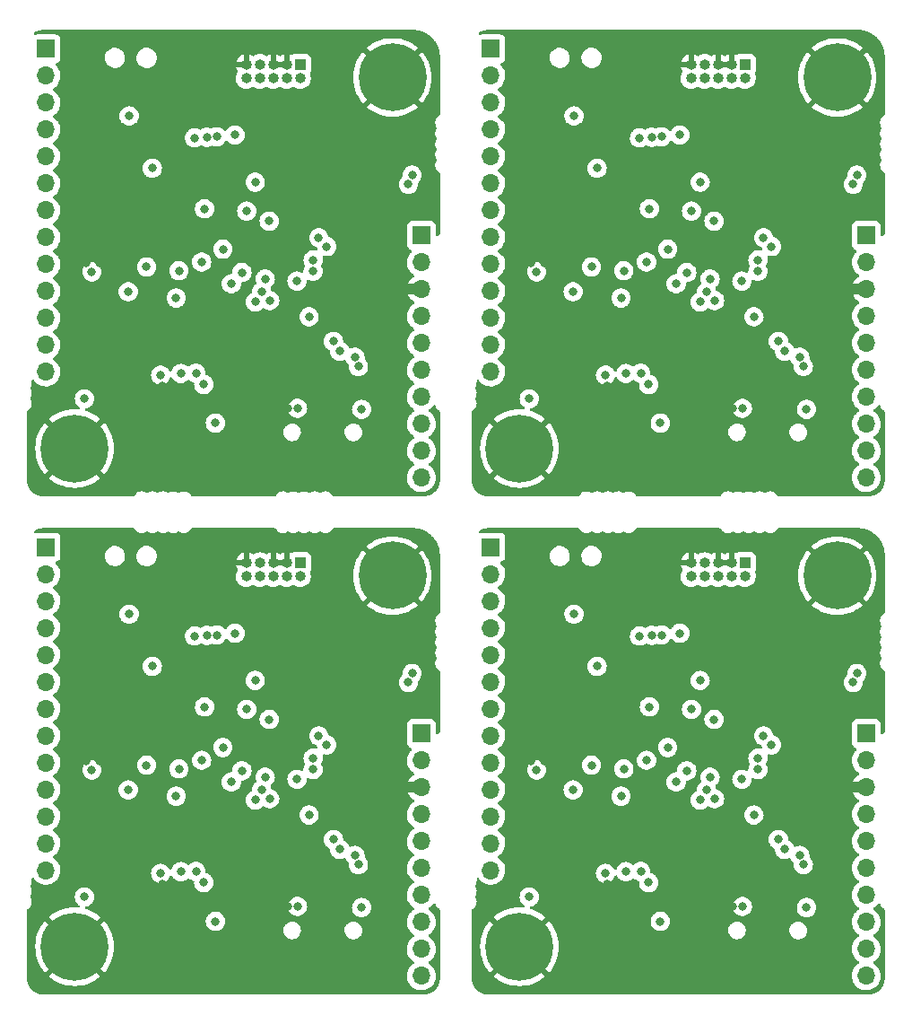
<source format=gbr>
%TF.GenerationSoftware,KiCad,Pcbnew,(6.0.11)*%
%TF.CreationDate,2023-02-14T10:47:04+13:00*%
%TF.ProjectId,stm32_panel,73746d33-325f-4706-916e-656c2e6b6963,rev?*%
%TF.SameCoordinates,Original*%
%TF.FileFunction,Copper,L2,Inr*%
%TF.FilePolarity,Positive*%
%FSLAX46Y46*%
G04 Gerber Fmt 4.6, Leading zero omitted, Abs format (unit mm)*
G04 Created by KiCad (PCBNEW (6.0.11)) date 2023-02-14 10:47:04*
%MOMM*%
%LPD*%
G01*
G04 APERTURE LIST*
%TA.AperFunction,ComponentPad*%
%ADD10R,1.700000X1.700000*%
%TD*%
%TA.AperFunction,ComponentPad*%
%ADD11O,1.700000X1.700000*%
%TD*%
%TA.AperFunction,ComponentPad*%
%ADD12R,1.000000X1.000000*%
%TD*%
%TA.AperFunction,ComponentPad*%
%ADD13O,1.000000X1.000000*%
%TD*%
%TA.AperFunction,ComponentPad*%
%ADD14C,0.800000*%
%TD*%
%TA.AperFunction,ComponentPad*%
%ADD15C,6.400000*%
%TD*%
%TA.AperFunction,ViaPad*%
%ADD16C,0.800000*%
%TD*%
%TA.AperFunction,Conductor*%
%ADD17C,1.000000*%
%TD*%
G04 APERTURE END LIST*
D10*
%TO.N,Board_1-+5V*%
%TO.C,J503*%
X103740000Y-34890000D03*
D11*
%TO.N,Board_1-+3V3*%
X103740000Y-37430000D03*
%TO.N,Board_1-GND*%
X103740000Y-39970000D03*
%TO.N,Board_1-MCU_CAN2H*%
X103740000Y-42510000D03*
%TO.N,Board_1-MCU_CAN2L*%
X103740000Y-45050000D03*
%TO.N,Board_1-MCU_UART4_TX*%
X103740000Y-47590000D03*
%TO.N,Board_1-MCU_UART4_RX*%
X103740000Y-50130000D03*
%TO.N,Board_1-MCU_USART3_TX*%
X103740000Y-52670000D03*
%TO.N,Board_1-MCU_USART3_RX*%
X103740000Y-55210000D03*
%TO.N,Board_1-SHIELD_STAT_LED*%
X103740000Y-57750000D03*
%TD*%
D12*
%TO.N,Board_3-+3V3*%
%TO.C,J301*%
X92300000Y-65800000D03*
D13*
%TO.N,Board_3-/Microcontroller/CONN_SWDIO*%
X92300000Y-67070000D03*
%TO.N,Board_3-GND*%
X91030000Y-65800000D03*
%TO.N,Board_3-/Microcontroller/CONN_SWCLK*%
X91030000Y-67070000D03*
%TO.N,Board_3-GND*%
X89760000Y-65800000D03*
%TO.N,Board_3-/Microcontroller/CONN_SWO*%
X89760000Y-67070000D03*
%TO.N,Board_3-unconnected-(J301-Pad7)*%
X88490000Y-65800000D03*
%TO.N,Board_3-unconnected-(J301-Pad8)*%
X88490000Y-67070000D03*
%TO.N,Board_3-GND*%
X87220000Y-65800000D03*
%TO.N,Board_3-unconnected-(J301-Pad10)*%
X87220000Y-67070000D03*
%TD*%
D14*
%TO.N,Board_2-GND*%
%TO.C,H502*%
X31400000Y-102000000D03*
X30697056Y-100302944D03*
X27302944Y-100302944D03*
X30697056Y-103697056D03*
X27302944Y-103697056D03*
X29000000Y-99600000D03*
D15*
X29000000Y-102000000D03*
D14*
X26600000Y-102000000D03*
X29000000Y-104400000D03*
%TD*%
D10*
%TO.N,Board_2-unconnected-(J505-Pad1)*%
%TO.C,J505*%
X26300000Y-64300000D03*
D11*
%TO.N,Board_2-+3V3*%
X26300000Y-66840000D03*
%TO.N,Board_2-unconnected-(J505-Pad3)*%
X26300000Y-69380000D03*
%TO.N,Board_2-MCU_CAN1_RX*%
X26300000Y-71920000D03*
%TO.N,Board_2-MCU_CAN1_TX*%
X26300000Y-74460000D03*
%TO.N,Board_2-MCU_I2C1_SCL*%
X26300000Y-77000000D03*
%TO.N,Board_2-MCU_I2C1_SDA*%
X26300000Y-79540000D03*
%TO.N,Board_2-MCU_SPI1_SCK*%
X26300000Y-82080000D03*
%TO.N,Board_2-MCU_SPI1_MISO*%
X26300000Y-84620000D03*
%TO.N,Board_2-MCU_SPI1_MOSI*%
X26300000Y-87160000D03*
%TO.N,Board_2-10*%
X26300000Y-89700000D03*
%TO.N,Board_2-11*%
X26300000Y-92240000D03*
%TO.N,Board_2-16*%
X26300000Y-94780000D03*
%TD*%
D10*
%TO.N,Board_3-unconnected-(J505-Pad1)*%
%TO.C,J505*%
X68300000Y-64300000D03*
D11*
%TO.N,Board_3-+3V3*%
X68300000Y-66840000D03*
%TO.N,Board_3-unconnected-(J505-Pad3)*%
X68300000Y-69380000D03*
%TO.N,Board_3-MCU_CAN1_RX*%
X68300000Y-71920000D03*
%TO.N,Board_3-MCU_CAN1_TX*%
X68300000Y-74460000D03*
%TO.N,Board_3-MCU_I2C1_SCL*%
X68300000Y-77000000D03*
%TO.N,Board_3-MCU_I2C1_SDA*%
X68300000Y-79540000D03*
%TO.N,Board_3-MCU_SPI1_SCK*%
X68300000Y-82080000D03*
%TO.N,Board_3-MCU_SPI1_MISO*%
X68300000Y-84620000D03*
%TO.N,Board_3-MCU_SPI1_MOSI*%
X68300000Y-87160000D03*
%TO.N,Board_3-10*%
X68300000Y-89700000D03*
%TO.N,Board_3-11*%
X68300000Y-92240000D03*
%TO.N,Board_3-16*%
X68300000Y-94780000D03*
%TD*%
D14*
%TO.N,Board_0-GND*%
%TO.C,H501*%
X59000000Y-22400000D03*
X61400000Y-20000000D03*
X60697056Y-21697056D03*
X56600000Y-20000000D03*
X57302944Y-18302944D03*
D15*
X59000000Y-20000000D03*
D14*
X57302944Y-21697056D03*
X60697056Y-18302944D03*
X59000000Y-17600000D03*
%TD*%
D15*
%TO.N,Board_0-GND*%
%TO.C,H502*%
X29000000Y-55000000D03*
D14*
X30697056Y-53302944D03*
X26600000Y-55000000D03*
X29000000Y-52600000D03*
X27302944Y-56697056D03*
X30697056Y-56697056D03*
X29000000Y-57400000D03*
X31400000Y-55000000D03*
X27302944Y-53302944D03*
%TD*%
D10*
%TO.N,Board_0-unconnected-(J505-Pad1)*%
%TO.C,J505*%
X26300000Y-17300000D03*
D11*
%TO.N,Board_0-+3V3*%
X26300000Y-19840000D03*
%TO.N,Board_0-unconnected-(J505-Pad3)*%
X26300000Y-22380000D03*
%TO.N,Board_0-MCU_CAN1_RX*%
X26300000Y-24920000D03*
%TO.N,Board_0-MCU_CAN1_TX*%
X26300000Y-27460000D03*
%TO.N,Board_0-MCU_I2C1_SCL*%
X26300000Y-30000000D03*
%TO.N,Board_0-MCU_I2C1_SDA*%
X26300000Y-32540000D03*
%TO.N,Board_0-MCU_SPI1_SCK*%
X26300000Y-35080000D03*
%TO.N,Board_0-MCU_SPI1_MISO*%
X26300000Y-37620000D03*
%TO.N,Board_0-MCU_SPI1_MOSI*%
X26300000Y-40160000D03*
%TO.N,Board_0-10*%
X26300000Y-42700000D03*
%TO.N,Board_0-11*%
X26300000Y-45240000D03*
%TO.N,Board_0-16*%
X26300000Y-47780000D03*
%TD*%
D10*
%TO.N,Board_0-+5V*%
%TO.C,J503*%
X61740000Y-34890000D03*
D11*
%TO.N,Board_0-+3V3*%
X61740000Y-37430000D03*
%TO.N,Board_0-GND*%
X61740000Y-39970000D03*
%TO.N,Board_0-MCU_CAN2H*%
X61740000Y-42510000D03*
%TO.N,Board_0-MCU_CAN2L*%
X61740000Y-45050000D03*
%TO.N,Board_0-MCU_UART4_TX*%
X61740000Y-47590000D03*
%TO.N,Board_0-MCU_UART4_RX*%
X61740000Y-50130000D03*
%TO.N,Board_0-MCU_USART3_TX*%
X61740000Y-52670000D03*
%TO.N,Board_0-MCU_USART3_RX*%
X61740000Y-55210000D03*
%TO.N,Board_0-SHIELD_STAT_LED*%
X61740000Y-57750000D03*
%TD*%
D14*
%TO.N,Board_2-GND*%
%TO.C,H501*%
X57302944Y-68697056D03*
X60697056Y-68697056D03*
X59000000Y-69400000D03*
X57302944Y-65302944D03*
X60697056Y-65302944D03*
X61400000Y-67000000D03*
X59000000Y-64600000D03*
D15*
X59000000Y-67000000D03*
D14*
X56600000Y-67000000D03*
%TD*%
D10*
%TO.N,Board_1-unconnected-(J505-Pad1)*%
%TO.C,J505*%
X68300000Y-17300000D03*
D11*
%TO.N,Board_1-+3V3*%
X68300000Y-19840000D03*
%TO.N,Board_1-unconnected-(J505-Pad3)*%
X68300000Y-22380000D03*
%TO.N,Board_1-MCU_CAN1_RX*%
X68300000Y-24920000D03*
%TO.N,Board_1-MCU_CAN1_TX*%
X68300000Y-27460000D03*
%TO.N,Board_1-MCU_I2C1_SCL*%
X68300000Y-30000000D03*
%TO.N,Board_1-MCU_I2C1_SDA*%
X68300000Y-32540000D03*
%TO.N,Board_1-MCU_SPI1_SCK*%
X68300000Y-35080000D03*
%TO.N,Board_1-MCU_SPI1_MISO*%
X68300000Y-37620000D03*
%TO.N,Board_1-MCU_SPI1_MOSI*%
X68300000Y-40160000D03*
%TO.N,Board_1-10*%
X68300000Y-42700000D03*
%TO.N,Board_1-11*%
X68300000Y-45240000D03*
%TO.N,Board_1-16*%
X68300000Y-47780000D03*
%TD*%
D12*
%TO.N,Board_2-+3V3*%
%TO.C,J301*%
X50300000Y-65800000D03*
D13*
%TO.N,Board_2-/Microcontroller/CONN_SWDIO*%
X50300000Y-67070000D03*
%TO.N,Board_2-GND*%
X49030000Y-65800000D03*
%TO.N,Board_2-/Microcontroller/CONN_SWCLK*%
X49030000Y-67070000D03*
%TO.N,Board_2-GND*%
X47760000Y-65800000D03*
%TO.N,Board_2-/Microcontroller/CONN_SWO*%
X47760000Y-67070000D03*
%TO.N,Board_2-unconnected-(J301-Pad7)*%
X46490000Y-65800000D03*
%TO.N,Board_2-unconnected-(J301-Pad8)*%
X46490000Y-67070000D03*
%TO.N,Board_2-GND*%
X45220000Y-65800000D03*
%TO.N,Board_2-unconnected-(J301-Pad10)*%
X45220000Y-67070000D03*
%TD*%
D10*
%TO.N,Board_2-+5V*%
%TO.C,J503*%
X61740000Y-81890000D03*
D11*
%TO.N,Board_2-+3V3*%
X61740000Y-84430000D03*
%TO.N,Board_2-GND*%
X61740000Y-86970000D03*
%TO.N,Board_2-MCU_CAN2H*%
X61740000Y-89510000D03*
%TO.N,Board_2-MCU_CAN2L*%
X61740000Y-92050000D03*
%TO.N,Board_2-MCU_UART4_TX*%
X61740000Y-94590000D03*
%TO.N,Board_2-MCU_UART4_RX*%
X61740000Y-97130000D03*
%TO.N,Board_2-MCU_USART3_TX*%
X61740000Y-99670000D03*
%TO.N,Board_2-MCU_USART3_RX*%
X61740000Y-102210000D03*
%TO.N,Board_2-SHIELD_STAT_LED*%
X61740000Y-104750000D03*
%TD*%
D14*
%TO.N,Board_1-GND*%
%TO.C,H501*%
X102697056Y-18302944D03*
D15*
X101000000Y-20000000D03*
D14*
X99302944Y-18302944D03*
X101000000Y-17600000D03*
X101000000Y-22400000D03*
X99302944Y-21697056D03*
X103400000Y-20000000D03*
X102697056Y-21697056D03*
X98600000Y-20000000D03*
%TD*%
%TO.N,Board_3-GND*%
%TO.C,H502*%
X69302944Y-100302944D03*
X71000000Y-99600000D03*
D15*
X71000000Y-102000000D03*
D14*
X72697056Y-103697056D03*
X72697056Y-100302944D03*
X68600000Y-102000000D03*
X73400000Y-102000000D03*
X71000000Y-104400000D03*
X69302944Y-103697056D03*
%TD*%
D12*
%TO.N,Board_0-+3V3*%
%TO.C,J301*%
X50300000Y-18800000D03*
D13*
%TO.N,Board_0-/Microcontroller/CONN_SWDIO*%
X50300000Y-20070000D03*
%TO.N,Board_0-GND*%
X49030000Y-18800000D03*
%TO.N,Board_0-/Microcontroller/CONN_SWCLK*%
X49030000Y-20070000D03*
%TO.N,Board_0-GND*%
X47760000Y-18800000D03*
%TO.N,Board_0-/Microcontroller/CONN_SWO*%
X47760000Y-20070000D03*
%TO.N,Board_0-unconnected-(J301-Pad7)*%
X46490000Y-18800000D03*
%TO.N,Board_0-unconnected-(J301-Pad8)*%
X46490000Y-20070000D03*
%TO.N,Board_0-GND*%
X45220000Y-18800000D03*
%TO.N,Board_0-unconnected-(J301-Pad10)*%
X45220000Y-20070000D03*
%TD*%
D14*
%TO.N,Board_1-GND*%
%TO.C,H502*%
X71000000Y-57400000D03*
X69302944Y-53302944D03*
D15*
X71000000Y-55000000D03*
D14*
X73400000Y-55000000D03*
X71000000Y-52600000D03*
X69302944Y-56697056D03*
X68600000Y-55000000D03*
X72697056Y-53302944D03*
X72697056Y-56697056D03*
%TD*%
D10*
%TO.N,Board_3-+5V*%
%TO.C,J503*%
X103740000Y-81890000D03*
D11*
%TO.N,Board_3-+3V3*%
X103740000Y-84430000D03*
%TO.N,Board_3-GND*%
X103740000Y-86970000D03*
%TO.N,Board_3-MCU_CAN2H*%
X103740000Y-89510000D03*
%TO.N,Board_3-MCU_CAN2L*%
X103740000Y-92050000D03*
%TO.N,Board_3-MCU_UART4_TX*%
X103740000Y-94590000D03*
%TO.N,Board_3-MCU_UART4_RX*%
X103740000Y-97130000D03*
%TO.N,Board_3-MCU_USART3_TX*%
X103740000Y-99670000D03*
%TO.N,Board_3-MCU_USART3_RX*%
X103740000Y-102210000D03*
%TO.N,Board_3-SHIELD_STAT_LED*%
X103740000Y-104750000D03*
%TD*%
D14*
%TO.N,Board_3-GND*%
%TO.C,H501*%
X101000000Y-64600000D03*
X99302944Y-65302944D03*
X101000000Y-69400000D03*
X99302944Y-68697056D03*
X98600000Y-67000000D03*
X102697056Y-68697056D03*
X103400000Y-67000000D03*
D15*
X101000000Y-67000000D03*
D14*
X102697056Y-65302944D03*
%TD*%
D12*
%TO.N,Board_1-+3V3*%
%TO.C,J301*%
X92300000Y-18800000D03*
D13*
%TO.N,Board_1-/Microcontroller/CONN_SWDIO*%
X92300000Y-20070000D03*
%TO.N,Board_1-GND*%
X91030000Y-18800000D03*
%TO.N,Board_1-/Microcontroller/CONN_SWCLK*%
X91030000Y-20070000D03*
%TO.N,Board_1-GND*%
X89760000Y-18800000D03*
%TO.N,Board_1-/Microcontroller/CONN_SWO*%
X89760000Y-20070000D03*
%TO.N,Board_1-unconnected-(J301-Pad7)*%
X88490000Y-18800000D03*
%TO.N,Board_1-unconnected-(J301-Pad8)*%
X88490000Y-20070000D03*
%TO.N,Board_1-GND*%
X87220000Y-18800000D03*
%TO.N,Board_1-unconnected-(J301-Pad10)*%
X87220000Y-20070000D03*
%TD*%
D16*
%TO.N,Board_0-+3V3*%
X41490000Y-25630000D03*
X34150000Y-23620000D03*
X29925000Y-50300000D03*
X37125000Y-48075000D03*
X46660000Y-40220000D03*
X34070000Y-40200000D03*
X41200000Y-48950000D03*
X36340000Y-28540000D03*
X30625000Y-38325000D03*
X47373500Y-33550000D03*
X42300000Y-52600000D03*
%TO.N,Board_0-/Microcontroller/MCU_BOOT0*%
X44145000Y-25420000D03*
X41270000Y-32380000D03*
%TO.N,Board_0-/Microcontroller/MCU_BOOT1*%
X46076815Y-41165000D03*
X47423185Y-41035000D03*
%TO.N,Board_0-/Microcontroller/MCU_LED_A*%
X47000000Y-39000000D03*
X51138986Y-42571014D03*
%TO.N,Board_0-10*%
X35800000Y-37875000D03*
%TO.N,Board_0-11*%
X38860000Y-38225000D03*
%TO.N,Board_0-16*%
X38590000Y-40800000D03*
%TO.N,Board_0-GND*%
X36075000Y-30725000D03*
X35400000Y-55850000D03*
X33516812Y-32075009D03*
X34216812Y-32975009D03*
X29316812Y-33085009D03*
X38385500Y-44240000D03*
X57580000Y-27260000D03*
X34500000Y-37525000D03*
X32316812Y-32075009D03*
X30116812Y-37475009D03*
X33516812Y-37475009D03*
X49100000Y-51200000D03*
X48815000Y-41740000D03*
X31607459Y-49609331D03*
X57600000Y-50800000D03*
X50900000Y-48350000D03*
X29975000Y-32125000D03*
X37283018Y-49115894D03*
X29316812Y-36685009D03*
X49945000Y-47990000D03*
X53410000Y-23850000D03*
X55705000Y-38580000D03*
X32516812Y-37475009D03*
X56400000Y-42400000D03*
X31161509Y-28741509D03*
X48925000Y-29955000D03*
X33775000Y-50745000D03*
X31316812Y-37475009D03*
X49620000Y-24780000D03*
X46273185Y-24625000D03*
X31116812Y-32075009D03*
X29316812Y-35485009D03*
X36550000Y-21465000D03*
X54700000Y-49350000D03*
X29316812Y-34285009D03*
X50175000Y-43600000D03*
X59260000Y-32810000D03*
X33525000Y-48230000D03*
X39095500Y-29838454D03*
%TO.N,Board_0-MCU_CAN2H*%
X60865109Y-29206595D03*
%TO.N,Board_0-MCU_CAN2L*%
X60513986Y-30063986D03*
%TO.N,Board_0-MCU_CAN2_RX*%
X52050000Y-35120000D03*
X51523499Y-38270000D03*
%TO.N,Board_0-MCU_CAN2_TX*%
X52810000Y-35950000D03*
X51523499Y-37210000D03*
%TO.N,Board_0-MCU_I2C1_SCL*%
X42415589Y-25588863D03*
%TO.N,Board_0-MCU_I2C1_SDA*%
X40335931Y-25685931D03*
%TO.N,Board_0-MCU_I2C3_SCL*%
X43000000Y-36200000D03*
X40464388Y-47890882D03*
%TO.N,Board_0-MCU_I2C3_SDA*%
X39040000Y-47912980D03*
X41000000Y-37400000D03*
%TO.N,Board_0-MCU_UART4_RX*%
X43800000Y-39443500D03*
X54050000Y-45815000D03*
%TO.N,Board_0-MCU_UART4_TX*%
X53448986Y-44881014D03*
X44800000Y-38400000D03*
%TO.N,Board_0-MCU_USART3_RX*%
X45250000Y-32600000D03*
%TO.N,Board_0-MCU_USART3_TX*%
X46060202Y-29874556D03*
%TO.N,Board_0-SHIELD_STAT_LED*%
X55474683Y-46382489D03*
X50000000Y-39200000D03*
%TO.N,Board_0-VBUS*%
X56100000Y-51300000D03*
X50050000Y-51200000D03*
X55800000Y-47250000D03*
%TO.N,Board_1-+3V3*%
X83490000Y-25630000D03*
X76150000Y-23620000D03*
X71925000Y-50300000D03*
X79125000Y-48075000D03*
X88660000Y-40220000D03*
X76070000Y-40200000D03*
X83200000Y-48950000D03*
X78340000Y-28540000D03*
X72625000Y-38325000D03*
X89373500Y-33550000D03*
X84300000Y-52600000D03*
%TO.N,Board_1-/Microcontroller/MCU_BOOT0*%
X86145000Y-25420000D03*
X83270000Y-32380000D03*
%TO.N,Board_1-/Microcontroller/MCU_BOOT1*%
X88076815Y-41165000D03*
X89423185Y-41035000D03*
%TO.N,Board_1-/Microcontroller/MCU_LED_A*%
X89000000Y-39000000D03*
X93138986Y-42571014D03*
%TO.N,Board_1-10*%
X77800000Y-37875000D03*
%TO.N,Board_1-11*%
X80860000Y-38225000D03*
%TO.N,Board_1-16*%
X80590000Y-40800000D03*
%TO.N,Board_1-GND*%
X78075000Y-30725000D03*
X77400000Y-55850000D03*
X75516812Y-32075009D03*
X76216812Y-32975009D03*
X71316812Y-33085009D03*
X80385500Y-44240000D03*
X99580000Y-27260000D03*
X76500000Y-37525000D03*
X74316812Y-32075009D03*
X72116812Y-37475009D03*
X75516812Y-37475009D03*
X91100000Y-51200000D03*
X90815000Y-41740000D03*
X73607459Y-49609331D03*
X99600000Y-50800000D03*
X92900000Y-48350000D03*
X71975000Y-32125000D03*
X79283018Y-49115894D03*
X71316812Y-36685009D03*
X91945000Y-47990000D03*
X95410000Y-23850000D03*
X97705000Y-38580000D03*
X74516812Y-37475009D03*
X98400000Y-42400000D03*
X73161509Y-28741509D03*
X90925000Y-29955000D03*
X75775000Y-50745000D03*
X73316812Y-37475009D03*
X91620000Y-24780000D03*
X88273185Y-24625000D03*
X73116812Y-32075009D03*
X71316812Y-35485009D03*
X78550000Y-21465000D03*
X96700000Y-49350000D03*
X71316812Y-34285009D03*
X92175000Y-43600000D03*
X101260000Y-32810000D03*
X75525000Y-48230000D03*
X81095500Y-29838454D03*
%TO.N,Board_1-MCU_CAN2H*%
X102865109Y-29206595D03*
%TO.N,Board_1-MCU_CAN2L*%
X102513986Y-30063986D03*
%TO.N,Board_1-MCU_CAN2_RX*%
X94050000Y-35120000D03*
X93523499Y-38270000D03*
%TO.N,Board_1-MCU_CAN2_TX*%
X94810000Y-35950000D03*
X93523499Y-37210000D03*
%TO.N,Board_1-MCU_I2C1_SCL*%
X84415589Y-25588863D03*
%TO.N,Board_1-MCU_I2C1_SDA*%
X82335931Y-25685931D03*
%TO.N,Board_1-MCU_I2C3_SCL*%
X85000000Y-36200000D03*
X82464388Y-47890882D03*
%TO.N,Board_1-MCU_I2C3_SDA*%
X81040000Y-47912980D03*
X83000000Y-37400000D03*
%TO.N,Board_1-MCU_UART4_RX*%
X85800000Y-39443500D03*
X96050000Y-45815000D03*
%TO.N,Board_1-MCU_UART4_TX*%
X95448986Y-44881014D03*
X86800000Y-38400000D03*
%TO.N,Board_1-MCU_USART3_RX*%
X87250000Y-32600000D03*
%TO.N,Board_1-MCU_USART3_TX*%
X88060202Y-29874556D03*
%TO.N,Board_1-SHIELD_STAT_LED*%
X97474683Y-46382489D03*
X92000000Y-39200000D03*
%TO.N,Board_1-VBUS*%
X98100000Y-51300000D03*
X92050000Y-51200000D03*
X97800000Y-47250000D03*
%TO.N,Board_2-+3V3*%
X41490000Y-72630000D03*
X34150000Y-70620000D03*
X29925000Y-97300000D03*
X37125000Y-95075000D03*
X46660000Y-87220000D03*
X34070000Y-87200000D03*
X41200000Y-95950000D03*
X36340000Y-75540000D03*
X30625000Y-85325000D03*
X47373500Y-80550000D03*
X42300000Y-99600000D03*
%TO.N,Board_2-/Microcontroller/MCU_BOOT0*%
X44145000Y-72420000D03*
X41270000Y-79380000D03*
%TO.N,Board_2-/Microcontroller/MCU_BOOT1*%
X46076815Y-88165000D03*
X47423185Y-88035000D03*
%TO.N,Board_2-/Microcontroller/MCU_LED_A*%
X47000000Y-86000000D03*
X51138986Y-89571014D03*
%TO.N,Board_2-10*%
X35800000Y-84875000D03*
%TO.N,Board_2-11*%
X38860000Y-85225000D03*
%TO.N,Board_2-16*%
X38590000Y-87800000D03*
%TO.N,Board_2-GND*%
X36075000Y-77725000D03*
X35400000Y-102850000D03*
X33516812Y-79075009D03*
X34216812Y-79975009D03*
X29316812Y-80085009D03*
X38385500Y-91240000D03*
X57580000Y-74260000D03*
X34500000Y-84525000D03*
X32316812Y-79075009D03*
X30116812Y-84475009D03*
X33516812Y-84475009D03*
X49100000Y-98200000D03*
X48815000Y-88740000D03*
X31607459Y-96609331D03*
X57600000Y-97800000D03*
X50900000Y-95350000D03*
X29975000Y-79125000D03*
X37283018Y-96115894D03*
X29316812Y-83685009D03*
X49945000Y-94990000D03*
X53410000Y-70850000D03*
X55705000Y-85580000D03*
X32516812Y-84475009D03*
X56400000Y-89400000D03*
X31161509Y-75741509D03*
X48925000Y-76955000D03*
X33775000Y-97745000D03*
X31316812Y-84475009D03*
X49620000Y-71780000D03*
X46273185Y-71625000D03*
X31116812Y-79075009D03*
X29316812Y-82485009D03*
X36550000Y-68465000D03*
X54700000Y-96350000D03*
X29316812Y-81285009D03*
X50175000Y-90600000D03*
X59260000Y-79810000D03*
X33525000Y-95230000D03*
X39095500Y-76838454D03*
%TO.N,Board_2-MCU_CAN2H*%
X60865109Y-76206595D03*
%TO.N,Board_2-MCU_CAN2L*%
X60513986Y-77063986D03*
%TO.N,Board_2-MCU_CAN2_RX*%
X52050000Y-82120000D03*
X51523499Y-85270000D03*
%TO.N,Board_2-MCU_CAN2_TX*%
X52810000Y-82950000D03*
X51523499Y-84210000D03*
%TO.N,Board_2-MCU_I2C1_SCL*%
X42415589Y-72588863D03*
%TO.N,Board_2-MCU_I2C1_SDA*%
X40335931Y-72685931D03*
%TO.N,Board_2-MCU_I2C3_SCL*%
X43000000Y-83200000D03*
X40464388Y-94890882D03*
%TO.N,Board_2-MCU_I2C3_SDA*%
X39040000Y-94912980D03*
X41000000Y-84400000D03*
%TO.N,Board_2-MCU_UART4_RX*%
X43800000Y-86443500D03*
X54050000Y-92815000D03*
%TO.N,Board_2-MCU_UART4_TX*%
X53448986Y-91881014D03*
X44800000Y-85400000D03*
%TO.N,Board_2-MCU_USART3_RX*%
X45250000Y-79600000D03*
%TO.N,Board_2-MCU_USART3_TX*%
X46060202Y-76874556D03*
%TO.N,Board_2-SHIELD_STAT_LED*%
X55474683Y-93382489D03*
X50000000Y-86200000D03*
%TO.N,Board_2-VBUS*%
X56100000Y-98300000D03*
X50050000Y-98200000D03*
X55800000Y-94250000D03*
%TO.N,Board_3-+3V3*%
X83490000Y-72630000D03*
X76150000Y-70620000D03*
X71925000Y-97300000D03*
X79125000Y-95075000D03*
X88660000Y-87220000D03*
X76070000Y-87200000D03*
X83200000Y-95950000D03*
X78340000Y-75540000D03*
X72625000Y-85325000D03*
X89373500Y-80550000D03*
X84300000Y-99600000D03*
%TO.N,Board_3-/Microcontroller/MCU_BOOT0*%
X86145000Y-72420000D03*
X83270000Y-79380000D03*
%TO.N,Board_3-/Microcontroller/MCU_BOOT1*%
X88076815Y-88165000D03*
X89423185Y-88035000D03*
%TO.N,Board_3-/Microcontroller/MCU_LED_A*%
X89000000Y-86000000D03*
X93138986Y-89571014D03*
%TO.N,Board_3-10*%
X77800000Y-84875000D03*
%TO.N,Board_3-11*%
X80860000Y-85225000D03*
%TO.N,Board_3-16*%
X80590000Y-87800000D03*
%TO.N,Board_3-GND*%
X78075000Y-77725000D03*
X77400000Y-102850000D03*
X75516812Y-79075009D03*
X76216812Y-79975009D03*
X71316812Y-80085009D03*
X80385500Y-91240000D03*
X99580000Y-74260000D03*
X76500000Y-84525000D03*
X74316812Y-79075009D03*
X72116812Y-84475009D03*
X75516812Y-84475009D03*
X91100000Y-98200000D03*
X90815000Y-88740000D03*
X73607459Y-96609331D03*
X99600000Y-97800000D03*
X92900000Y-95350000D03*
X71975000Y-79125000D03*
X79283018Y-96115894D03*
X71316812Y-83685009D03*
X91945000Y-94990000D03*
X95410000Y-70850000D03*
X97705000Y-85580000D03*
X74516812Y-84475009D03*
X98400000Y-89400000D03*
X73161509Y-75741509D03*
X90925000Y-76955000D03*
X75775000Y-97745000D03*
X73316812Y-84475009D03*
X91620000Y-71780000D03*
X88273185Y-71625000D03*
X73116812Y-79075009D03*
X71316812Y-82485009D03*
X78550000Y-68465000D03*
X96700000Y-96350000D03*
X71316812Y-81285009D03*
X92175000Y-90600000D03*
X101260000Y-79810000D03*
X75525000Y-95230000D03*
X81095500Y-76838454D03*
%TO.N,Board_3-MCU_CAN2H*%
X102865109Y-76206595D03*
%TO.N,Board_3-MCU_CAN2L*%
X102513986Y-77063986D03*
%TO.N,Board_3-MCU_CAN2_RX*%
X94050000Y-82120000D03*
X93523499Y-85270000D03*
%TO.N,Board_3-MCU_CAN2_TX*%
X94810000Y-82950000D03*
X93523499Y-84210000D03*
%TO.N,Board_3-MCU_I2C1_SCL*%
X84415589Y-72588863D03*
%TO.N,Board_3-MCU_I2C1_SDA*%
X82335931Y-72685931D03*
%TO.N,Board_3-MCU_I2C3_SCL*%
X85000000Y-83200000D03*
X82464388Y-94890882D03*
%TO.N,Board_3-MCU_I2C3_SDA*%
X81040000Y-94912980D03*
X83000000Y-84400000D03*
%TO.N,Board_3-MCU_UART4_RX*%
X85800000Y-86443500D03*
X96050000Y-92815000D03*
%TO.N,Board_3-MCU_UART4_TX*%
X95448986Y-91881014D03*
X86800000Y-85400000D03*
%TO.N,Board_3-MCU_USART3_RX*%
X87250000Y-79600000D03*
%TO.N,Board_3-MCU_USART3_TX*%
X88060202Y-76874556D03*
%TO.N,Board_3-SHIELD_STAT_LED*%
X97474683Y-93382489D03*
X92000000Y-86200000D03*
%TO.N,Board_3-VBUS*%
X98100000Y-98300000D03*
X92050000Y-98200000D03*
X97800000Y-94250000D03*
%TD*%
D17*
%TO.N,Board_0-GND*%
X59770000Y-39970000D02*
X59230000Y-39970000D01*
X61740000Y-39970000D02*
X59770000Y-39970000D01*
%TO.N,Board_1-GND*%
X101770000Y-39970000D02*
X101230000Y-39970000D01*
X103740000Y-39970000D02*
X101770000Y-39970000D01*
%TO.N,Board_2-GND*%
X59770000Y-86970000D02*
X59230000Y-86970000D01*
X61740000Y-86970000D02*
X59770000Y-86970000D01*
%TO.N,Board_3-GND*%
X101770000Y-86970000D02*
X101230000Y-86970000D01*
X103740000Y-86970000D02*
X101770000Y-86970000D01*
%TD*%
%TA.AperFunction,Conductor*%
%TO.N,Board_0-GND*%
G36*
X60991299Y-15508510D02*
G01*
X60992950Y-15508531D01*
X60995861Y-15508568D01*
X60997442Y-15508598D01*
X61089007Y-15510918D01*
X61118523Y-15511666D01*
X61121694Y-15511788D01*
X61130695Y-15512244D01*
X61133823Y-15512443D01*
X61208570Y-15518135D01*
X61244370Y-15520861D01*
X61247538Y-15521142D01*
X61249111Y-15521302D01*
X61256521Y-15522055D01*
X61259645Y-15522413D01*
X61369675Y-15536427D01*
X61372783Y-15536863D01*
X61381720Y-15538231D01*
X61384829Y-15538748D01*
X61493920Y-15558302D01*
X61496985Y-15558891D01*
X61505896Y-15560721D01*
X61508976Y-15561395D01*
X61616950Y-15586451D01*
X61620047Y-15587212D01*
X61628819Y-15589483D01*
X61631902Y-15590323D01*
X61738420Y-15620802D01*
X61741476Y-15621718D01*
X61750066Y-15624413D01*
X61753097Y-15625407D01*
X61857958Y-15661250D01*
X61860940Y-15662311D01*
X61869459Y-15665466D01*
X61872440Y-15666613D01*
X61975365Y-15707727D01*
X61978238Y-15708917D01*
X61986519Y-15712470D01*
X61989427Y-15713762D01*
X62090201Y-15760065D01*
X62093084Y-15761434D01*
X62101153Y-15765392D01*
X62104002Y-15766835D01*
X62202245Y-15818153D01*
X62205056Y-15819667D01*
X62212902Y-15824022D01*
X62215673Y-15825606D01*
X62249656Y-15845611D01*
X62300311Y-15875430D01*
X62311230Y-15881858D01*
X62313935Y-15883497D01*
X62320524Y-15887604D01*
X62321560Y-15888250D01*
X62324211Y-15889949D01*
X62416871Y-15951017D01*
X62419449Y-15952764D01*
X62426828Y-15957900D01*
X62429418Y-15959751D01*
X62518781Y-16025372D01*
X62521312Y-16027281D01*
X62528445Y-16032803D01*
X62530927Y-16034775D01*
X62568352Y-16065291D01*
X62616815Y-16104807D01*
X62619263Y-16106855D01*
X62626088Y-16112714D01*
X62628484Y-16114824D01*
X62701439Y-16180735D01*
X62710734Y-16189133D01*
X62713078Y-16191305D01*
X62719598Y-16197503D01*
X62721881Y-16199730D01*
X62800264Y-16278113D01*
X62802453Y-16280357D01*
X62808716Y-16286946D01*
X62810860Y-16289260D01*
X62885190Y-16371532D01*
X62887283Y-16373908D01*
X62893141Y-16380732D01*
X62895184Y-16383174D01*
X62965228Y-16469076D01*
X62967220Y-16471584D01*
X62972718Y-16478688D01*
X62974594Y-16481175D01*
X63040267Y-16570607D01*
X63042085Y-16573152D01*
X63047240Y-16580558D01*
X63049015Y-16583178D01*
X63074539Y-16621906D01*
X63110046Y-16675783D01*
X63111765Y-16678465D01*
X63116497Y-16686056D01*
X63118146Y-16688776D01*
X63174398Y-16784332D01*
X63175952Y-16787053D01*
X63180356Y-16794988D01*
X63181866Y-16797791D01*
X63233179Y-16896024D01*
X63234571Y-16898774D01*
X63238577Y-16906938D01*
X63239945Y-16909819D01*
X63286220Y-17010533D01*
X63287517Y-17013453D01*
X63291070Y-17021733D01*
X63292284Y-17024665D01*
X63311709Y-17073294D01*
X63333391Y-17127572D01*
X63334541Y-17130561D01*
X63337682Y-17139044D01*
X63338744Y-17142027D01*
X63373277Y-17243052D01*
X63374595Y-17246909D01*
X63375593Y-17249954D01*
X63378276Y-17258508D01*
X63379188Y-17261550D01*
X63405606Y-17353870D01*
X63409682Y-17368116D01*
X63410522Y-17371199D01*
X63412790Y-17379959D01*
X63413551Y-17383059D01*
X63438601Y-17491011D01*
X63439271Y-17494074D01*
X63441104Y-17502993D01*
X63441692Y-17506050D01*
X63461246Y-17615145D01*
X63461771Y-17618304D01*
X63463139Y-17627238D01*
X63463581Y-17630390D01*
X63477579Y-17740296D01*
X63477942Y-17743467D01*
X63478855Y-17752445D01*
X63479138Y-17755625D01*
X63481870Y-17791500D01*
X63487336Y-17863265D01*
X63487551Y-17866093D01*
X63487754Y-17869293D01*
X63488213Y-17878364D01*
X63488334Y-17881540D01*
X63491402Y-18002609D01*
X63491432Y-18004189D01*
X63491490Y-18008722D01*
X63491500Y-18010334D01*
X63491500Y-23477188D01*
X63471498Y-23545309D01*
X63434586Y-23582559D01*
X63310148Y-23664144D01*
X63188510Y-23792547D01*
X63099674Y-23945490D01*
X63097553Y-23952494D01*
X63097551Y-23952498D01*
X63074861Y-24027415D01*
X63048405Y-24114767D01*
X63037453Y-24291298D01*
X63038693Y-24298514D01*
X63038693Y-24298516D01*
X63041905Y-24317208D01*
X63067406Y-24465614D01*
X63136657Y-24628364D01*
X63140994Y-24634257D01*
X63169971Y-24673633D01*
X63194237Y-24740354D01*
X63177443Y-24811600D01*
X63099674Y-24945490D01*
X63097553Y-24952494D01*
X63097551Y-24952498D01*
X63068492Y-25048444D01*
X63048405Y-25114767D01*
X63037453Y-25291298D01*
X63038693Y-25298514D01*
X63038693Y-25298516D01*
X63053594Y-25385233D01*
X63067406Y-25465614D01*
X63136657Y-25628364D01*
X63140994Y-25634257D01*
X63169971Y-25673633D01*
X63194237Y-25740354D01*
X63177443Y-25811600D01*
X63099674Y-25945490D01*
X63097553Y-25952494D01*
X63097551Y-25952498D01*
X63067657Y-26051202D01*
X63048405Y-26114767D01*
X63037453Y-26291298D01*
X63038693Y-26298514D01*
X63038693Y-26298516D01*
X63062580Y-26437530D01*
X63067406Y-26465614D01*
X63136657Y-26628364D01*
X63140994Y-26634257D01*
X63169971Y-26673633D01*
X63194237Y-26740354D01*
X63177443Y-26811600D01*
X63099674Y-26945490D01*
X63097553Y-26952494D01*
X63097551Y-26952498D01*
X63072750Y-27034386D01*
X63048405Y-27114767D01*
X63037453Y-27291298D01*
X63038693Y-27298514D01*
X63038693Y-27298516D01*
X63041905Y-27317208D01*
X63067406Y-27465614D01*
X63136657Y-27628364D01*
X63140994Y-27634257D01*
X63169971Y-27673633D01*
X63194237Y-27740354D01*
X63177443Y-27811600D01*
X63099674Y-27945490D01*
X63097553Y-27952494D01*
X63097551Y-27952498D01*
X63082239Y-28003056D01*
X63048405Y-28114767D01*
X63037453Y-28291298D01*
X63038693Y-28298514D01*
X63038693Y-28298516D01*
X63058791Y-28415477D01*
X63067406Y-28465614D01*
X63136657Y-28628364D01*
X63140990Y-28634252D01*
X63140993Y-28634257D01*
X63171249Y-28675369D01*
X63241492Y-28770818D01*
X63247070Y-28775557D01*
X63247073Y-28775560D01*
X63370706Y-28880594D01*
X63370710Y-28880597D01*
X63376285Y-28885333D01*
X63382805Y-28888662D01*
X63382806Y-28888663D01*
X63422800Y-28909085D01*
X63474373Y-28957878D01*
X63491500Y-29021302D01*
X63491500Y-34727188D01*
X63471498Y-34795309D01*
X63434585Y-34832560D01*
X63351335Y-34887141D01*
X63310148Y-34914144D01*
X63305249Y-34919315D01*
X63240233Y-34947635D01*
X63170148Y-34936295D01*
X63117319Y-34888865D01*
X63098500Y-34822621D01*
X63098500Y-33991866D01*
X63091745Y-33929684D01*
X63040615Y-33793295D01*
X62953261Y-33676739D01*
X62836705Y-33589385D01*
X62700316Y-33538255D01*
X62638134Y-33531500D01*
X60841866Y-33531500D01*
X60779684Y-33538255D01*
X60643295Y-33589385D01*
X60526739Y-33676739D01*
X60439385Y-33793295D01*
X60388255Y-33929684D01*
X60381500Y-33991866D01*
X60381500Y-35788134D01*
X60388255Y-35850316D01*
X60439385Y-35986705D01*
X60526739Y-36103261D01*
X60643295Y-36190615D01*
X60651704Y-36193767D01*
X60651705Y-36193768D01*
X60760451Y-36234535D01*
X60817216Y-36277176D01*
X60841916Y-36343738D01*
X60826709Y-36413087D01*
X60807316Y-36439568D01*
X60719745Y-36531206D01*
X60680629Y-36572138D01*
X60677715Y-36576410D01*
X60677714Y-36576411D01*
X60636679Y-36636566D01*
X60554743Y-36756680D01*
X60540076Y-36788277D01*
X60468535Y-36942401D01*
X60460688Y-36959305D01*
X60400989Y-37174570D01*
X60377251Y-37396695D01*
X60377548Y-37401848D01*
X60377548Y-37401851D01*
X60389331Y-37606197D01*
X60390110Y-37619715D01*
X60391247Y-37624761D01*
X60391248Y-37624767D01*
X60405929Y-37689908D01*
X60439222Y-37837639D01*
X60477461Y-37931811D01*
X60519391Y-38035072D01*
X60523266Y-38044616D01*
X60552837Y-38092872D01*
X60633806Y-38225001D01*
X60639987Y-38235088D01*
X60786250Y-38403938D01*
X60919938Y-38514928D01*
X60950885Y-38540620D01*
X60958126Y-38546632D01*
X60977151Y-38557749D01*
X61031955Y-38589774D01*
X61080679Y-38641412D01*
X61093750Y-38711195D01*
X61067019Y-38776967D01*
X61026562Y-38810327D01*
X61018457Y-38814546D01*
X61009738Y-38820036D01*
X60839433Y-38947905D01*
X60831726Y-38954748D01*
X60684590Y-39108717D01*
X60678104Y-39116727D01*
X60558098Y-39292649D01*
X60553000Y-39301623D01*
X60463338Y-39494783D01*
X60459775Y-39504470D01*
X60404389Y-39704183D01*
X60405912Y-39712607D01*
X60418292Y-39716000D01*
X61868000Y-39716000D01*
X61936121Y-39736002D01*
X61982614Y-39789658D01*
X61994000Y-39842000D01*
X61994000Y-40098000D01*
X61973998Y-40166121D01*
X61920342Y-40212614D01*
X61868000Y-40224000D01*
X60423225Y-40224000D01*
X60409694Y-40227973D01*
X60408257Y-40237966D01*
X60438565Y-40372446D01*
X60441645Y-40382275D01*
X60521770Y-40579603D01*
X60526413Y-40588794D01*
X60637694Y-40770388D01*
X60643777Y-40778699D01*
X60783213Y-40939667D01*
X60790580Y-40946883D01*
X60954434Y-41082916D01*
X60962881Y-41088831D01*
X61031969Y-41129203D01*
X61080693Y-41180842D01*
X61093764Y-41250625D01*
X61067033Y-41316396D01*
X61026584Y-41349752D01*
X61013607Y-41356507D01*
X61009474Y-41359610D01*
X61009471Y-41359612D01*
X60845468Y-41482749D01*
X60834965Y-41490635D01*
X60680629Y-41652138D01*
X60677715Y-41656410D01*
X60677714Y-41656411D01*
X60644634Y-41704905D01*
X60554743Y-41836680D01*
X60540076Y-41868277D01*
X60468535Y-42022401D01*
X60460688Y-42039305D01*
X60400989Y-42254570D01*
X60377251Y-42476695D01*
X60377548Y-42481848D01*
X60377548Y-42481851D01*
X60383011Y-42576590D01*
X60390110Y-42699715D01*
X60391247Y-42704761D01*
X60391248Y-42704767D01*
X60402429Y-42754379D01*
X60439222Y-42917639D01*
X60523266Y-43124616D01*
X60639987Y-43315088D01*
X60786250Y-43483938D01*
X60958126Y-43626632D01*
X61028595Y-43667811D01*
X61031445Y-43669476D01*
X61080169Y-43721114D01*
X61093240Y-43790897D01*
X61066509Y-43856669D01*
X61026055Y-43890027D01*
X61013607Y-43896507D01*
X61009474Y-43899610D01*
X61009471Y-43899612D01*
X60855915Y-44014905D01*
X60834965Y-44030635D01*
X60680629Y-44192138D01*
X60677715Y-44196410D01*
X60677714Y-44196411D01*
X60643293Y-44246870D01*
X60554743Y-44376680D01*
X60540076Y-44408277D01*
X60468535Y-44562401D01*
X60460688Y-44579305D01*
X60400989Y-44794570D01*
X60377251Y-45016695D01*
X60377548Y-45021848D01*
X60377548Y-45021851D01*
X60383011Y-45116590D01*
X60390110Y-45239715D01*
X60391247Y-45244761D01*
X60391248Y-45244767D01*
X60400039Y-45283774D01*
X60439222Y-45457639D01*
X60482314Y-45563763D01*
X60514885Y-45643975D01*
X60523266Y-45664616D01*
X60639987Y-45855088D01*
X60786250Y-46023938D01*
X60958126Y-46166632D01*
X61013730Y-46199124D01*
X61031445Y-46209476D01*
X61080169Y-46261114D01*
X61093240Y-46330897D01*
X61066509Y-46396669D01*
X61026055Y-46430027D01*
X61013607Y-46436507D01*
X61009474Y-46439610D01*
X61009471Y-46439612D01*
X60841981Y-46565367D01*
X60834965Y-46570635D01*
X60831393Y-46574373D01*
X60705596Y-46706012D01*
X60680629Y-46732138D01*
X60677715Y-46736410D01*
X60677714Y-46736411D01*
X60643293Y-46786870D01*
X60554743Y-46916680D01*
X60514314Y-47003777D01*
X60463468Y-47113317D01*
X60460688Y-47119305D01*
X60400989Y-47334570D01*
X60377251Y-47556695D01*
X60377548Y-47561848D01*
X60377548Y-47561851D01*
X60386821Y-47722671D01*
X60390110Y-47779715D01*
X60391247Y-47784761D01*
X60391248Y-47784767D01*
X60391739Y-47786944D01*
X60439222Y-47997639D01*
X60523266Y-48204616D01*
X60556203Y-48258365D01*
X60625616Y-48371636D01*
X60639987Y-48395088D01*
X60786250Y-48563938D01*
X60958126Y-48706632D01*
X60974180Y-48716013D01*
X61031445Y-48749476D01*
X61080169Y-48801114D01*
X61093240Y-48870897D01*
X61066509Y-48936669D01*
X61026055Y-48970027D01*
X61013607Y-48976507D01*
X61009474Y-48979610D01*
X61009471Y-48979612D01*
X60839100Y-49107530D01*
X60834965Y-49110635D01*
X60831393Y-49114373D01*
X60692567Y-49259646D01*
X60680629Y-49272138D01*
X60554743Y-49456680D01*
X60518673Y-49534386D01*
X60476127Y-49626045D01*
X60460688Y-49659305D01*
X60400989Y-49874570D01*
X60377251Y-50096695D01*
X60377548Y-50101848D01*
X60377548Y-50101851D01*
X60388562Y-50292872D01*
X60390110Y-50319715D01*
X60391247Y-50324761D01*
X60391248Y-50324767D01*
X60412275Y-50418069D01*
X60439222Y-50537639D01*
X60523266Y-50744616D01*
X60566700Y-50815494D01*
X60635916Y-50928444D01*
X60639987Y-50935088D01*
X60786250Y-51103938D01*
X60958126Y-51246632D01*
X60995215Y-51268305D01*
X61031445Y-51289476D01*
X61080169Y-51341114D01*
X61093240Y-51410897D01*
X61066509Y-51476669D01*
X61026055Y-51510027D01*
X61013607Y-51516507D01*
X61009474Y-51519610D01*
X61009471Y-51519612D01*
X60839100Y-51647530D01*
X60834965Y-51650635D01*
X60794602Y-51692872D01*
X60705445Y-51786170D01*
X60680629Y-51812138D01*
X60554743Y-51996680D01*
X60522515Y-52066109D01*
X60474851Y-52168794D01*
X60460688Y-52199305D01*
X60400989Y-52414570D01*
X60377251Y-52636695D01*
X60377548Y-52641848D01*
X60377548Y-52641851D01*
X60383011Y-52736590D01*
X60390110Y-52859715D01*
X60391247Y-52864761D01*
X60391248Y-52864767D01*
X60404128Y-52921918D01*
X60439222Y-53077639D01*
X60475890Y-53167941D01*
X60506991Y-53244534D01*
X60523266Y-53284616D01*
X60554725Y-53335953D01*
X60634485Y-53466109D01*
X60639987Y-53475088D01*
X60786250Y-53643938D01*
X60958126Y-53786632D01*
X61028595Y-53827811D01*
X61031445Y-53829476D01*
X61080169Y-53881114D01*
X61093240Y-53950897D01*
X61066509Y-54016669D01*
X61026055Y-54050027D01*
X61013607Y-54056507D01*
X61009474Y-54059610D01*
X61009471Y-54059612D01*
X60839100Y-54187530D01*
X60834965Y-54190635D01*
X60831393Y-54194373D01*
X60727175Y-54303431D01*
X60680629Y-54352138D01*
X60554743Y-54536680D01*
X60460688Y-54739305D01*
X60400989Y-54954570D01*
X60377251Y-55176695D01*
X60377548Y-55181848D01*
X60377548Y-55181851D01*
X60383011Y-55276590D01*
X60390110Y-55399715D01*
X60391247Y-55404761D01*
X60391248Y-55404767D01*
X60411119Y-55492939D01*
X60439222Y-55617639D01*
X60523266Y-55824616D01*
X60639987Y-56015088D01*
X60786250Y-56183938D01*
X60958126Y-56326632D01*
X61028595Y-56367811D01*
X61031445Y-56369476D01*
X61080169Y-56421114D01*
X61093240Y-56490897D01*
X61066509Y-56556669D01*
X61026055Y-56590027D01*
X61013607Y-56596507D01*
X61009474Y-56599610D01*
X61009471Y-56599612D01*
X60985247Y-56617800D01*
X60834965Y-56730635D01*
X60680629Y-56892138D01*
X60554743Y-57076680D01*
X60460688Y-57279305D01*
X60400989Y-57494570D01*
X60377251Y-57716695D01*
X60377548Y-57721848D01*
X60377548Y-57721851D01*
X60383011Y-57816590D01*
X60390110Y-57939715D01*
X60391247Y-57944761D01*
X60391248Y-57944767D01*
X60402932Y-57996609D01*
X60439222Y-58157639D01*
X60495309Y-58295766D01*
X60519983Y-58356530D01*
X60523266Y-58364616D01*
X60562201Y-58428152D01*
X60625969Y-58532212D01*
X60639987Y-58555088D01*
X60786250Y-58723938D01*
X60958126Y-58866632D01*
X61151000Y-58979338D01*
X61359692Y-59059030D01*
X61364760Y-59060061D01*
X61364763Y-59060062D01*
X61451364Y-59077681D01*
X61578597Y-59103567D01*
X61583772Y-59103757D01*
X61583774Y-59103757D01*
X61796673Y-59111564D01*
X61796677Y-59111564D01*
X61801837Y-59111753D01*
X61806957Y-59111097D01*
X61806959Y-59111097D01*
X62018288Y-59084025D01*
X62018289Y-59084025D01*
X62023416Y-59083368D01*
X62028366Y-59081883D01*
X62232429Y-59020661D01*
X62232434Y-59020659D01*
X62237384Y-59019174D01*
X62437994Y-58920896D01*
X62619860Y-58791173D01*
X62628839Y-58782226D01*
X62701209Y-58710107D01*
X62778096Y-58633489D01*
X62791176Y-58615287D01*
X62905435Y-58456277D01*
X62908453Y-58452077D01*
X62913394Y-58442081D01*
X63005136Y-58256453D01*
X63005137Y-58256451D01*
X63007430Y-58251811D01*
X63051659Y-58106236D01*
X63070865Y-58043023D01*
X63070865Y-58043021D01*
X63072370Y-58038069D01*
X63101529Y-57816590D01*
X63103156Y-57750000D01*
X63084852Y-57527361D01*
X63030431Y-57310702D01*
X62941354Y-57105840D01*
X62820014Y-56918277D01*
X62669670Y-56753051D01*
X62665619Y-56749852D01*
X62665615Y-56749848D01*
X62498414Y-56617800D01*
X62498410Y-56617798D01*
X62494359Y-56614598D01*
X62453053Y-56591796D01*
X62403084Y-56541364D01*
X62388312Y-56471921D01*
X62413428Y-56405516D01*
X62440780Y-56378909D01*
X62484603Y-56347650D01*
X62619860Y-56251173D01*
X62778096Y-56093489D01*
X62837594Y-56010689D01*
X62905435Y-55916277D01*
X62908453Y-55912077D01*
X62976110Y-55775184D01*
X63005136Y-55716453D01*
X63005137Y-55716451D01*
X63007430Y-55711811D01*
X63072370Y-55498069D01*
X63101529Y-55276590D01*
X63103156Y-55210000D01*
X63084852Y-54987361D01*
X63030431Y-54770702D01*
X62941354Y-54565840D01*
X62820014Y-54378277D01*
X62669670Y-54213051D01*
X62665619Y-54209852D01*
X62665615Y-54209848D01*
X62498414Y-54077800D01*
X62498410Y-54077798D01*
X62494359Y-54074598D01*
X62453053Y-54051796D01*
X62403084Y-54001364D01*
X62388312Y-53931921D01*
X62413428Y-53865516D01*
X62440780Y-53838909D01*
X62484603Y-53807650D01*
X62619860Y-53711173D01*
X62778096Y-53553489D01*
X62809360Y-53509981D01*
X62905435Y-53376277D01*
X62908453Y-53372077D01*
X62922940Y-53342766D01*
X63005136Y-53176453D01*
X63005137Y-53176451D01*
X63007430Y-53171811D01*
X63072370Y-52958069D01*
X63101529Y-52736590D01*
X63101611Y-52733240D01*
X63103074Y-52673365D01*
X63103074Y-52673361D01*
X63103156Y-52670000D01*
X63084852Y-52447361D01*
X63030431Y-52230702D01*
X62941354Y-52025840D01*
X62820014Y-51838277D01*
X62669670Y-51673051D01*
X62665619Y-51669852D01*
X62665615Y-51669848D01*
X62498414Y-51537800D01*
X62498410Y-51537798D01*
X62494359Y-51534598D01*
X62453053Y-51511796D01*
X62403084Y-51461364D01*
X62388312Y-51391921D01*
X62413428Y-51325516D01*
X62440780Y-51298909D01*
X62488427Y-51264923D01*
X62619860Y-51171173D01*
X62656384Y-51134777D01*
X62743964Y-51047502D01*
X62778096Y-51013489D01*
X62781110Y-51009295D01*
X62781119Y-51009284D01*
X62843547Y-50922406D01*
X62899541Y-50878758D01*
X62970245Y-50872312D01*
X63033209Y-50905115D01*
X63066408Y-50959808D01*
X63067406Y-50965614D01*
X63070270Y-50972345D01*
X63070271Y-50972348D01*
X63087777Y-51013489D01*
X63136657Y-51128364D01*
X63140990Y-51134252D01*
X63140993Y-51134257D01*
X63194207Y-51206565D01*
X63241492Y-51270818D01*
X63247070Y-51275557D01*
X63247073Y-51275560D01*
X63370706Y-51380594D01*
X63370710Y-51380597D01*
X63376285Y-51385333D01*
X63382805Y-51388662D01*
X63382806Y-51388663D01*
X63422800Y-51409085D01*
X63474373Y-51457878D01*
X63491500Y-51521302D01*
X63491500Y-57989640D01*
X63491490Y-57991221D01*
X63491470Y-57992825D01*
X63491432Y-57995793D01*
X63491402Y-57997377D01*
X63489615Y-58067886D01*
X63489494Y-58071069D01*
X63489039Y-58080051D01*
X63488836Y-58083244D01*
X63484270Y-58143199D01*
X63483987Y-58146381D01*
X63483074Y-58155357D01*
X63482715Y-58158496D01*
X63480499Y-58175894D01*
X63475116Y-58218156D01*
X63474673Y-58221314D01*
X63473306Y-58230238D01*
X63472783Y-58233387D01*
X63462163Y-58292646D01*
X63461572Y-58295720D01*
X63459742Y-58304626D01*
X63459070Y-58307696D01*
X63455456Y-58323269D01*
X63445474Y-58366282D01*
X63444716Y-58369371D01*
X63442449Y-58378129D01*
X63441607Y-58381218D01*
X63425055Y-58439063D01*
X63424139Y-58442119D01*
X63421437Y-58450731D01*
X63420442Y-58453766D01*
X63400996Y-58510656D01*
X63399925Y-58513665D01*
X63396786Y-58522140D01*
X63395640Y-58525116D01*
X63373317Y-58581001D01*
X63372126Y-58583880D01*
X63368540Y-58592235D01*
X63367289Y-58595051D01*
X63342121Y-58649827D01*
X63340785Y-58652638D01*
X63336810Y-58660742D01*
X63335374Y-58663579D01*
X63327519Y-58678619D01*
X63307499Y-58716945D01*
X63305987Y-58719751D01*
X63301647Y-58727571D01*
X63300064Y-58730341D01*
X63276182Y-58770912D01*
X63269522Y-58782226D01*
X63267861Y-58784966D01*
X63263098Y-58792606D01*
X63261382Y-58795283D01*
X63228264Y-58845535D01*
X63226471Y-58848182D01*
X63221334Y-58855562D01*
X63219514Y-58858108D01*
X63183856Y-58906668D01*
X63181937Y-58909212D01*
X63176447Y-58916305D01*
X63174463Y-58918802D01*
X63153782Y-58944165D01*
X63136406Y-58965475D01*
X63134354Y-58967927D01*
X63128490Y-58974757D01*
X63126384Y-58977148D01*
X63086057Y-59021783D01*
X63083894Y-59024117D01*
X63077700Y-59030634D01*
X63075465Y-59032926D01*
X63032935Y-59075456D01*
X63030654Y-59077681D01*
X63024109Y-59083903D01*
X63021809Y-59086035D01*
X62977102Y-59126426D01*
X62974759Y-59128488D01*
X62974758Y-59128490D01*
X62974753Y-59128494D01*
X62967938Y-59134345D01*
X62965486Y-59136397D01*
X62918802Y-59174463D01*
X62916315Y-59176439D01*
X62909214Y-59181936D01*
X62906713Y-59183822D01*
X62877407Y-59205342D01*
X62858124Y-59219502D01*
X62855562Y-59221334D01*
X62848142Y-59226498D01*
X62845544Y-59228258D01*
X62795285Y-59261382D01*
X62792610Y-59263096D01*
X62784939Y-59267877D01*
X62782225Y-59269522D01*
X62730346Y-59300061D01*
X62727627Y-59301616D01*
X62727571Y-59301647D01*
X62719745Y-59305990D01*
X62716943Y-59307498D01*
X62663554Y-59335386D01*
X62660744Y-59336810D01*
X62652654Y-59340778D01*
X62649789Y-59342139D01*
X62595117Y-59367259D01*
X62592194Y-59368557D01*
X62583946Y-59372096D01*
X62581004Y-59373315D01*
X62525097Y-59395648D01*
X62522118Y-59396794D01*
X62513659Y-59399927D01*
X62510658Y-59400996D01*
X62453757Y-59420446D01*
X62450744Y-59421433D01*
X62442110Y-59424142D01*
X62439052Y-59425059D01*
X62381221Y-59441607D01*
X62378175Y-59442438D01*
X62369354Y-59444722D01*
X62366329Y-59445463D01*
X62307681Y-59459074D01*
X62304638Y-59459739D01*
X62297541Y-59461198D01*
X62295752Y-59461565D01*
X62292653Y-59462161D01*
X62233350Y-59472791D01*
X62230259Y-59473303D01*
X62221281Y-59474678D01*
X62218172Y-59475114D01*
X62158529Y-59482711D01*
X62155430Y-59483066D01*
X62146373Y-59483988D01*
X62143212Y-59484268D01*
X62083215Y-59488837D01*
X62080052Y-59489038D01*
X62071017Y-59489496D01*
X62067897Y-59489615D01*
X62035153Y-59490445D01*
X61997379Y-59491402D01*
X61995802Y-59491432D01*
X61992842Y-59491470D01*
X61991257Y-59491490D01*
X61989661Y-59491500D01*
X53442069Y-59491500D01*
X53373948Y-59471498D01*
X53332737Y-59428048D01*
X53330009Y-59421636D01*
X53225174Y-59279182D01*
X53219596Y-59274443D01*
X53219593Y-59274440D01*
X53095960Y-59169406D01*
X53095956Y-59169403D01*
X53090381Y-59164667D01*
X52986386Y-59111564D01*
X52939374Y-59087558D01*
X52939372Y-59087557D01*
X52932858Y-59084231D01*
X52925753Y-59082492D01*
X52925749Y-59082491D01*
X52825111Y-59057866D01*
X52761056Y-59042192D01*
X52755454Y-59041844D01*
X52755451Y-59041844D01*
X52751841Y-59041620D01*
X52751831Y-59041620D01*
X52749902Y-59041500D01*
X52622373Y-59041500D01*
X52560565Y-59048706D01*
X52498255Y-59055970D01*
X52498251Y-59055971D01*
X52490985Y-59056818D01*
X52484110Y-59059313D01*
X52484108Y-59059314D01*
X52339644Y-59111753D01*
X52324729Y-59117167D01*
X52318612Y-59121178D01*
X52318605Y-59121181D01*
X52239546Y-59173014D01*
X52171611Y-59193637D01*
X52100553Y-59172469D01*
X52095956Y-59169403D01*
X52090381Y-59164667D01*
X51986386Y-59111564D01*
X51939374Y-59087558D01*
X51939372Y-59087557D01*
X51932858Y-59084231D01*
X51925753Y-59082492D01*
X51925749Y-59082491D01*
X51825111Y-59057866D01*
X51761056Y-59042192D01*
X51755454Y-59041844D01*
X51755451Y-59041844D01*
X51751841Y-59041620D01*
X51751831Y-59041620D01*
X51749902Y-59041500D01*
X51622373Y-59041500D01*
X51560565Y-59048706D01*
X51498255Y-59055970D01*
X51498251Y-59055971D01*
X51490985Y-59056818D01*
X51484110Y-59059313D01*
X51484108Y-59059314D01*
X51339644Y-59111753D01*
X51324729Y-59117167D01*
X51318612Y-59121178D01*
X51318605Y-59121181D01*
X51239546Y-59173014D01*
X51171611Y-59193637D01*
X51100553Y-59172469D01*
X51095956Y-59169403D01*
X51090381Y-59164667D01*
X50986386Y-59111564D01*
X50939374Y-59087558D01*
X50939372Y-59087557D01*
X50932858Y-59084231D01*
X50925753Y-59082492D01*
X50925749Y-59082491D01*
X50825111Y-59057866D01*
X50761056Y-59042192D01*
X50755454Y-59041844D01*
X50755451Y-59041844D01*
X50751841Y-59041620D01*
X50751831Y-59041620D01*
X50749902Y-59041500D01*
X50622373Y-59041500D01*
X50560565Y-59048706D01*
X50498255Y-59055970D01*
X50498251Y-59055971D01*
X50490985Y-59056818D01*
X50484110Y-59059313D01*
X50484108Y-59059314D01*
X50339644Y-59111753D01*
X50324729Y-59117167D01*
X50318612Y-59121178D01*
X50318605Y-59121181D01*
X50239546Y-59173014D01*
X50171611Y-59193637D01*
X50100553Y-59172469D01*
X50095956Y-59169403D01*
X50090381Y-59164667D01*
X49986386Y-59111564D01*
X49939374Y-59087558D01*
X49939372Y-59087557D01*
X49932858Y-59084231D01*
X49925753Y-59082492D01*
X49925749Y-59082491D01*
X49825111Y-59057866D01*
X49761056Y-59042192D01*
X49755454Y-59041844D01*
X49755451Y-59041844D01*
X49751841Y-59041620D01*
X49751831Y-59041620D01*
X49749902Y-59041500D01*
X49622373Y-59041500D01*
X49560565Y-59048706D01*
X49498255Y-59055970D01*
X49498251Y-59055971D01*
X49490985Y-59056818D01*
X49484110Y-59059313D01*
X49484108Y-59059314D01*
X49339644Y-59111753D01*
X49324729Y-59117167D01*
X49318612Y-59121178D01*
X49318605Y-59121181D01*
X49239546Y-59173014D01*
X49171611Y-59193637D01*
X49100553Y-59172469D01*
X49095956Y-59169403D01*
X49090381Y-59164667D01*
X48986386Y-59111564D01*
X48939374Y-59087558D01*
X48939372Y-59087557D01*
X48932858Y-59084231D01*
X48925753Y-59082492D01*
X48925749Y-59082491D01*
X48825111Y-59057866D01*
X48761056Y-59042192D01*
X48755454Y-59041844D01*
X48755451Y-59041844D01*
X48751841Y-59041620D01*
X48751831Y-59041620D01*
X48749902Y-59041500D01*
X48622373Y-59041500D01*
X48560565Y-59048706D01*
X48498255Y-59055970D01*
X48498251Y-59055971D01*
X48490985Y-59056818D01*
X48484110Y-59059313D01*
X48484108Y-59059314D01*
X48339644Y-59111753D01*
X48324729Y-59117167D01*
X48318612Y-59121178D01*
X48318609Y-59121179D01*
X48194591Y-59202489D01*
X48176814Y-59214144D01*
X48055176Y-59342547D01*
X48051501Y-59348874D01*
X48051498Y-59348878D01*
X48005085Y-59428785D01*
X47953574Y-59477644D01*
X47896131Y-59491500D01*
X40108737Y-59491500D01*
X40040616Y-59471498D01*
X39999405Y-59428048D01*
X39996677Y-59421636D01*
X39891842Y-59279182D01*
X39886264Y-59274443D01*
X39886261Y-59274440D01*
X39762628Y-59169406D01*
X39762624Y-59169403D01*
X39757049Y-59164667D01*
X39653054Y-59111564D01*
X39606042Y-59087558D01*
X39606040Y-59087557D01*
X39599526Y-59084231D01*
X39592421Y-59082492D01*
X39592417Y-59082491D01*
X39491779Y-59057866D01*
X39427724Y-59042192D01*
X39422122Y-59041844D01*
X39422119Y-59041844D01*
X39418509Y-59041620D01*
X39418499Y-59041620D01*
X39416570Y-59041500D01*
X39289041Y-59041500D01*
X39227233Y-59048706D01*
X39164923Y-59055970D01*
X39164919Y-59055971D01*
X39157653Y-59056818D01*
X39150778Y-59059313D01*
X39150776Y-59059314D01*
X39006312Y-59111753D01*
X38991397Y-59117167D01*
X38985280Y-59121178D01*
X38985273Y-59121181D01*
X38906214Y-59173014D01*
X38838279Y-59193637D01*
X38767221Y-59172469D01*
X38762624Y-59169403D01*
X38757049Y-59164667D01*
X38653054Y-59111564D01*
X38606042Y-59087558D01*
X38606040Y-59087557D01*
X38599526Y-59084231D01*
X38592421Y-59082492D01*
X38592417Y-59082491D01*
X38491779Y-59057866D01*
X38427724Y-59042192D01*
X38422122Y-59041844D01*
X38422119Y-59041844D01*
X38418509Y-59041620D01*
X38418499Y-59041620D01*
X38416570Y-59041500D01*
X38289041Y-59041500D01*
X38227233Y-59048706D01*
X38164923Y-59055970D01*
X38164919Y-59055971D01*
X38157653Y-59056818D01*
X38150778Y-59059313D01*
X38150776Y-59059314D01*
X38006312Y-59111753D01*
X37991397Y-59117167D01*
X37985280Y-59121178D01*
X37985273Y-59121181D01*
X37906214Y-59173014D01*
X37838279Y-59193637D01*
X37767221Y-59172469D01*
X37762624Y-59169403D01*
X37757049Y-59164667D01*
X37653054Y-59111564D01*
X37606042Y-59087558D01*
X37606040Y-59087557D01*
X37599526Y-59084231D01*
X37592421Y-59082492D01*
X37592417Y-59082491D01*
X37491779Y-59057866D01*
X37427724Y-59042192D01*
X37422122Y-59041844D01*
X37422119Y-59041844D01*
X37418509Y-59041620D01*
X37418499Y-59041620D01*
X37416570Y-59041500D01*
X37289041Y-59041500D01*
X37227233Y-59048706D01*
X37164923Y-59055970D01*
X37164919Y-59055971D01*
X37157653Y-59056818D01*
X37150778Y-59059313D01*
X37150776Y-59059314D01*
X37006312Y-59111753D01*
X36991397Y-59117167D01*
X36985280Y-59121178D01*
X36985273Y-59121181D01*
X36906214Y-59173014D01*
X36838279Y-59193637D01*
X36767221Y-59172469D01*
X36762624Y-59169403D01*
X36757049Y-59164667D01*
X36653054Y-59111564D01*
X36606042Y-59087558D01*
X36606040Y-59087557D01*
X36599526Y-59084231D01*
X36592421Y-59082492D01*
X36592417Y-59082491D01*
X36491779Y-59057866D01*
X36427724Y-59042192D01*
X36422122Y-59041844D01*
X36422119Y-59041844D01*
X36418509Y-59041620D01*
X36418499Y-59041620D01*
X36416570Y-59041500D01*
X36289041Y-59041500D01*
X36227233Y-59048706D01*
X36164923Y-59055970D01*
X36164919Y-59055971D01*
X36157653Y-59056818D01*
X36150778Y-59059313D01*
X36150776Y-59059314D01*
X36006312Y-59111753D01*
X35991397Y-59117167D01*
X35985280Y-59121178D01*
X35985273Y-59121181D01*
X35906214Y-59173014D01*
X35838279Y-59193637D01*
X35767221Y-59172469D01*
X35762624Y-59169403D01*
X35757049Y-59164667D01*
X35653054Y-59111564D01*
X35606042Y-59087558D01*
X35606040Y-59087557D01*
X35599526Y-59084231D01*
X35592421Y-59082492D01*
X35592417Y-59082491D01*
X35491779Y-59057866D01*
X35427724Y-59042192D01*
X35422122Y-59041844D01*
X35422119Y-59041844D01*
X35418509Y-59041620D01*
X35418499Y-59041620D01*
X35416570Y-59041500D01*
X35289041Y-59041500D01*
X35227233Y-59048706D01*
X35164923Y-59055970D01*
X35164919Y-59055971D01*
X35157653Y-59056818D01*
X35150778Y-59059313D01*
X35150776Y-59059314D01*
X35006312Y-59111753D01*
X34991397Y-59117167D01*
X34985280Y-59121178D01*
X34985277Y-59121179D01*
X34861259Y-59202489D01*
X34843482Y-59214144D01*
X34721844Y-59342547D01*
X34718169Y-59348874D01*
X34718166Y-59348878D01*
X34671753Y-59428785D01*
X34620242Y-59477644D01*
X34562799Y-59491500D01*
X26010371Y-59491500D01*
X26008779Y-59491490D01*
X26007189Y-59491470D01*
X26004150Y-59491431D01*
X26002570Y-59491401D01*
X25932113Y-59489615D01*
X25928932Y-59489494D01*
X25919949Y-59489039D01*
X25916755Y-59488836D01*
X25856800Y-59484270D01*
X25853618Y-59483987D01*
X25844642Y-59483074D01*
X25841503Y-59482715D01*
X25799035Y-59477306D01*
X25781843Y-59475116D01*
X25778685Y-59474673D01*
X25769761Y-59473306D01*
X25766612Y-59472783D01*
X25707353Y-59462163D01*
X25704279Y-59461572D01*
X25695356Y-59459739D01*
X25692284Y-59459066D01*
X25633708Y-59445472D01*
X25630617Y-59444713D01*
X25621840Y-59442441D01*
X25618799Y-59441613D01*
X25573968Y-59428785D01*
X25560961Y-59425063D01*
X25557908Y-59424147D01*
X25549270Y-59421437D01*
X25546233Y-59420442D01*
X25489343Y-59400996D01*
X25486334Y-59399925D01*
X25477859Y-59396786D01*
X25474883Y-59395640D01*
X25418998Y-59373317D01*
X25416119Y-59372126D01*
X25407764Y-59368540D01*
X25404948Y-59367289D01*
X25350172Y-59342121D01*
X25347361Y-59340785D01*
X25339257Y-59336810D01*
X25336407Y-59335368D01*
X25283054Y-59307499D01*
X25280248Y-59305987D01*
X25272428Y-59301647D01*
X25269652Y-59300061D01*
X25244441Y-59285220D01*
X25217772Y-59269521D01*
X25215033Y-59267861D01*
X25207393Y-59263098D01*
X25204716Y-59261382D01*
X25154464Y-59228264D01*
X25151817Y-59226471D01*
X25144437Y-59221334D01*
X25141891Y-59219514D01*
X25093311Y-59183841D01*
X25090787Y-59181937D01*
X25083694Y-59176447D01*
X25081190Y-59174458D01*
X25077330Y-59171310D01*
X25034513Y-59136397D01*
X25032072Y-59134354D01*
X25025242Y-59128490D01*
X25022851Y-59126384D01*
X24978216Y-59086057D01*
X24975882Y-59083894D01*
X24969365Y-59077700D01*
X24967073Y-59075465D01*
X24924543Y-59032935D01*
X24922318Y-59030654D01*
X24916096Y-59024109D01*
X24913940Y-59021783D01*
X24873573Y-58977102D01*
X24871505Y-58974753D01*
X24869961Y-58972954D01*
X24865645Y-58967927D01*
X24863602Y-58965486D01*
X24825536Y-58918802D01*
X24823558Y-58916312D01*
X24818082Y-58909239D01*
X24816177Y-58906713D01*
X24782679Y-58861095D01*
X24780497Y-58858124D01*
X24778640Y-58855527D01*
X24775788Y-58851429D01*
X24773501Y-58848142D01*
X24771726Y-58845523D01*
X24756434Y-58822320D01*
X24738606Y-58795268D01*
X24736903Y-58792610D01*
X24732122Y-58784939D01*
X24730470Y-58782213D01*
X24723886Y-58771028D01*
X24699937Y-58730344D01*
X24698373Y-58727609D01*
X24694009Y-58719745D01*
X24692501Y-58716943D01*
X24664613Y-58663554D01*
X24663171Y-58660708D01*
X24659230Y-58652674D01*
X24657860Y-58649789D01*
X24632740Y-58595117D01*
X24631442Y-58592194D01*
X24627903Y-58583946D01*
X24626684Y-58581004D01*
X24604351Y-58525097D01*
X24603205Y-58522118D01*
X24600072Y-58513659D01*
X24599001Y-58510652D01*
X24591262Y-58488011D01*
X24579553Y-58453756D01*
X24578563Y-58450736D01*
X24575848Y-58442081D01*
X24574943Y-58439063D01*
X24558383Y-58381188D01*
X24557557Y-58378155D01*
X24555292Y-58369410D01*
X24554539Y-58366344D01*
X24540933Y-58307715D01*
X24540258Y-58304626D01*
X24538437Y-58295766D01*
X24537833Y-58292629D01*
X24527208Y-58233350D01*
X24526692Y-58230237D01*
X24525323Y-58221297D01*
X24524881Y-58218144D01*
X24524752Y-58217127D01*
X24517288Y-58158527D01*
X24516933Y-58155430D01*
X24516011Y-58146373D01*
X24515731Y-58143212D01*
X24511162Y-58083215D01*
X24510960Y-58080034D01*
X24510503Y-58071017D01*
X24510384Y-58067897D01*
X24508597Y-57997377D01*
X24508567Y-57995803D01*
X24508510Y-57991355D01*
X24508500Y-57989740D01*
X24508500Y-57797386D01*
X26567759Y-57797386D01*
X26575216Y-57807753D01*
X26814935Y-58001874D01*
X26820272Y-58005751D01*
X27140685Y-58213830D01*
X27146394Y-58217127D01*
X27486811Y-58390578D01*
X27492836Y-58393260D01*
X27849502Y-58530171D01*
X27855784Y-58532212D01*
X28224816Y-58631094D01*
X28231266Y-58632465D01*
X28608629Y-58692234D01*
X28615167Y-58692920D01*
X28996699Y-58712916D01*
X29003301Y-58712916D01*
X29384833Y-58692920D01*
X29391371Y-58692234D01*
X29768734Y-58632465D01*
X29775184Y-58631094D01*
X30144216Y-58532212D01*
X30150498Y-58530171D01*
X30507164Y-58393260D01*
X30513189Y-58390578D01*
X30853606Y-58217127D01*
X30859315Y-58213830D01*
X31179728Y-58005751D01*
X31185065Y-58001874D01*
X31423835Y-57808522D01*
X31432300Y-57796267D01*
X31425966Y-57785176D01*
X29012812Y-55372022D01*
X28998868Y-55364408D01*
X28997035Y-55364539D01*
X28990420Y-55368790D01*
X26574900Y-57784310D01*
X26567759Y-57797386D01*
X24508500Y-57797386D01*
X24508500Y-55003301D01*
X25287084Y-55003301D01*
X25307080Y-55384833D01*
X25307766Y-55391371D01*
X25367535Y-55768734D01*
X25368906Y-55775184D01*
X25467788Y-56144216D01*
X25469829Y-56150498D01*
X25606740Y-56507164D01*
X25609422Y-56513189D01*
X25782872Y-56853603D01*
X25786169Y-56859313D01*
X25994253Y-57179735D01*
X25998123Y-57185061D01*
X26191478Y-57423835D01*
X26203733Y-57432300D01*
X26214824Y-57425966D01*
X28627978Y-55012812D01*
X28634356Y-55001132D01*
X29364408Y-55001132D01*
X29364539Y-55002965D01*
X29368790Y-55009580D01*
X31784310Y-57425100D01*
X31797386Y-57432241D01*
X31807753Y-57424784D01*
X32001877Y-57185061D01*
X32005747Y-57179735D01*
X32213831Y-56859313D01*
X32217128Y-56853603D01*
X32390578Y-56513189D01*
X32393260Y-56507164D01*
X32530171Y-56150498D01*
X32532212Y-56144216D01*
X32631094Y-55775184D01*
X32632465Y-55768734D01*
X32692234Y-55391371D01*
X32692920Y-55384833D01*
X32712916Y-55003301D01*
X32712916Y-54996699D01*
X32692920Y-54615167D01*
X32692234Y-54608629D01*
X32632465Y-54231266D01*
X32631094Y-54224816D01*
X32532212Y-53855784D01*
X32530171Y-53849502D01*
X32393260Y-53492836D01*
X32390578Y-53486811D01*
X32217128Y-53146397D01*
X32213831Y-53140687D01*
X32005747Y-52820265D01*
X32001877Y-52814939D01*
X31827823Y-52600000D01*
X41386496Y-52600000D01*
X41387186Y-52606565D01*
X41402997Y-52756994D01*
X41406458Y-52789928D01*
X41465473Y-52971556D01*
X41560960Y-53136944D01*
X41565378Y-53141851D01*
X41565379Y-53141852D01*
X41657834Y-53244534D01*
X41688747Y-53278866D01*
X41843248Y-53391118D01*
X41849276Y-53393802D01*
X41849278Y-53393803D01*
X42011681Y-53466109D01*
X42017712Y-53468794D01*
X42102475Y-53486811D01*
X42198056Y-53507128D01*
X42198061Y-53507128D01*
X42204513Y-53508500D01*
X42395487Y-53508500D01*
X42401939Y-53507128D01*
X42401944Y-53507128D01*
X42497525Y-53486811D01*
X42582288Y-53468794D01*
X42588319Y-53466109D01*
X42684699Y-53423198D01*
X48697892Y-53423198D01*
X48698249Y-53430015D01*
X48698249Y-53430019D01*
X48706061Y-53579072D01*
X48707370Y-53604047D01*
X48709181Y-53610620D01*
X48709181Y-53610623D01*
X48736877Y-53711173D01*
X48755461Y-53778641D01*
X48839922Y-53938836D01*
X48844327Y-53944049D01*
X48844330Y-53944053D01*
X48952406Y-54071943D01*
X48952410Y-54071947D01*
X48956813Y-54077157D01*
X48962237Y-54081304D01*
X48962238Y-54081305D01*
X49095257Y-54183006D01*
X49095261Y-54183009D01*
X49100678Y-54187150D01*
X49164413Y-54216870D01*
X49258631Y-54260805D01*
X49258634Y-54260806D01*
X49264808Y-54263685D01*
X49271456Y-54265171D01*
X49271459Y-54265172D01*
X49377421Y-54288857D01*
X49441543Y-54303190D01*
X49447088Y-54303500D01*
X49580244Y-54303500D01*
X49715037Y-54288857D01*
X49833190Y-54249094D01*
X49880204Y-54233272D01*
X49880206Y-54233271D01*
X49886675Y-54231094D01*
X50041905Y-54137823D01*
X50046862Y-54133135D01*
X50046865Y-54133133D01*
X50168527Y-54018082D01*
X50168529Y-54018080D01*
X50173485Y-54013393D01*
X50177317Y-54007755D01*
X50177320Y-54007751D01*
X50271442Y-53869255D01*
X50275277Y-53863612D01*
X50342530Y-53695466D01*
X50343644Y-53688738D01*
X50343645Y-53688734D01*
X50370993Y-53523539D01*
X50370993Y-53523536D01*
X50372108Y-53516802D01*
X50370537Y-53486811D01*
X50367203Y-53423198D01*
X54477892Y-53423198D01*
X54478249Y-53430015D01*
X54478249Y-53430019D01*
X54486061Y-53579072D01*
X54487370Y-53604047D01*
X54489181Y-53610620D01*
X54489181Y-53610623D01*
X54516877Y-53711173D01*
X54535461Y-53778641D01*
X54619922Y-53938836D01*
X54624327Y-53944049D01*
X54624330Y-53944053D01*
X54732406Y-54071943D01*
X54732410Y-54071947D01*
X54736813Y-54077157D01*
X54742237Y-54081304D01*
X54742238Y-54081305D01*
X54875257Y-54183006D01*
X54875261Y-54183009D01*
X54880678Y-54187150D01*
X54944413Y-54216870D01*
X55038631Y-54260805D01*
X55038634Y-54260806D01*
X55044808Y-54263685D01*
X55051456Y-54265171D01*
X55051459Y-54265172D01*
X55157421Y-54288857D01*
X55221543Y-54303190D01*
X55227088Y-54303500D01*
X55360244Y-54303500D01*
X55495037Y-54288857D01*
X55613190Y-54249094D01*
X55660204Y-54233272D01*
X55660206Y-54233271D01*
X55666675Y-54231094D01*
X55821905Y-54137823D01*
X55826862Y-54133135D01*
X55826865Y-54133133D01*
X55948527Y-54018082D01*
X55948529Y-54018080D01*
X55953485Y-54013393D01*
X55957317Y-54007755D01*
X55957320Y-54007751D01*
X56051442Y-53869255D01*
X56055277Y-53863612D01*
X56122530Y-53695466D01*
X56123644Y-53688738D01*
X56123645Y-53688734D01*
X56150993Y-53523539D01*
X56150993Y-53523536D01*
X56152108Y-53516802D01*
X56150537Y-53486811D01*
X56142987Y-53342766D01*
X56142630Y-53335953D01*
X56128490Y-53284616D01*
X56096352Y-53167941D01*
X56094539Y-53161359D01*
X56010078Y-53001164D01*
X56005673Y-52995951D01*
X56005670Y-52995947D01*
X55897594Y-52868057D01*
X55897590Y-52868053D01*
X55893187Y-52862843D01*
X55887762Y-52858695D01*
X55754743Y-52756994D01*
X55754739Y-52756991D01*
X55749322Y-52752850D01*
X55644186Y-52703825D01*
X55591369Y-52679195D01*
X55591366Y-52679194D01*
X55585192Y-52676315D01*
X55578544Y-52674829D01*
X55578541Y-52674828D01*
X55413494Y-52637936D01*
X55413495Y-52637936D01*
X55408457Y-52636810D01*
X55402912Y-52636500D01*
X55269756Y-52636500D01*
X55134963Y-52651143D01*
X55051609Y-52679195D01*
X54969796Y-52706728D01*
X54969794Y-52706729D01*
X54963325Y-52708906D01*
X54808095Y-52802177D01*
X54803138Y-52806865D01*
X54803135Y-52806867D01*
X54743943Y-52862843D01*
X54676515Y-52926607D01*
X54672683Y-52932245D01*
X54672680Y-52932249D01*
X54621740Y-53007205D01*
X54574723Y-53076388D01*
X54507470Y-53244534D01*
X54506356Y-53251262D01*
X54506355Y-53251266D01*
X54483845Y-53387237D01*
X54477892Y-53423198D01*
X50367203Y-53423198D01*
X50362987Y-53342766D01*
X50362630Y-53335953D01*
X50348490Y-53284616D01*
X50316352Y-53167941D01*
X50314539Y-53161359D01*
X50230078Y-53001164D01*
X50225673Y-52995951D01*
X50225670Y-52995947D01*
X50117594Y-52868057D01*
X50117590Y-52868053D01*
X50113187Y-52862843D01*
X50107762Y-52858695D01*
X49974743Y-52756994D01*
X49974739Y-52756991D01*
X49969322Y-52752850D01*
X49864186Y-52703825D01*
X49811369Y-52679195D01*
X49811366Y-52679194D01*
X49805192Y-52676315D01*
X49798544Y-52674829D01*
X49798541Y-52674828D01*
X49633494Y-52637936D01*
X49633495Y-52637936D01*
X49628457Y-52636810D01*
X49622912Y-52636500D01*
X49489756Y-52636500D01*
X49354963Y-52651143D01*
X49271609Y-52679195D01*
X49189796Y-52706728D01*
X49189794Y-52706729D01*
X49183325Y-52708906D01*
X49028095Y-52802177D01*
X49023138Y-52806865D01*
X49023135Y-52806867D01*
X48963943Y-52862843D01*
X48896515Y-52926607D01*
X48892683Y-52932245D01*
X48892680Y-52932249D01*
X48841740Y-53007205D01*
X48794723Y-53076388D01*
X48727470Y-53244534D01*
X48726356Y-53251262D01*
X48726355Y-53251266D01*
X48703845Y-53387237D01*
X48697892Y-53423198D01*
X42684699Y-53423198D01*
X42750722Y-53393803D01*
X42750724Y-53393802D01*
X42756752Y-53391118D01*
X42911253Y-53278866D01*
X42942166Y-53244534D01*
X43034621Y-53141852D01*
X43034622Y-53141851D01*
X43039040Y-53136944D01*
X43134527Y-52971556D01*
X43193542Y-52789928D01*
X43197004Y-52756994D01*
X43212814Y-52606565D01*
X43213504Y-52600000D01*
X43193542Y-52410072D01*
X43134527Y-52228444D01*
X43127164Y-52215690D01*
X43056792Y-52093803D01*
X43039040Y-52063056D01*
X42976685Y-51993803D01*
X42915675Y-51926045D01*
X42915674Y-51926044D01*
X42911253Y-51921134D01*
X42756752Y-51808882D01*
X42750724Y-51806198D01*
X42750722Y-51806197D01*
X42588319Y-51733891D01*
X42588318Y-51733891D01*
X42582288Y-51731206D01*
X42488887Y-51711353D01*
X42401944Y-51692872D01*
X42401939Y-51692872D01*
X42395487Y-51691500D01*
X42204513Y-51691500D01*
X42198061Y-51692872D01*
X42198056Y-51692872D01*
X42111113Y-51711353D01*
X42017712Y-51731206D01*
X42011682Y-51733891D01*
X42011681Y-51733891D01*
X41849278Y-51806197D01*
X41849276Y-51806198D01*
X41843248Y-51808882D01*
X41688747Y-51921134D01*
X41684326Y-51926044D01*
X41684325Y-51926045D01*
X41623316Y-51993803D01*
X41560960Y-52063056D01*
X41543208Y-52093803D01*
X41472837Y-52215690D01*
X41465473Y-52228444D01*
X41406458Y-52410072D01*
X41386496Y-52600000D01*
X31827823Y-52600000D01*
X31808522Y-52576165D01*
X31796267Y-52567700D01*
X31785176Y-52574034D01*
X29372022Y-54987188D01*
X29364408Y-55001132D01*
X28634356Y-55001132D01*
X28635592Y-54998868D01*
X28635461Y-54997035D01*
X28631210Y-54990420D01*
X26215690Y-52574900D01*
X26202614Y-52567759D01*
X26192247Y-52575216D01*
X25998123Y-52814939D01*
X25994253Y-52820265D01*
X25786169Y-53140687D01*
X25782872Y-53146397D01*
X25609422Y-53486811D01*
X25606740Y-53492836D01*
X25469829Y-53849502D01*
X25467788Y-53855784D01*
X25368906Y-54224816D01*
X25367535Y-54231266D01*
X25307766Y-54608629D01*
X25307080Y-54615167D01*
X25287084Y-54996699D01*
X25287084Y-55003301D01*
X24508500Y-55003301D01*
X24508500Y-52203733D01*
X26567700Y-52203733D01*
X26574034Y-52214824D01*
X28987188Y-54627978D01*
X29001132Y-54635592D01*
X29002965Y-54635461D01*
X29009580Y-54631210D01*
X31425100Y-52215690D01*
X31432241Y-52202614D01*
X31424784Y-52192247D01*
X31185065Y-51998126D01*
X31179728Y-51994249D01*
X30859315Y-51786170D01*
X30853606Y-51782873D01*
X30513189Y-51609422D01*
X30507164Y-51606740D01*
X30150498Y-51469829D01*
X30144216Y-51467788D01*
X30056816Y-51444369D01*
X29996193Y-51407417D01*
X29965172Y-51343557D01*
X29973600Y-51273062D01*
X30018803Y-51218315D01*
X30061855Y-51200000D01*
X49136496Y-51200000D01*
X49137186Y-51206565D01*
X49154249Y-51368906D01*
X49156458Y-51389928D01*
X49215473Y-51571556D01*
X49218776Y-51577278D01*
X49218777Y-51577279D01*
X49237335Y-51609422D01*
X49310960Y-51736944D01*
X49315378Y-51741851D01*
X49315379Y-51741852D01*
X49405419Y-51841852D01*
X49438747Y-51878866D01*
X49491579Y-51917251D01*
X49576385Y-51978866D01*
X49593248Y-51991118D01*
X49599276Y-51993802D01*
X49599278Y-51993803D01*
X49754824Y-52063056D01*
X49767712Y-52068794D01*
X49854479Y-52087237D01*
X49948056Y-52107128D01*
X49948061Y-52107128D01*
X49954513Y-52108500D01*
X50145487Y-52108500D01*
X50151939Y-52107128D01*
X50151944Y-52107128D01*
X50245521Y-52087237D01*
X50332288Y-52068794D01*
X50345176Y-52063056D01*
X50500722Y-51993803D01*
X50500724Y-51993802D01*
X50506752Y-51991118D01*
X50523616Y-51978866D01*
X50608421Y-51917251D01*
X50661253Y-51878866D01*
X50694581Y-51841852D01*
X50784621Y-51741852D01*
X50784622Y-51741851D01*
X50789040Y-51736944D01*
X50862665Y-51609422D01*
X50881223Y-51577279D01*
X50881224Y-51577278D01*
X50884527Y-51571556D01*
X50943542Y-51389928D01*
X50945752Y-51368906D01*
X50952994Y-51300000D01*
X55186496Y-51300000D01*
X55187186Y-51306565D01*
X55204346Y-51469829D01*
X55206458Y-51489928D01*
X55265473Y-51671556D01*
X55360960Y-51836944D01*
X55488747Y-51978866D01*
X55643248Y-52091118D01*
X55649276Y-52093802D01*
X55649278Y-52093803D01*
X55811681Y-52166109D01*
X55817712Y-52168794D01*
X55911112Y-52188647D01*
X55998056Y-52207128D01*
X55998061Y-52207128D01*
X56004513Y-52208500D01*
X56195487Y-52208500D01*
X56201939Y-52207128D01*
X56201944Y-52207128D01*
X56288887Y-52188647D01*
X56382288Y-52168794D01*
X56388319Y-52166109D01*
X56550722Y-52093803D01*
X56550724Y-52093802D01*
X56556752Y-52091118D01*
X56711253Y-51978866D01*
X56839040Y-51836944D01*
X56934527Y-51671556D01*
X56993542Y-51489928D01*
X56995655Y-51469829D01*
X57012814Y-51306565D01*
X57013504Y-51300000D01*
X57007866Y-51246354D01*
X56994232Y-51116635D01*
X56994232Y-51116633D01*
X56993542Y-51110072D01*
X56934527Y-50928444D01*
X56908489Y-50883344D01*
X56881699Y-50836944D01*
X56839040Y-50763056D01*
X56818127Y-50739829D01*
X56715675Y-50626045D01*
X56715674Y-50626044D01*
X56711253Y-50621134D01*
X56601787Y-50541602D01*
X56562094Y-50512763D01*
X56562093Y-50512762D01*
X56556752Y-50508882D01*
X56550724Y-50506198D01*
X56550722Y-50506197D01*
X56388319Y-50433891D01*
X56388318Y-50433891D01*
X56382288Y-50431206D01*
X56288887Y-50411353D01*
X56201944Y-50392872D01*
X56201939Y-50392872D01*
X56195487Y-50391500D01*
X56004513Y-50391500D01*
X55998061Y-50392872D01*
X55998056Y-50392872D01*
X55911113Y-50411353D01*
X55817712Y-50431206D01*
X55811682Y-50433891D01*
X55811681Y-50433891D01*
X55649278Y-50506197D01*
X55649276Y-50506198D01*
X55643248Y-50508882D01*
X55637907Y-50512762D01*
X55637906Y-50512763D01*
X55598213Y-50541602D01*
X55488747Y-50621134D01*
X55484326Y-50626044D01*
X55484325Y-50626045D01*
X55381874Y-50739829D01*
X55360960Y-50763056D01*
X55318301Y-50836944D01*
X55291512Y-50883344D01*
X55265473Y-50928444D01*
X55206458Y-51110072D01*
X55205768Y-51116633D01*
X55205768Y-51116635D01*
X55192134Y-51246354D01*
X55186496Y-51300000D01*
X50952994Y-51300000D01*
X50962814Y-51206565D01*
X50963504Y-51200000D01*
X50953408Y-51103938D01*
X50944232Y-51016635D01*
X50944232Y-51016633D01*
X50943542Y-51010072D01*
X50884527Y-50828444D01*
X50789040Y-50663056D01*
X50745561Y-50614767D01*
X50665675Y-50526045D01*
X50665674Y-50526044D01*
X50661253Y-50521134D01*
X50506752Y-50408882D01*
X50500724Y-50406198D01*
X50500722Y-50406197D01*
X50338319Y-50333891D01*
X50338318Y-50333891D01*
X50332288Y-50331206D01*
X50216362Y-50306565D01*
X50151944Y-50292872D01*
X50151939Y-50292872D01*
X50145487Y-50291500D01*
X49954513Y-50291500D01*
X49948061Y-50292872D01*
X49948056Y-50292872D01*
X49883638Y-50306565D01*
X49767712Y-50331206D01*
X49761682Y-50333891D01*
X49761681Y-50333891D01*
X49599278Y-50406197D01*
X49599276Y-50406198D01*
X49593248Y-50408882D01*
X49438747Y-50521134D01*
X49434326Y-50526044D01*
X49434325Y-50526045D01*
X49354440Y-50614767D01*
X49310960Y-50663056D01*
X49215473Y-50828444D01*
X49156458Y-51010072D01*
X49155768Y-51016633D01*
X49155768Y-51016635D01*
X49146592Y-51103938D01*
X49136496Y-51200000D01*
X30061855Y-51200000D01*
X30063230Y-51199415D01*
X30200831Y-51170167D01*
X30200836Y-51170166D01*
X30207288Y-51168794D01*
X30213319Y-51166109D01*
X30375722Y-51093803D01*
X30375724Y-51093802D01*
X30381752Y-51091118D01*
X30399044Y-51078555D01*
X30460101Y-51034194D01*
X30536253Y-50978866D01*
X30559304Y-50953265D01*
X30659621Y-50841852D01*
X30659622Y-50841851D01*
X30664040Y-50836944D01*
X30759527Y-50671556D01*
X30818542Y-50489928D01*
X30838504Y-50300000D01*
X30825268Y-50174066D01*
X30819232Y-50116635D01*
X30819232Y-50116633D01*
X30818542Y-50110072D01*
X30759527Y-49928444D01*
X30664040Y-49763056D01*
X30659101Y-49757570D01*
X30540675Y-49626045D01*
X30540674Y-49626044D01*
X30536253Y-49621134D01*
X30381752Y-49508882D01*
X30375724Y-49506198D01*
X30375722Y-49506197D01*
X30213319Y-49433891D01*
X30213318Y-49433891D01*
X30207288Y-49431206D01*
X30113887Y-49411353D01*
X30026944Y-49392872D01*
X30026939Y-49392872D01*
X30020487Y-49391500D01*
X29829513Y-49391500D01*
X29823061Y-49392872D01*
X29823056Y-49392872D01*
X29736113Y-49411353D01*
X29642712Y-49431206D01*
X29636682Y-49433891D01*
X29636681Y-49433891D01*
X29474278Y-49506197D01*
X29474276Y-49506198D01*
X29468248Y-49508882D01*
X29313747Y-49621134D01*
X29309326Y-49626044D01*
X29309325Y-49626045D01*
X29190900Y-49757570D01*
X29185960Y-49763056D01*
X29090473Y-49928444D01*
X29031458Y-50110072D01*
X29030768Y-50116633D01*
X29030768Y-50116635D01*
X29024732Y-50174066D01*
X29011496Y-50300000D01*
X29031458Y-50489928D01*
X29090473Y-50671556D01*
X29185960Y-50836944D01*
X29190378Y-50841851D01*
X29190379Y-50841852D01*
X29290696Y-50953265D01*
X29313747Y-50978866D01*
X29319089Y-50982747D01*
X29319091Y-50982749D01*
X29356698Y-51010072D01*
X29449976Y-51077842D01*
X29450957Y-51078555D01*
X29494311Y-51134777D01*
X29500386Y-51205513D01*
X29467255Y-51268305D01*
X29405435Y-51303217D01*
X29370302Y-51306318D01*
X29003301Y-51287084D01*
X28996699Y-51287084D01*
X28615167Y-51307080D01*
X28608629Y-51307766D01*
X28231266Y-51367535D01*
X28224816Y-51368906D01*
X27855784Y-51467788D01*
X27849502Y-51469829D01*
X27492836Y-51606740D01*
X27486811Y-51609422D01*
X27146397Y-51782872D01*
X27140687Y-51786169D01*
X26820265Y-51994253D01*
X26814939Y-51998123D01*
X26576165Y-52191478D01*
X26567700Y-52203733D01*
X24508500Y-52203733D01*
X24508500Y-51522812D01*
X24528502Y-51454691D01*
X24565415Y-51417440D01*
X24683733Y-51339868D01*
X24683734Y-51339867D01*
X24689852Y-51335856D01*
X24811490Y-51207453D01*
X24900326Y-51054510D01*
X24906480Y-51034194D01*
X24945573Y-50905115D01*
X24951595Y-50885233D01*
X24962547Y-50708702D01*
X24947815Y-50622963D01*
X24933834Y-50541602D01*
X24933834Y-50541601D01*
X24932594Y-50534386D01*
X24863343Y-50371636D01*
X24830029Y-50326367D01*
X24805763Y-50259646D01*
X24822557Y-50188400D01*
X24875823Y-50096695D01*
X24900326Y-50054510D01*
X24951595Y-49885233D01*
X24962547Y-49708702D01*
X24953253Y-49654610D01*
X24933834Y-49541602D01*
X24933834Y-49541601D01*
X24932594Y-49534386D01*
X24863343Y-49371636D01*
X24830029Y-49326367D01*
X24805763Y-49259646D01*
X24822557Y-49188400D01*
X24896649Y-49060840D01*
X24900326Y-49054510D01*
X24902633Y-49046895D01*
X24948143Y-48896632D01*
X24951595Y-48885233D01*
X24962547Y-48708702D01*
X24961307Y-48701487D01*
X24961307Y-48701482D01*
X24951575Y-48644846D01*
X24959752Y-48574322D01*
X25004759Y-48519415D01*
X25072307Y-48497556D01*
X25140950Y-48515687D01*
X25183188Y-48557675D01*
X25197287Y-48580684D01*
X25197295Y-48580694D01*
X25199987Y-48585088D01*
X25346250Y-48753938D01*
X25518126Y-48896632D01*
X25711000Y-49009338D01*
X25919692Y-49089030D01*
X25924760Y-49090061D01*
X25924763Y-49090062D01*
X26010622Y-49107530D01*
X26138597Y-49133567D01*
X26143772Y-49133757D01*
X26143774Y-49133757D01*
X26356673Y-49141564D01*
X26356677Y-49141564D01*
X26361837Y-49141753D01*
X26366957Y-49141097D01*
X26366959Y-49141097D01*
X26578288Y-49114025D01*
X26578289Y-49114025D01*
X26583416Y-49113368D01*
X26588366Y-49111883D01*
X26792429Y-49050661D01*
X26792434Y-49050659D01*
X26797384Y-49049174D01*
X26997994Y-48950896D01*
X27179860Y-48821173D01*
X27240194Y-48761050D01*
X27297345Y-48704098D01*
X27338096Y-48663489D01*
X27378141Y-48607761D01*
X27465435Y-48486277D01*
X27468453Y-48482077D01*
X27470895Y-48477137D01*
X27565136Y-48286453D01*
X27565137Y-48286451D01*
X27567430Y-48281811D01*
X27630264Y-48075000D01*
X36211496Y-48075000D01*
X36212186Y-48081565D01*
X36230226Y-48253202D01*
X36231458Y-48264928D01*
X36290473Y-48446556D01*
X36385960Y-48611944D01*
X36390378Y-48616851D01*
X36390379Y-48616852D01*
X36468936Y-48704098D01*
X36513747Y-48753866D01*
X36565268Y-48791298D01*
X36662301Y-48861797D01*
X36668248Y-48866118D01*
X36674276Y-48868802D01*
X36674278Y-48868803D01*
X36740683Y-48898368D01*
X36842712Y-48943794D01*
X36936113Y-48963647D01*
X37023056Y-48982128D01*
X37023061Y-48982128D01*
X37029513Y-48983500D01*
X37220487Y-48983500D01*
X37226939Y-48982128D01*
X37226944Y-48982128D01*
X37313887Y-48963647D01*
X37407288Y-48943794D01*
X37509317Y-48898368D01*
X37575722Y-48868803D01*
X37575724Y-48868802D01*
X37581752Y-48866118D01*
X37587700Y-48861797D01*
X37684732Y-48791298D01*
X37736253Y-48753866D01*
X37781064Y-48704098D01*
X37859621Y-48616852D01*
X37859622Y-48616851D01*
X37864040Y-48611944D01*
X37959527Y-48446556D01*
X37994330Y-48339444D01*
X38034404Y-48280839D01*
X38099801Y-48253202D01*
X38169757Y-48265309D01*
X38223281Y-48315380D01*
X38300960Y-48449924D01*
X38305378Y-48454831D01*
X38305379Y-48454832D01*
X38406592Y-48567240D01*
X38428747Y-48591846D01*
X38583248Y-48704098D01*
X38589276Y-48706782D01*
X38589278Y-48706783D01*
X38723709Y-48766635D01*
X38757712Y-48781774D01*
X38848699Y-48801114D01*
X38938056Y-48820108D01*
X38938061Y-48820108D01*
X38944513Y-48821480D01*
X39135487Y-48821480D01*
X39141939Y-48820108D01*
X39141944Y-48820108D01*
X39231301Y-48801114D01*
X39322288Y-48781774D01*
X39356291Y-48766635D01*
X39490722Y-48706783D01*
X39490724Y-48706782D01*
X39496752Y-48704098D01*
X39651253Y-48591846D01*
X39661304Y-48580684D01*
X39668783Y-48572377D01*
X39729229Y-48535138D01*
X39800213Y-48536490D01*
X39846729Y-48563051D01*
X39848716Y-48564840D01*
X39853135Y-48569748D01*
X39858477Y-48573629D01*
X39858479Y-48573631D01*
X39932663Y-48627529D01*
X40007636Y-48682000D01*
X40013664Y-48684684D01*
X40013666Y-48684685D01*
X40169050Y-48753866D01*
X40182100Y-48759676D01*
X40188555Y-48761048D01*
X40188561Y-48761050D01*
X40192806Y-48761952D01*
X40255280Y-48795678D01*
X40289603Y-48857827D01*
X40291922Y-48898368D01*
X40287897Y-48936669D01*
X40286496Y-48950000D01*
X40287186Y-48956565D01*
X40305399Y-49129848D01*
X40306458Y-49139928D01*
X40365473Y-49321556D01*
X40460960Y-49486944D01*
X40465378Y-49491851D01*
X40465379Y-49491852D01*
X40497613Y-49527651D01*
X40588747Y-49628866D01*
X40743248Y-49741118D01*
X40749276Y-49743802D01*
X40749278Y-49743803D01*
X40911681Y-49816109D01*
X40917712Y-49818794D01*
X41011112Y-49838647D01*
X41098056Y-49857128D01*
X41098061Y-49857128D01*
X41104513Y-49858500D01*
X41295487Y-49858500D01*
X41301939Y-49857128D01*
X41301944Y-49857128D01*
X41388888Y-49838647D01*
X41482288Y-49818794D01*
X41488319Y-49816109D01*
X41650722Y-49743803D01*
X41650724Y-49743802D01*
X41656752Y-49741118D01*
X41811253Y-49628866D01*
X41902387Y-49527651D01*
X41934621Y-49491852D01*
X41934622Y-49491851D01*
X41939040Y-49486944D01*
X42034527Y-49321556D01*
X42093542Y-49139928D01*
X42094602Y-49129848D01*
X42112814Y-48956565D01*
X42113504Y-48950000D01*
X42107895Y-48896632D01*
X42094232Y-48766635D01*
X42094232Y-48766633D01*
X42093542Y-48760072D01*
X42034527Y-48578444D01*
X42029507Y-48569748D01*
X41954754Y-48440274D01*
X41939040Y-48413056D01*
X41819992Y-48280839D01*
X41815675Y-48276045D01*
X41815674Y-48276044D01*
X41811253Y-48271134D01*
X41712157Y-48199136D01*
X41662094Y-48162763D01*
X41662093Y-48162762D01*
X41656752Y-48158882D01*
X41650724Y-48156198D01*
X41650722Y-48156197D01*
X41488319Y-48083891D01*
X41488318Y-48083891D01*
X41482288Y-48081206D01*
X41475833Y-48079834D01*
X41475827Y-48079832D01*
X41471582Y-48078930D01*
X41409108Y-48045204D01*
X41374785Y-47983055D01*
X41372466Y-47942514D01*
X41377202Y-47897449D01*
X41377202Y-47897447D01*
X41377892Y-47890882D01*
X41367484Y-47791852D01*
X41358620Y-47707517D01*
X41358620Y-47707515D01*
X41357930Y-47700954D01*
X41298915Y-47519326D01*
X41203428Y-47353938D01*
X41196029Y-47345720D01*
X41080063Y-47216927D01*
X41080062Y-47216926D01*
X41075641Y-47212016D01*
X40921140Y-47099764D01*
X40915112Y-47097080D01*
X40915110Y-47097079D01*
X40752707Y-47024773D01*
X40752706Y-47024773D01*
X40746676Y-47022088D01*
X40653275Y-47002235D01*
X40566332Y-46983754D01*
X40566327Y-46983754D01*
X40559875Y-46982382D01*
X40368901Y-46982382D01*
X40362449Y-46983754D01*
X40362444Y-46983754D01*
X40275501Y-47002235D01*
X40182100Y-47022088D01*
X40176070Y-47024773D01*
X40176069Y-47024773D01*
X40013666Y-47097079D01*
X40013664Y-47097080D01*
X40007636Y-47099764D01*
X40002295Y-47103644D01*
X40002294Y-47103645D01*
X39915782Y-47166500D01*
X39853135Y-47212016D01*
X39848722Y-47216918D01*
X39848720Y-47216919D01*
X39835605Y-47231485D01*
X39775159Y-47268724D01*
X39704175Y-47267372D01*
X39657659Y-47240811D01*
X39655672Y-47239022D01*
X39651253Y-47234114D01*
X39627598Y-47216927D01*
X39502094Y-47125743D01*
X39502093Y-47125742D01*
X39496752Y-47121862D01*
X39490724Y-47119178D01*
X39490722Y-47119177D01*
X39328319Y-47046871D01*
X39328318Y-47046871D01*
X39322288Y-47044186D01*
X39211871Y-47020716D01*
X39141944Y-47005852D01*
X39141939Y-47005852D01*
X39135487Y-47004480D01*
X38944513Y-47004480D01*
X38938061Y-47005852D01*
X38938056Y-47005852D01*
X38868129Y-47020716D01*
X38757712Y-47044186D01*
X38751682Y-47046871D01*
X38751681Y-47046871D01*
X38589278Y-47119177D01*
X38589276Y-47119178D01*
X38583248Y-47121862D01*
X38428747Y-47234114D01*
X38424326Y-47239024D01*
X38424325Y-47239025D01*
X38315709Y-47359656D01*
X38300960Y-47376036D01*
X38205473Y-47541424D01*
X38170670Y-47648536D01*
X38130596Y-47707141D01*
X38065199Y-47734778D01*
X37995243Y-47722671D01*
X37941719Y-47672600D01*
X37864040Y-47538056D01*
X37852835Y-47525611D01*
X37740675Y-47401045D01*
X37740674Y-47401044D01*
X37736253Y-47396134D01*
X37616744Y-47309305D01*
X37587094Y-47287763D01*
X37587093Y-47287762D01*
X37581752Y-47283882D01*
X37575724Y-47281198D01*
X37575722Y-47281197D01*
X37413319Y-47208891D01*
X37413318Y-47208891D01*
X37407288Y-47206206D01*
X37313888Y-47186353D01*
X37226944Y-47167872D01*
X37226939Y-47167872D01*
X37220487Y-47166500D01*
X37029513Y-47166500D01*
X37023061Y-47167872D01*
X37023056Y-47167872D01*
X36936112Y-47186353D01*
X36842712Y-47206206D01*
X36836682Y-47208891D01*
X36836681Y-47208891D01*
X36674278Y-47281197D01*
X36674276Y-47281198D01*
X36668248Y-47283882D01*
X36662907Y-47287762D01*
X36662906Y-47287763D01*
X36633256Y-47309305D01*
X36513747Y-47396134D01*
X36509326Y-47401044D01*
X36509325Y-47401045D01*
X36397166Y-47525611D01*
X36385960Y-47538056D01*
X36375199Y-47556695D01*
X36304368Y-47679378D01*
X36290473Y-47703444D01*
X36231458Y-47885072D01*
X36211496Y-48075000D01*
X27630264Y-48075000D01*
X27632370Y-48068069D01*
X27661529Y-47846590D01*
X27661611Y-47843240D01*
X27663074Y-47783365D01*
X27663074Y-47783361D01*
X27663156Y-47780000D01*
X27644852Y-47557361D01*
X27590431Y-47340702D01*
X27501354Y-47135840D01*
X27454357Y-47063194D01*
X27382822Y-46952617D01*
X27382820Y-46952614D01*
X27380014Y-46948277D01*
X27229670Y-46783051D01*
X27225619Y-46779852D01*
X27225615Y-46779848D01*
X27058414Y-46647800D01*
X27058410Y-46647798D01*
X27054359Y-46644598D01*
X27013053Y-46621796D01*
X26963084Y-46571364D01*
X26948312Y-46501921D01*
X26973428Y-46435516D01*
X27000780Y-46408909D01*
X27053035Y-46371636D01*
X27179860Y-46281173D01*
X27207487Y-46253643D01*
X27297299Y-46164144D01*
X27338096Y-46123489D01*
X27397594Y-46040689D01*
X27465435Y-45946277D01*
X27468453Y-45942077D01*
X27470895Y-45937137D01*
X27565136Y-45746453D01*
X27565137Y-45746451D01*
X27567430Y-45741811D01*
X27632370Y-45528069D01*
X27661529Y-45306590D01*
X27661611Y-45303240D01*
X27663074Y-45243365D01*
X27663074Y-45243361D01*
X27663156Y-45240000D01*
X27644852Y-45017361D01*
X27610604Y-44881014D01*
X52535482Y-44881014D01*
X52536172Y-44887579D01*
X52553597Y-45053365D01*
X52555444Y-45070942D01*
X52614459Y-45252570D01*
X52617762Y-45258292D01*
X52617763Y-45258293D01*
X52647563Y-45309908D01*
X52709946Y-45417958D01*
X52714364Y-45422865D01*
X52714365Y-45422866D01*
X52796148Y-45513695D01*
X52837733Y-45559880D01*
X52992234Y-45672132D01*
X52998260Y-45674815D01*
X52998267Y-45674819D01*
X53062434Y-45703387D01*
X53116530Y-45749367D01*
X53136153Y-45815036D01*
X53136496Y-45815000D01*
X53137186Y-45821565D01*
X53150294Y-45946277D01*
X53156458Y-46004928D01*
X53215473Y-46186556D01*
X53310960Y-46351944D01*
X53315378Y-46356851D01*
X53315379Y-46356852D01*
X53394031Y-46444204D01*
X53438747Y-46493866D01*
X53504450Y-46541602D01*
X53561768Y-46583246D01*
X53593248Y-46606118D01*
X53599276Y-46608802D01*
X53599278Y-46608803D01*
X53743156Y-46672861D01*
X53767712Y-46683794D01*
X53861113Y-46703647D01*
X53948056Y-46722128D01*
X53948061Y-46722128D01*
X53954513Y-46723500D01*
X54145487Y-46723500D01*
X54151939Y-46722128D01*
X54151944Y-46722128D01*
X54238887Y-46703647D01*
X54332288Y-46683794D01*
X54407035Y-46650515D01*
X54453467Y-46629842D01*
X54523834Y-46620408D01*
X54588131Y-46650515D01*
X54624549Y-46706012D01*
X54640156Y-46754045D01*
X54643459Y-46759767D01*
X54643460Y-46759768D01*
X54659127Y-46786904D01*
X54735643Y-46919433D01*
X54740061Y-46924340D01*
X54740062Y-46924341D01*
X54863430Y-47061355D01*
X54861388Y-47063194D01*
X54892244Y-47113317D01*
X54895993Y-47159636D01*
X54890488Y-47212016D01*
X54886496Y-47250000D01*
X54887186Y-47256565D01*
X54895385Y-47334570D01*
X54906458Y-47439928D01*
X54965473Y-47621556D01*
X55060960Y-47786944D01*
X55188747Y-47928866D01*
X55343248Y-48041118D01*
X55349276Y-48043802D01*
X55349278Y-48043803D01*
X55482031Y-48102908D01*
X55517712Y-48118794D01*
X55611112Y-48138647D01*
X55698056Y-48157128D01*
X55698061Y-48157128D01*
X55704513Y-48158500D01*
X55895487Y-48158500D01*
X55901939Y-48157128D01*
X55901944Y-48157128D01*
X55988888Y-48138647D01*
X56082288Y-48118794D01*
X56117969Y-48102908D01*
X56250722Y-48043803D01*
X56250724Y-48043802D01*
X56256752Y-48041118D01*
X56411253Y-47928866D01*
X56539040Y-47786944D01*
X56634527Y-47621556D01*
X56693542Y-47439928D01*
X56704616Y-47334570D01*
X56712814Y-47256565D01*
X56713504Y-47250000D01*
X56712538Y-47240811D01*
X56694232Y-47066635D01*
X56694232Y-47066633D01*
X56693542Y-47060072D01*
X56634527Y-46878444D01*
X56539040Y-46713056D01*
X56522900Y-46695130D01*
X56411253Y-46571134D01*
X56413295Y-46569295D01*
X56382439Y-46519172D01*
X56378690Y-46472853D01*
X56387497Y-46389054D01*
X56388187Y-46382489D01*
X56378175Y-46287233D01*
X56368915Y-46199124D01*
X56368915Y-46199122D01*
X56368225Y-46192561D01*
X56309210Y-46010933D01*
X56213723Y-45845545D01*
X56192132Y-45821565D01*
X56090358Y-45708534D01*
X56090357Y-45708533D01*
X56085936Y-45703623D01*
X55931435Y-45591371D01*
X55925407Y-45588687D01*
X55925405Y-45588686D01*
X55763002Y-45516380D01*
X55763001Y-45516380D01*
X55756971Y-45513695D01*
X55652444Y-45491477D01*
X55576627Y-45475361D01*
X55576622Y-45475361D01*
X55570170Y-45473989D01*
X55379196Y-45473989D01*
X55372744Y-45475361D01*
X55372739Y-45475361D01*
X55296922Y-45491477D01*
X55192395Y-45513695D01*
X55186365Y-45516380D01*
X55186364Y-45516380D01*
X55071216Y-45567647D01*
X55000849Y-45577081D01*
X54936552Y-45546974D01*
X54900134Y-45491477D01*
X54899819Y-45490507D01*
X54884527Y-45443444D01*
X54789040Y-45278056D01*
X54771246Y-45258293D01*
X54665675Y-45141045D01*
X54665674Y-45141044D01*
X54661253Y-45136134D01*
X54506752Y-45023882D01*
X54500726Y-45021199D01*
X54500719Y-45021195D01*
X54436552Y-44992627D01*
X54382456Y-44946647D01*
X54362833Y-44880978D01*
X54362490Y-44881014D01*
X54362298Y-44879186D01*
X54362298Y-44879185D01*
X54353550Y-44795954D01*
X54343218Y-44697649D01*
X54343218Y-44697647D01*
X54342528Y-44691086D01*
X54283513Y-44509458D01*
X54188026Y-44344070D01*
X54080251Y-44224373D01*
X54064661Y-44207059D01*
X54064660Y-44207058D01*
X54060239Y-44202148D01*
X53930381Y-44107800D01*
X53911080Y-44093777D01*
X53911079Y-44093776D01*
X53905738Y-44089896D01*
X53899710Y-44087212D01*
X53899708Y-44087211D01*
X53737305Y-44014905D01*
X53737304Y-44014905D01*
X53731274Y-44012220D01*
X53637874Y-43992367D01*
X53550930Y-43973886D01*
X53550925Y-43973886D01*
X53544473Y-43972514D01*
X53353499Y-43972514D01*
X53347047Y-43973886D01*
X53347042Y-43973886D01*
X53260098Y-43992367D01*
X53166698Y-44012220D01*
X53160668Y-44014905D01*
X53160667Y-44014905D01*
X52998264Y-44087211D01*
X52998262Y-44087212D01*
X52992234Y-44089896D01*
X52986893Y-44093776D01*
X52986892Y-44093777D01*
X52967591Y-44107800D01*
X52837733Y-44202148D01*
X52833312Y-44207058D01*
X52833311Y-44207059D01*
X52817722Y-44224373D01*
X52709946Y-44344070D01*
X52614459Y-44509458D01*
X52555444Y-44691086D01*
X52554754Y-44697647D01*
X52554754Y-44697649D01*
X52544422Y-44795954D01*
X52535482Y-44881014D01*
X27610604Y-44881014D01*
X27590431Y-44800702D01*
X27501354Y-44595840D01*
X27380014Y-44408277D01*
X27229670Y-44243051D01*
X27225619Y-44239852D01*
X27225615Y-44239848D01*
X27058414Y-44107800D01*
X27058410Y-44107798D01*
X27054359Y-44104598D01*
X27013053Y-44081796D01*
X26963084Y-44031364D01*
X26948312Y-43961921D01*
X26973428Y-43895516D01*
X27000780Y-43868909D01*
X27044603Y-43837650D01*
X27179860Y-43741173D01*
X27338096Y-43583489D01*
X27397594Y-43500689D01*
X27465435Y-43406277D01*
X27468453Y-43402077D01*
X27470895Y-43397137D01*
X27565136Y-43206453D01*
X27565137Y-43206451D01*
X27567430Y-43201811D01*
X27632370Y-42988069D01*
X27661529Y-42766590D01*
X27661667Y-42760942D01*
X27663074Y-42703365D01*
X27663074Y-42703361D01*
X27663156Y-42700000D01*
X27652552Y-42571014D01*
X50225482Y-42571014D01*
X50245444Y-42760942D01*
X50304459Y-42942570D01*
X50399946Y-43107958D01*
X50404364Y-43112865D01*
X50404365Y-43112866D01*
X50488631Y-43206453D01*
X50527733Y-43249880D01*
X50682234Y-43362132D01*
X50688262Y-43364816D01*
X50688264Y-43364817D01*
X50850667Y-43437123D01*
X50856698Y-43439808D01*
X50950099Y-43459661D01*
X51037042Y-43478142D01*
X51037047Y-43478142D01*
X51043499Y-43479514D01*
X51234473Y-43479514D01*
X51240925Y-43478142D01*
X51240930Y-43478142D01*
X51327873Y-43459661D01*
X51421274Y-43439808D01*
X51427305Y-43437123D01*
X51589708Y-43364817D01*
X51589710Y-43364816D01*
X51595738Y-43362132D01*
X51750239Y-43249880D01*
X51789341Y-43206453D01*
X51873607Y-43112866D01*
X51873608Y-43112865D01*
X51878026Y-43107958D01*
X51973513Y-42942570D01*
X52032528Y-42760942D01*
X52052490Y-42571014D01*
X52039740Y-42449707D01*
X52033218Y-42387649D01*
X52033218Y-42387647D01*
X52032528Y-42381086D01*
X51973513Y-42199458D01*
X51878026Y-42034070D01*
X51810256Y-41958803D01*
X51754661Y-41897059D01*
X51754660Y-41897058D01*
X51750239Y-41892148D01*
X51651143Y-41820150D01*
X51601080Y-41783777D01*
X51601079Y-41783776D01*
X51595738Y-41779896D01*
X51589710Y-41777212D01*
X51589708Y-41777211D01*
X51427305Y-41704905D01*
X51427304Y-41704905D01*
X51421274Y-41702220D01*
X51308632Y-41678277D01*
X51240930Y-41663886D01*
X51240925Y-41663886D01*
X51234473Y-41662514D01*
X51043499Y-41662514D01*
X51037047Y-41663886D01*
X51037042Y-41663886D01*
X50969340Y-41678277D01*
X50856698Y-41702220D01*
X50850668Y-41704905D01*
X50850667Y-41704905D01*
X50688264Y-41777211D01*
X50688262Y-41777212D01*
X50682234Y-41779896D01*
X50676893Y-41783776D01*
X50676892Y-41783777D01*
X50626829Y-41820150D01*
X50527733Y-41892148D01*
X50523312Y-41897058D01*
X50523311Y-41897059D01*
X50467717Y-41958803D01*
X50399946Y-42034070D01*
X50304459Y-42199458D01*
X50245444Y-42381086D01*
X50244754Y-42387647D01*
X50244754Y-42387649D01*
X50238232Y-42449707D01*
X50225482Y-42571014D01*
X27652552Y-42571014D01*
X27644852Y-42477361D01*
X27590431Y-42260702D01*
X27501354Y-42055840D01*
X27428678Y-41943500D01*
X27382822Y-41872617D01*
X27382820Y-41872614D01*
X27380014Y-41868277D01*
X27229670Y-41703051D01*
X27225619Y-41699852D01*
X27225615Y-41699848D01*
X27058414Y-41567800D01*
X27058410Y-41567798D01*
X27054359Y-41564598D01*
X27013053Y-41541796D01*
X26963084Y-41491364D01*
X26948312Y-41421921D01*
X26973428Y-41355516D01*
X27000780Y-41328909D01*
X27044603Y-41297650D01*
X27179860Y-41201173D01*
X27338096Y-41043489D01*
X27391770Y-40968794D01*
X27465435Y-40866277D01*
X27468453Y-40862077D01*
X27474934Y-40848965D01*
X27565136Y-40666453D01*
X27565137Y-40666451D01*
X27567430Y-40661811D01*
X27599900Y-40554940D01*
X27630865Y-40453023D01*
X27630865Y-40453021D01*
X27632370Y-40448069D01*
X27661529Y-40226590D01*
X27661690Y-40220000D01*
X27662179Y-40200000D01*
X33156496Y-40200000D01*
X33157186Y-40206565D01*
X33175654Y-40382275D01*
X33176458Y-40389928D01*
X33235473Y-40571556D01*
X33330960Y-40736944D01*
X33335378Y-40741851D01*
X33335379Y-40741852D01*
X33439453Y-40857438D01*
X33458747Y-40878866D01*
X33542432Y-40939667D01*
X33591163Y-40975072D01*
X33613248Y-40991118D01*
X33619276Y-40993802D01*
X33619278Y-40993803D01*
X33739069Y-41047137D01*
X33787712Y-41068794D01*
X33881112Y-41088647D01*
X33968056Y-41107128D01*
X33968061Y-41107128D01*
X33974513Y-41108500D01*
X34165487Y-41108500D01*
X34171939Y-41107128D01*
X34171944Y-41107128D01*
X34258888Y-41088647D01*
X34352288Y-41068794D01*
X34400931Y-41047137D01*
X34520722Y-40993803D01*
X34520724Y-40993802D01*
X34526752Y-40991118D01*
X34548838Y-40975072D01*
X34597568Y-40939667D01*
X34681253Y-40878866D01*
X34700547Y-40857438D01*
X34752264Y-40800000D01*
X37676496Y-40800000D01*
X37677186Y-40806565D01*
X37694897Y-40975072D01*
X37696458Y-40989928D01*
X37755473Y-41171556D01*
X37758776Y-41177278D01*
X37758777Y-41177279D01*
X37772572Y-41201173D01*
X37850960Y-41336944D01*
X37855378Y-41341851D01*
X37855379Y-41341852D01*
X37958733Y-41456638D01*
X37978747Y-41478866D01*
X38076120Y-41549612D01*
X38113613Y-41576852D01*
X38133248Y-41591118D01*
X38139276Y-41593802D01*
X38139278Y-41593803D01*
X38296688Y-41663886D01*
X38307712Y-41668794D01*
X38401112Y-41688647D01*
X38488056Y-41707128D01*
X38488061Y-41707128D01*
X38494513Y-41708500D01*
X38685487Y-41708500D01*
X38691939Y-41707128D01*
X38691944Y-41707128D01*
X38778888Y-41688647D01*
X38872288Y-41668794D01*
X38883312Y-41663886D01*
X39040722Y-41593803D01*
X39040724Y-41593802D01*
X39046752Y-41591118D01*
X39066388Y-41576852D01*
X39103880Y-41549612D01*
X39201253Y-41478866D01*
X39221267Y-41456638D01*
X39324621Y-41341852D01*
X39324622Y-41341851D01*
X39329040Y-41336944D01*
X39407428Y-41201173D01*
X39421223Y-41177279D01*
X39421224Y-41177278D01*
X39424527Y-41171556D01*
X39426657Y-41165000D01*
X45163311Y-41165000D01*
X45164001Y-41171565D01*
X45181899Y-41341852D01*
X45183273Y-41354928D01*
X45242288Y-41536556D01*
X45337775Y-41701944D01*
X45342193Y-41706851D01*
X45342194Y-41706852D01*
X45405859Y-41777559D01*
X45465562Y-41843866D01*
X45620063Y-41956118D01*
X45626091Y-41958802D01*
X45626093Y-41958803D01*
X45784123Y-42029162D01*
X45794527Y-42033794D01*
X45877789Y-42051492D01*
X45974871Y-42072128D01*
X45974876Y-42072128D01*
X45981328Y-42073500D01*
X46172302Y-42073500D01*
X46178754Y-42072128D01*
X46178759Y-42072128D01*
X46275841Y-42051492D01*
X46359103Y-42033794D01*
X46369507Y-42029162D01*
X46527537Y-41958803D01*
X46527539Y-41958802D01*
X46533567Y-41956118D01*
X46609280Y-41901109D01*
X46682724Y-41847749D01*
X46682726Y-41847747D01*
X46688068Y-41843866D01*
X46731901Y-41795185D01*
X46792346Y-41757945D01*
X46863330Y-41759296D01*
X46899597Y-41777558D01*
X46966433Y-41826118D01*
X46972461Y-41828802D01*
X46972463Y-41828803D01*
X47134866Y-41901109D01*
X47140897Y-41903794D01*
X47234298Y-41923647D01*
X47321241Y-41942128D01*
X47321246Y-41942128D01*
X47327698Y-41943500D01*
X47518672Y-41943500D01*
X47525124Y-41942128D01*
X47525129Y-41942128D01*
X47612072Y-41923647D01*
X47705473Y-41903794D01*
X47711504Y-41901109D01*
X47873907Y-41828803D01*
X47873909Y-41828802D01*
X47879937Y-41826118D01*
X47922513Y-41795185D01*
X47971909Y-41759296D01*
X48034438Y-41713866D01*
X48040737Y-41706870D01*
X48157806Y-41576852D01*
X48157807Y-41576851D01*
X48162225Y-41571944D01*
X48243139Y-41431797D01*
X48254408Y-41412279D01*
X48254409Y-41412278D01*
X48257712Y-41406556D01*
X48316727Y-41224928D01*
X48321034Y-41183955D01*
X48335999Y-41041565D01*
X48336689Y-41035000D01*
X48316727Y-40845072D01*
X48257712Y-40663444D01*
X48162225Y-40498056D01*
X48151491Y-40486134D01*
X48038860Y-40361045D01*
X48038859Y-40361044D01*
X48034438Y-40356134D01*
X47906134Y-40262915D01*
X47885279Y-40247763D01*
X47885278Y-40247762D01*
X47879937Y-40243882D01*
X47873909Y-40241198D01*
X47873907Y-40241197D01*
X47711504Y-40168891D01*
X47711503Y-40168891D01*
X47705473Y-40166206D01*
X47654249Y-40155318D01*
X47591776Y-40121590D01*
X47557454Y-40059440D01*
X47555136Y-40045239D01*
X47554232Y-40036636D01*
X47554232Y-40036635D01*
X47553542Y-40030072D01*
X47500532Y-39866925D01*
X47498504Y-39795959D01*
X47535167Y-39735161D01*
X47546300Y-39726057D01*
X47597616Y-39688774D01*
X47605909Y-39682749D01*
X47605911Y-39682747D01*
X47611253Y-39678866D01*
X47622160Y-39666753D01*
X47734621Y-39541852D01*
X47734622Y-39541851D01*
X47739040Y-39536944D01*
X47834527Y-39371556D01*
X47890269Y-39200000D01*
X49086496Y-39200000D01*
X49087186Y-39206565D01*
X49105129Y-39377279D01*
X49106458Y-39389928D01*
X49165473Y-39571556D01*
X49168776Y-39577278D01*
X49168777Y-39577279D01*
X49192238Y-39617915D01*
X49260960Y-39736944D01*
X49265378Y-39741851D01*
X49265379Y-39741852D01*
X49384325Y-39873955D01*
X49388747Y-39878866D01*
X49444499Y-39919372D01*
X49528557Y-39980444D01*
X49543248Y-39991118D01*
X49549276Y-39993802D01*
X49549278Y-39993803D01*
X49711681Y-40066109D01*
X49717712Y-40068794D01*
X49797982Y-40085856D01*
X49898056Y-40107128D01*
X49898061Y-40107128D01*
X49904513Y-40108500D01*
X50095487Y-40108500D01*
X50101939Y-40107128D01*
X50101944Y-40107128D01*
X50202018Y-40085856D01*
X50282288Y-40068794D01*
X50288319Y-40066109D01*
X50450722Y-39993803D01*
X50450724Y-39993802D01*
X50456752Y-39991118D01*
X50471444Y-39980444D01*
X50555501Y-39919372D01*
X50611253Y-39878866D01*
X50615675Y-39873955D01*
X50734621Y-39741852D01*
X50734622Y-39741851D01*
X50739040Y-39736944D01*
X50807762Y-39617915D01*
X50831223Y-39577279D01*
X50831224Y-39577278D01*
X50834527Y-39571556D01*
X50893542Y-39389928D01*
X50894872Y-39377279D01*
X50912814Y-39206565D01*
X50913504Y-39200000D01*
X50912814Y-39193435D01*
X50912814Y-39186830D01*
X50915874Y-39186830D01*
X50926180Y-39130070D01*
X50974616Y-39078162D01*
X51043427Y-39060680D01*
X51090037Y-39071488D01*
X51235176Y-39136108D01*
X51235184Y-39136111D01*
X51241211Y-39138794D01*
X51334612Y-39158647D01*
X51421555Y-39177128D01*
X51421560Y-39177128D01*
X51428012Y-39178500D01*
X51618986Y-39178500D01*
X51625438Y-39177128D01*
X51625443Y-39177128D01*
X51712386Y-39158647D01*
X51805787Y-39138794D01*
X51811820Y-39136108D01*
X51974221Y-39063803D01*
X51974223Y-39063802D01*
X51980251Y-39061118D01*
X52134752Y-38948866D01*
X52139174Y-38943955D01*
X52258120Y-38811852D01*
X52258121Y-38811851D01*
X52262539Y-38806944D01*
X52322884Y-38702423D01*
X52354722Y-38647279D01*
X52354723Y-38647278D01*
X52358026Y-38641556D01*
X52417041Y-38459928D01*
X52421569Y-38416852D01*
X52436313Y-38276565D01*
X52437003Y-38270000D01*
X52432871Y-38230689D01*
X52417731Y-38086635D01*
X52417731Y-38086633D01*
X52417041Y-38080072D01*
X52358026Y-37898444D01*
X52302921Y-37802999D01*
X52286183Y-37734005D01*
X52302921Y-37677000D01*
X52354722Y-37587279D01*
X52354723Y-37587278D01*
X52358026Y-37581556D01*
X52417041Y-37399928D01*
X52417839Y-37392342D01*
X52436313Y-37216565D01*
X52437003Y-37210000D01*
X52423748Y-37083882D01*
X52417731Y-37026635D01*
X52417731Y-37026633D01*
X52417041Y-37020072D01*
X52406019Y-36986150D01*
X52403991Y-36915183D01*
X52440654Y-36854385D01*
X52504366Y-36823059D01*
X52552049Y-36823967D01*
X52708056Y-36857128D01*
X52708061Y-36857128D01*
X52714513Y-36858500D01*
X52905487Y-36858500D01*
X52911939Y-36857128D01*
X52911944Y-36857128D01*
X52999843Y-36838444D01*
X53092288Y-36818794D01*
X53160831Y-36788277D01*
X53260722Y-36743803D01*
X53260724Y-36743802D01*
X53266752Y-36741118D01*
X53421253Y-36628866D01*
X53446672Y-36600635D01*
X53544621Y-36491852D01*
X53544622Y-36491851D01*
X53549040Y-36486944D01*
X53633974Y-36339834D01*
X53641223Y-36327279D01*
X53641224Y-36327278D01*
X53644527Y-36321556D01*
X53703542Y-36139928D01*
X53708151Y-36096081D01*
X53722814Y-35956565D01*
X53723504Y-35950000D01*
X53719417Y-35911118D01*
X53704232Y-35766635D01*
X53704232Y-35766633D01*
X53703542Y-35760072D01*
X53644527Y-35578444D01*
X53549040Y-35413056D01*
X53507261Y-35366655D01*
X53425675Y-35276045D01*
X53425674Y-35276044D01*
X53421253Y-35271134D01*
X53285025Y-35172158D01*
X53272094Y-35162763D01*
X53272093Y-35162762D01*
X53266752Y-35158882D01*
X53260724Y-35156198D01*
X53260722Y-35156197D01*
X53098319Y-35083891D01*
X53098318Y-35083891D01*
X53092288Y-35081206D01*
X53085833Y-35079834D01*
X53085824Y-35079831D01*
X53045934Y-35071352D01*
X52983461Y-35037624D01*
X52949140Y-34975474D01*
X52946822Y-34961277D01*
X52944232Y-34936636D01*
X52944232Y-34936635D01*
X52943542Y-34930072D01*
X52940037Y-34919283D01*
X52886569Y-34754729D01*
X52884527Y-34748444D01*
X52789040Y-34583056D01*
X52676890Y-34458500D01*
X52665675Y-34446045D01*
X52665674Y-34446044D01*
X52661253Y-34441134D01*
X52527289Y-34343803D01*
X52512094Y-34332763D01*
X52512093Y-34332762D01*
X52506752Y-34328882D01*
X52500724Y-34326198D01*
X52500722Y-34326197D01*
X52338319Y-34253891D01*
X52338318Y-34253891D01*
X52332288Y-34251206D01*
X52227187Y-34228866D01*
X52151944Y-34212872D01*
X52151939Y-34212872D01*
X52145487Y-34211500D01*
X51954513Y-34211500D01*
X51948061Y-34212872D01*
X51948056Y-34212872D01*
X51872813Y-34228866D01*
X51767712Y-34251206D01*
X51761682Y-34253891D01*
X51761681Y-34253891D01*
X51599278Y-34326197D01*
X51599276Y-34326198D01*
X51593248Y-34328882D01*
X51587907Y-34332762D01*
X51587906Y-34332763D01*
X51572711Y-34343803D01*
X51438747Y-34441134D01*
X51434326Y-34446044D01*
X51434325Y-34446045D01*
X51423111Y-34458500D01*
X51310960Y-34583056D01*
X51215473Y-34748444D01*
X51156458Y-34930072D01*
X51155768Y-34936633D01*
X51155768Y-34936635D01*
X51140634Y-35080627D01*
X51136496Y-35120000D01*
X51137186Y-35126565D01*
X51152381Y-35271134D01*
X51156458Y-35309928D01*
X51215473Y-35491556D01*
X51310960Y-35656944D01*
X51315378Y-35661851D01*
X51315379Y-35661852D01*
X51432175Y-35791567D01*
X51438747Y-35798866D01*
X51488108Y-35834729D01*
X51562792Y-35888990D01*
X51593248Y-35911118D01*
X51599276Y-35913802D01*
X51599278Y-35913803D01*
X51719069Y-35967137D01*
X51767712Y-35988794D01*
X51774167Y-35990166D01*
X51774176Y-35990169D01*
X51814066Y-35998648D01*
X51876539Y-36032376D01*
X51910860Y-36094526D01*
X51913178Y-36108723D01*
X51916458Y-36139928D01*
X51918498Y-36146205D01*
X51918498Y-36146207D01*
X51927480Y-36173850D01*
X51929508Y-36244817D01*
X51892845Y-36305615D01*
X51829133Y-36336941D01*
X51781450Y-36336033D01*
X51625443Y-36302872D01*
X51625438Y-36302872D01*
X51618986Y-36301500D01*
X51428012Y-36301500D01*
X51421560Y-36302872D01*
X51421555Y-36302872D01*
X51334612Y-36321353D01*
X51241211Y-36341206D01*
X51235181Y-36343891D01*
X51235180Y-36343891D01*
X51072777Y-36416197D01*
X51072775Y-36416198D01*
X51066747Y-36418882D01*
X51061406Y-36422762D01*
X51061405Y-36422763D01*
X51038275Y-36439568D01*
X50912246Y-36531134D01*
X50907825Y-36536044D01*
X50907824Y-36536045D01*
X50820752Y-36632749D01*
X50784459Y-36673056D01*
X50747573Y-36736944D01*
X50697855Y-36823059D01*
X50688972Y-36838444D01*
X50629957Y-37020072D01*
X50629267Y-37026633D01*
X50629267Y-37026635D01*
X50623250Y-37083882D01*
X50609995Y-37210000D01*
X50610685Y-37216565D01*
X50629160Y-37392342D01*
X50629957Y-37399928D01*
X50688972Y-37581556D01*
X50692275Y-37587278D01*
X50692276Y-37587279D01*
X50744077Y-37677000D01*
X50760815Y-37745995D01*
X50744077Y-37802999D01*
X50688972Y-37898444D01*
X50629957Y-38080072D01*
X50629267Y-38086633D01*
X50629267Y-38086635D01*
X50614127Y-38230689D01*
X50609995Y-38270000D01*
X50610685Y-38276565D01*
X50610685Y-38283170D01*
X50607625Y-38283170D01*
X50597319Y-38339930D01*
X50548883Y-38391838D01*
X50480072Y-38409320D01*
X50433462Y-38398512D01*
X50288323Y-38333892D01*
X50288315Y-38333889D01*
X50282288Y-38331206D01*
X50188887Y-38311353D01*
X50101944Y-38292872D01*
X50101939Y-38292872D01*
X50095487Y-38291500D01*
X49904513Y-38291500D01*
X49898061Y-38292872D01*
X49898056Y-38292872D01*
X49811113Y-38311353D01*
X49717712Y-38331206D01*
X49711682Y-38333891D01*
X49711681Y-38333891D01*
X49549278Y-38406197D01*
X49549276Y-38406198D01*
X49543248Y-38408882D01*
X49537907Y-38412762D01*
X49537906Y-38412763D01*
X49520942Y-38425088D01*
X49388747Y-38521134D01*
X49384326Y-38526044D01*
X49384325Y-38526045D01*
X49265937Y-38657529D01*
X49260960Y-38663056D01*
X49165473Y-38828444D01*
X49106458Y-39010072D01*
X49105768Y-39016633D01*
X49105768Y-39016635D01*
X49093485Y-39133500D01*
X49086496Y-39200000D01*
X47890269Y-39200000D01*
X47893542Y-39189928D01*
X47894888Y-39177128D01*
X47912814Y-39006565D01*
X47913504Y-39000000D01*
X47907614Y-38943955D01*
X47894232Y-38816635D01*
X47894232Y-38816633D01*
X47893542Y-38810072D01*
X47834527Y-38628444D01*
X47817662Y-38599232D01*
X47771999Y-38520143D01*
X47739040Y-38463056D01*
X47704854Y-38425088D01*
X47615675Y-38326045D01*
X47615674Y-38326044D01*
X47611253Y-38321134D01*
X47478938Y-38225001D01*
X47462094Y-38212763D01*
X47462093Y-38212762D01*
X47456752Y-38208882D01*
X47450724Y-38206198D01*
X47450722Y-38206197D01*
X47288319Y-38133891D01*
X47288318Y-38133891D01*
X47282288Y-38131206D01*
X47188887Y-38111353D01*
X47101944Y-38092872D01*
X47101939Y-38092872D01*
X47095487Y-38091500D01*
X46904513Y-38091500D01*
X46898061Y-38092872D01*
X46898056Y-38092872D01*
X46811113Y-38111353D01*
X46717712Y-38131206D01*
X46711682Y-38133891D01*
X46711681Y-38133891D01*
X46549278Y-38206197D01*
X46549276Y-38206198D01*
X46543248Y-38208882D01*
X46537907Y-38212762D01*
X46537906Y-38212763D01*
X46521062Y-38225001D01*
X46388747Y-38321134D01*
X46384326Y-38326044D01*
X46384325Y-38326045D01*
X46295147Y-38425088D01*
X46260960Y-38463056D01*
X46228001Y-38520143D01*
X46182339Y-38599232D01*
X46165473Y-38628444D01*
X46106458Y-38810072D01*
X46105768Y-38816633D01*
X46105768Y-38816635D01*
X46092386Y-38943955D01*
X46086496Y-39000000D01*
X46087186Y-39006565D01*
X46105113Y-39177128D01*
X46106458Y-39189928D01*
X46159468Y-39353075D01*
X46161496Y-39424041D01*
X46124833Y-39484839D01*
X46113700Y-39493943D01*
X46093664Y-39508500D01*
X46054722Y-39536793D01*
X46048747Y-39541134D01*
X46044326Y-39546044D01*
X46044325Y-39546045D01*
X45929155Y-39673955D01*
X45920960Y-39683056D01*
X45862686Y-39783990D01*
X45837368Y-39827842D01*
X45825473Y-39848444D01*
X45766458Y-40030072D01*
X45765768Y-40036633D01*
X45765768Y-40036635D01*
X45752294Y-40164834D01*
X45746496Y-40220000D01*
X45747186Y-40226565D01*
X45747186Y-40233171D01*
X45744711Y-40233171D01*
X45733965Y-40292000D01*
X45685474Y-40343856D01*
X45672665Y-40350462D01*
X45626093Y-40371197D01*
X45626091Y-40371198D01*
X45620063Y-40373882D01*
X45614722Y-40377762D01*
X45614721Y-40377763D01*
X45589337Y-40396206D01*
X45465562Y-40486134D01*
X45461141Y-40491044D01*
X45461140Y-40491045D01*
X45348059Y-40616635D01*
X45337775Y-40628056D01*
X45242288Y-40793444D01*
X45183273Y-40975072D01*
X45182583Y-40981633D01*
X45182583Y-40981635D01*
X45169249Y-41108500D01*
X45163311Y-41165000D01*
X39426657Y-41165000D01*
X39483542Y-40989928D01*
X39485104Y-40975072D01*
X39502814Y-40806565D01*
X39503504Y-40800000D01*
X39500333Y-40769829D01*
X39484232Y-40616635D01*
X39484232Y-40616633D01*
X39483542Y-40610072D01*
X39424527Y-40428444D01*
X39392197Y-40372446D01*
X39358007Y-40313228D01*
X39329040Y-40263056D01*
X39303435Y-40234618D01*
X39205675Y-40126045D01*
X39205674Y-40126044D01*
X39201253Y-40121134D01*
X39084951Y-40036635D01*
X39052094Y-40012763D01*
X39052093Y-40012762D01*
X39046752Y-40008882D01*
X39040724Y-40006198D01*
X39040722Y-40006197D01*
X38878319Y-39933891D01*
X38878318Y-39933891D01*
X38872288Y-39931206D01*
X38778887Y-39911353D01*
X38691944Y-39892872D01*
X38691939Y-39892872D01*
X38685487Y-39891500D01*
X38494513Y-39891500D01*
X38488061Y-39892872D01*
X38488056Y-39892872D01*
X38401113Y-39911353D01*
X38307712Y-39931206D01*
X38301682Y-39933891D01*
X38301681Y-39933891D01*
X38139278Y-40006197D01*
X38139276Y-40006198D01*
X38133248Y-40008882D01*
X38127907Y-40012762D01*
X38127906Y-40012763D01*
X38095049Y-40036635D01*
X37978747Y-40121134D01*
X37974326Y-40126044D01*
X37974325Y-40126045D01*
X37876566Y-40234618D01*
X37850960Y-40263056D01*
X37821993Y-40313228D01*
X37787804Y-40372446D01*
X37755473Y-40428444D01*
X37696458Y-40610072D01*
X37695768Y-40616633D01*
X37695768Y-40616635D01*
X37679667Y-40769829D01*
X37676496Y-40800000D01*
X34752264Y-40800000D01*
X34804621Y-40741852D01*
X34804622Y-40741851D01*
X34809040Y-40736944D01*
X34904527Y-40571556D01*
X34963542Y-40389928D01*
X34964347Y-40382275D01*
X34982814Y-40206565D01*
X34983504Y-40200000D01*
X34976209Y-40130594D01*
X34964232Y-40016635D01*
X34964232Y-40016633D01*
X34963542Y-40010072D01*
X34904527Y-39828444D01*
X34896798Y-39815056D01*
X34817753Y-39678148D01*
X34809040Y-39663056D01*
X34768391Y-39617910D01*
X34685675Y-39526045D01*
X34685674Y-39526044D01*
X34681253Y-39521134D01*
X34574399Y-39443500D01*
X42886496Y-39443500D01*
X42887186Y-39450065D01*
X42904828Y-39617915D01*
X42906458Y-39633428D01*
X42965473Y-39815056D01*
X42968776Y-39820778D01*
X42968777Y-39820779D01*
X42985815Y-39850289D01*
X43060960Y-39980444D01*
X43065378Y-39985351D01*
X43065379Y-39985352D01*
X43151090Y-40080544D01*
X43188747Y-40122366D01*
X43250786Y-40167440D01*
X43328634Y-40224000D01*
X43343248Y-40234618D01*
X43349276Y-40237302D01*
X43349278Y-40237303D01*
X43511681Y-40309609D01*
X43517712Y-40312294D01*
X43611112Y-40332147D01*
X43698056Y-40350628D01*
X43698061Y-40350628D01*
X43704513Y-40352000D01*
X43895487Y-40352000D01*
X43901939Y-40350628D01*
X43901944Y-40350628D01*
X43988888Y-40332147D01*
X44082288Y-40312294D01*
X44088319Y-40309609D01*
X44250722Y-40237303D01*
X44250724Y-40237302D01*
X44256752Y-40234618D01*
X44271367Y-40224000D01*
X44349214Y-40167440D01*
X44411253Y-40122366D01*
X44448910Y-40080544D01*
X44534621Y-39985352D01*
X44534622Y-39985351D01*
X44539040Y-39980444D01*
X44614185Y-39850289D01*
X44631223Y-39820779D01*
X44631224Y-39820778D01*
X44634527Y-39815056D01*
X44693542Y-39633428D01*
X44695173Y-39617915D01*
X44712814Y-39450065D01*
X44713504Y-39443500D01*
X44712814Y-39436935D01*
X44712814Y-39434500D01*
X44732816Y-39366379D01*
X44786472Y-39319886D01*
X44838814Y-39308500D01*
X44895487Y-39308500D01*
X44901939Y-39307128D01*
X44901944Y-39307128D01*
X44988888Y-39288647D01*
X45082288Y-39268794D01*
X45088319Y-39266109D01*
X45250722Y-39193803D01*
X45250724Y-39193802D01*
X45256752Y-39191118D01*
X45411253Y-39078866D01*
X45467286Y-39016635D01*
X45534621Y-38941852D01*
X45534622Y-38941851D01*
X45539040Y-38936944D01*
X45627045Y-38784515D01*
X45631223Y-38777279D01*
X45631224Y-38777278D01*
X45634527Y-38771556D01*
X45693542Y-38589928D01*
X45697308Y-38554102D01*
X45712814Y-38406565D01*
X45713504Y-38400000D01*
X45708495Y-38352341D01*
X45694232Y-38216635D01*
X45694232Y-38216633D01*
X45693542Y-38210072D01*
X45634527Y-38028444D01*
X45539040Y-37863056D01*
X45530386Y-37853444D01*
X45415675Y-37726045D01*
X45415674Y-37726044D01*
X45411253Y-37721134D01*
X45272055Y-37620000D01*
X45262094Y-37612763D01*
X45262093Y-37612762D01*
X45256752Y-37608882D01*
X45250724Y-37606198D01*
X45250722Y-37606197D01*
X45088319Y-37533891D01*
X45088318Y-37533891D01*
X45082288Y-37531206D01*
X44981247Y-37509729D01*
X44901944Y-37492872D01*
X44901939Y-37492872D01*
X44895487Y-37491500D01*
X44704513Y-37491500D01*
X44698061Y-37492872D01*
X44698056Y-37492872D01*
X44618753Y-37509729D01*
X44517712Y-37531206D01*
X44511682Y-37533891D01*
X44511681Y-37533891D01*
X44349278Y-37606197D01*
X44349276Y-37606198D01*
X44343248Y-37608882D01*
X44337907Y-37612762D01*
X44337906Y-37612763D01*
X44327945Y-37620000D01*
X44188747Y-37721134D01*
X44184326Y-37726044D01*
X44184325Y-37726045D01*
X44069615Y-37853444D01*
X44060960Y-37863056D01*
X43965473Y-38028444D01*
X43906458Y-38210072D01*
X43905768Y-38216633D01*
X43905768Y-38216635D01*
X43891505Y-38352341D01*
X43886496Y-38400000D01*
X43887186Y-38406565D01*
X43887186Y-38409000D01*
X43867184Y-38477121D01*
X43813528Y-38523614D01*
X43761186Y-38535000D01*
X43704513Y-38535000D01*
X43698061Y-38536372D01*
X43698056Y-38536372D01*
X43615756Y-38553866D01*
X43517712Y-38574706D01*
X43511682Y-38577391D01*
X43511681Y-38577391D01*
X43349278Y-38649697D01*
X43349276Y-38649698D01*
X43343248Y-38652382D01*
X43337907Y-38656262D01*
X43337906Y-38656263D01*
X43291098Y-38690271D01*
X43188747Y-38764634D01*
X43184326Y-38769544D01*
X43184325Y-38769545D01*
X43096710Y-38866852D01*
X43060960Y-38906556D01*
X42965473Y-39071944D01*
X42906458Y-39253572D01*
X42905768Y-39260133D01*
X42905768Y-39260135D01*
X42893910Y-39372963D01*
X42886496Y-39443500D01*
X34574399Y-39443500D01*
X34532094Y-39412763D01*
X34532093Y-39412762D01*
X34526752Y-39408882D01*
X34520724Y-39406198D01*
X34520722Y-39406197D01*
X34358319Y-39333891D01*
X34358318Y-39333891D01*
X34352288Y-39331206D01*
X34258887Y-39311353D01*
X34171944Y-39292872D01*
X34171939Y-39292872D01*
X34165487Y-39291500D01*
X33974513Y-39291500D01*
X33968061Y-39292872D01*
X33968056Y-39292872D01*
X33881113Y-39311353D01*
X33787712Y-39331206D01*
X33781682Y-39333891D01*
X33781681Y-39333891D01*
X33619278Y-39406197D01*
X33619276Y-39406198D01*
X33613248Y-39408882D01*
X33607907Y-39412762D01*
X33607906Y-39412763D01*
X33565601Y-39443500D01*
X33458747Y-39521134D01*
X33454326Y-39526044D01*
X33454325Y-39526045D01*
X33371610Y-39617910D01*
X33330960Y-39663056D01*
X33322247Y-39678148D01*
X33243203Y-39815056D01*
X33235473Y-39828444D01*
X33176458Y-40010072D01*
X33175768Y-40016633D01*
X33175768Y-40016635D01*
X33163791Y-40130594D01*
X33156496Y-40200000D01*
X27662179Y-40200000D01*
X27663074Y-40163365D01*
X27663074Y-40163361D01*
X27663156Y-40160000D01*
X27644852Y-39937361D01*
X27590431Y-39720702D01*
X27501354Y-39515840D01*
X27441866Y-39423885D01*
X27382822Y-39332617D01*
X27382820Y-39332614D01*
X27380014Y-39328277D01*
X27229670Y-39163051D01*
X27225619Y-39159852D01*
X27225615Y-39159848D01*
X27058414Y-39027800D01*
X27058410Y-39027798D01*
X27054359Y-39024598D01*
X27013053Y-39001796D01*
X26963084Y-38951364D01*
X26948312Y-38881921D01*
X26973428Y-38815516D01*
X27000780Y-38788909D01*
X27067793Y-38741109D01*
X27179860Y-38661173D01*
X27213222Y-38627928D01*
X27296143Y-38545296D01*
X27338096Y-38503489D01*
X27343590Y-38495844D01*
X27465435Y-38326277D01*
X27466353Y-38325000D01*
X29711496Y-38325000D01*
X29712186Y-38331565D01*
X29730685Y-38507570D01*
X29731458Y-38514928D01*
X29790473Y-38696556D01*
X29885960Y-38861944D01*
X29890378Y-38866851D01*
X29890379Y-38866852D01*
X30009325Y-38998955D01*
X30013747Y-39003866D01*
X30168248Y-39116118D01*
X30174276Y-39118802D01*
X30174278Y-39118803D01*
X30336681Y-39191109D01*
X30342712Y-39193794D01*
X30436113Y-39213647D01*
X30523056Y-39232128D01*
X30523061Y-39232128D01*
X30529513Y-39233500D01*
X30720487Y-39233500D01*
X30726939Y-39232128D01*
X30726944Y-39232128D01*
X30813887Y-39213647D01*
X30907288Y-39193794D01*
X30913319Y-39191109D01*
X31075722Y-39118803D01*
X31075724Y-39118802D01*
X31081752Y-39116118D01*
X31236253Y-39003866D01*
X31240675Y-38998955D01*
X31359621Y-38866852D01*
X31359622Y-38866851D01*
X31364040Y-38861944D01*
X31459527Y-38696556D01*
X31518542Y-38514928D01*
X31519316Y-38507570D01*
X31537814Y-38331565D01*
X31538504Y-38325000D01*
X31526300Y-38208882D01*
X31519232Y-38141635D01*
X31519232Y-38141633D01*
X31518542Y-38135072D01*
X31459527Y-37953444D01*
X31452835Y-37941852D01*
X31414237Y-37875000D01*
X34886496Y-37875000D01*
X34887186Y-37881565D01*
X34904106Y-38042547D01*
X34906458Y-38064928D01*
X34965473Y-38246556D01*
X35060960Y-38411944D01*
X35065378Y-38416851D01*
X35065379Y-38416852D01*
X35182233Y-38546632D01*
X35188747Y-38553866D01*
X35229349Y-38583365D01*
X35320647Y-38649697D01*
X35343248Y-38666118D01*
X35349276Y-38668802D01*
X35349278Y-38668803D01*
X35507488Y-38739242D01*
X35517712Y-38743794D01*
X35603101Y-38761944D01*
X35698056Y-38782128D01*
X35698061Y-38782128D01*
X35704513Y-38783500D01*
X35895487Y-38783500D01*
X35901939Y-38782128D01*
X35901944Y-38782128D01*
X35996899Y-38761944D01*
X36082288Y-38743794D01*
X36092512Y-38739242D01*
X36250722Y-38668803D01*
X36250724Y-38668802D01*
X36256752Y-38666118D01*
X36279354Y-38649697D01*
X36370651Y-38583365D01*
X36411253Y-38553866D01*
X36417767Y-38546632D01*
X36534621Y-38416852D01*
X36534622Y-38416851D01*
X36539040Y-38411944D01*
X36634527Y-38246556D01*
X36641531Y-38225000D01*
X37946496Y-38225000D01*
X37947186Y-38231565D01*
X37964733Y-38398512D01*
X37966458Y-38414928D01*
X38025473Y-38596556D01*
X38028776Y-38602278D01*
X38028777Y-38602279D01*
X38047512Y-38634729D01*
X38120960Y-38761944D01*
X38125378Y-38766851D01*
X38125379Y-38766852D01*
X38168323Y-38814546D01*
X38248747Y-38903866D01*
X38318780Y-38954748D01*
X38390020Y-39006507D01*
X38403248Y-39016118D01*
X38409276Y-39018802D01*
X38409278Y-39018803D01*
X38542752Y-39078229D01*
X38577712Y-39093794D01*
X38647919Y-39108717D01*
X38758056Y-39132128D01*
X38758061Y-39132128D01*
X38764513Y-39133500D01*
X38955487Y-39133500D01*
X38961939Y-39132128D01*
X38961944Y-39132128D01*
X39072081Y-39108717D01*
X39142288Y-39093794D01*
X39177248Y-39078229D01*
X39310722Y-39018803D01*
X39310724Y-39018802D01*
X39316752Y-39016118D01*
X39329981Y-39006507D01*
X39401220Y-38954748D01*
X39471253Y-38903866D01*
X39551677Y-38814546D01*
X39594621Y-38766852D01*
X39594622Y-38766851D01*
X39599040Y-38761944D01*
X39672488Y-38634729D01*
X39691223Y-38602279D01*
X39691224Y-38602278D01*
X39694527Y-38596556D01*
X39753542Y-38414928D01*
X39755268Y-38398512D01*
X39772814Y-38231565D01*
X39773504Y-38225000D01*
X39763502Y-38129834D01*
X39754232Y-38041635D01*
X39754232Y-38041633D01*
X39753542Y-38035072D01*
X39694527Y-37853444D01*
X39682491Y-37832596D01*
X39656775Y-37788056D01*
X39599040Y-37688056D01*
X39590701Y-37678794D01*
X39475675Y-37551045D01*
X39475674Y-37551044D01*
X39471253Y-37546134D01*
X39316752Y-37433882D01*
X39310724Y-37431198D01*
X39310722Y-37431197D01*
X39240652Y-37400000D01*
X40086496Y-37400000D01*
X40087186Y-37406565D01*
X40104918Y-37575271D01*
X40106458Y-37589928D01*
X40165473Y-37771556D01*
X40168776Y-37777278D01*
X40168777Y-37777279D01*
X40183627Y-37803000D01*
X40260960Y-37936944D01*
X40265378Y-37941851D01*
X40265379Y-37941852D01*
X40370288Y-38058365D01*
X40388747Y-38078866D01*
X40543248Y-38191118D01*
X40549276Y-38193802D01*
X40549278Y-38193803D01*
X40705675Y-38263435D01*
X40717712Y-38268794D01*
X40801661Y-38286638D01*
X40898056Y-38307128D01*
X40898061Y-38307128D01*
X40904513Y-38308500D01*
X41095487Y-38308500D01*
X41101939Y-38307128D01*
X41101944Y-38307128D01*
X41198339Y-38286638D01*
X41282288Y-38268794D01*
X41294325Y-38263435D01*
X41450722Y-38193803D01*
X41450724Y-38193802D01*
X41456752Y-38191118D01*
X41611253Y-38078866D01*
X41629712Y-38058365D01*
X41734621Y-37941852D01*
X41734622Y-37941851D01*
X41739040Y-37936944D01*
X41816373Y-37803000D01*
X41831223Y-37777279D01*
X41831224Y-37777278D01*
X41834527Y-37771556D01*
X41893542Y-37589928D01*
X41895083Y-37575271D01*
X41912814Y-37406565D01*
X41913504Y-37400000D01*
X41908757Y-37354834D01*
X41894232Y-37216635D01*
X41894232Y-37216633D01*
X41893542Y-37210072D01*
X41834527Y-37028444D01*
X41829694Y-37020072D01*
X41782540Y-36938400D01*
X41739040Y-36863056D01*
X41733703Y-36857128D01*
X41615675Y-36726045D01*
X41615674Y-36726044D01*
X41611253Y-36721134D01*
X41484258Y-36628866D01*
X41462094Y-36612763D01*
X41462093Y-36612762D01*
X41456752Y-36608882D01*
X41450724Y-36606198D01*
X41450722Y-36606197D01*
X41288319Y-36533891D01*
X41288318Y-36533891D01*
X41282288Y-36531206D01*
X41188888Y-36511353D01*
X41101944Y-36492872D01*
X41101939Y-36492872D01*
X41095487Y-36491500D01*
X40904513Y-36491500D01*
X40898061Y-36492872D01*
X40898056Y-36492872D01*
X40811112Y-36511353D01*
X40717712Y-36531206D01*
X40711682Y-36533891D01*
X40711681Y-36533891D01*
X40549278Y-36606197D01*
X40549276Y-36606198D01*
X40543248Y-36608882D01*
X40537907Y-36612762D01*
X40537906Y-36612763D01*
X40515742Y-36628866D01*
X40388747Y-36721134D01*
X40384326Y-36726044D01*
X40384325Y-36726045D01*
X40266298Y-36857128D01*
X40260960Y-36863056D01*
X40217460Y-36938400D01*
X40170307Y-37020072D01*
X40165473Y-37028444D01*
X40106458Y-37210072D01*
X40105768Y-37216633D01*
X40105768Y-37216635D01*
X40091243Y-37354834D01*
X40086496Y-37400000D01*
X39240652Y-37400000D01*
X39148319Y-37358891D01*
X39148318Y-37358891D01*
X39142288Y-37356206D01*
X39048887Y-37336353D01*
X38961944Y-37317872D01*
X38961939Y-37317872D01*
X38955487Y-37316500D01*
X38764513Y-37316500D01*
X38758061Y-37317872D01*
X38758056Y-37317872D01*
X38671113Y-37336353D01*
X38577712Y-37356206D01*
X38571682Y-37358891D01*
X38571681Y-37358891D01*
X38409278Y-37431197D01*
X38409276Y-37431198D01*
X38403248Y-37433882D01*
X38248747Y-37546134D01*
X38244326Y-37551044D01*
X38244325Y-37551045D01*
X38129300Y-37678794D01*
X38120960Y-37688056D01*
X38063225Y-37788056D01*
X38037510Y-37832596D01*
X38025473Y-37853444D01*
X37966458Y-38035072D01*
X37965768Y-38041633D01*
X37965768Y-38041635D01*
X37956498Y-38129834D01*
X37946496Y-38225000D01*
X36641531Y-38225000D01*
X36693542Y-38064928D01*
X36695895Y-38042547D01*
X36712814Y-37881565D01*
X36713504Y-37875000D01*
X36698685Y-37734005D01*
X36694232Y-37691635D01*
X36694232Y-37691633D01*
X36693542Y-37685072D01*
X36634527Y-37503444D01*
X36539040Y-37338056D01*
X36490716Y-37284386D01*
X36415675Y-37201045D01*
X36415674Y-37201044D01*
X36411253Y-37196134D01*
X36288747Y-37107128D01*
X36262094Y-37087763D01*
X36262093Y-37087762D01*
X36256752Y-37083882D01*
X36250724Y-37081198D01*
X36250722Y-37081197D01*
X36088319Y-37008891D01*
X36088318Y-37008891D01*
X36082288Y-37006206D01*
X35987932Y-36986150D01*
X35901944Y-36967872D01*
X35901939Y-36967872D01*
X35895487Y-36966500D01*
X35704513Y-36966500D01*
X35698061Y-36967872D01*
X35698056Y-36967872D01*
X35612068Y-36986150D01*
X35517712Y-37006206D01*
X35511682Y-37008891D01*
X35511681Y-37008891D01*
X35349278Y-37081197D01*
X35349276Y-37081198D01*
X35343248Y-37083882D01*
X35337907Y-37087762D01*
X35337906Y-37087763D01*
X35311253Y-37107128D01*
X35188747Y-37196134D01*
X35184326Y-37201044D01*
X35184325Y-37201045D01*
X35109285Y-37284386D01*
X35060960Y-37338056D01*
X34965473Y-37503444D01*
X34906458Y-37685072D01*
X34905768Y-37691633D01*
X34905768Y-37691635D01*
X34901315Y-37734005D01*
X34886496Y-37875000D01*
X31414237Y-37875000D01*
X31407341Y-37863056D01*
X31364040Y-37788056D01*
X31354337Y-37777279D01*
X31240675Y-37651045D01*
X31240674Y-37651044D01*
X31236253Y-37646134D01*
X31105375Y-37551045D01*
X31087094Y-37537763D01*
X31087093Y-37537762D01*
X31081752Y-37533882D01*
X31075724Y-37531198D01*
X31075722Y-37531197D01*
X30913319Y-37458891D01*
X30913318Y-37458891D01*
X30907288Y-37456206D01*
X30813887Y-37436353D01*
X30726944Y-37417872D01*
X30726939Y-37417872D01*
X30720487Y-37416500D01*
X30529513Y-37416500D01*
X30523061Y-37417872D01*
X30523056Y-37417872D01*
X30436113Y-37436353D01*
X30342712Y-37456206D01*
X30336682Y-37458891D01*
X30336681Y-37458891D01*
X30174278Y-37531197D01*
X30174276Y-37531198D01*
X30168248Y-37533882D01*
X30162907Y-37537762D01*
X30162906Y-37537763D01*
X30144625Y-37551045D01*
X30013747Y-37646134D01*
X30009326Y-37651044D01*
X30009325Y-37651045D01*
X29895664Y-37777279D01*
X29885960Y-37788056D01*
X29842659Y-37863056D01*
X29797166Y-37941852D01*
X29790473Y-37953444D01*
X29731458Y-38135072D01*
X29730768Y-38141633D01*
X29730768Y-38141635D01*
X29723700Y-38208882D01*
X29711496Y-38325000D01*
X27466353Y-38325000D01*
X27468453Y-38322077D01*
X27470895Y-38317137D01*
X27565136Y-38126453D01*
X27565137Y-38126451D01*
X27567430Y-38121811D01*
X27604916Y-37998429D01*
X27630865Y-37913023D01*
X27630865Y-37913021D01*
X27632370Y-37908069D01*
X27661529Y-37686590D01*
X27661613Y-37683148D01*
X27663074Y-37623365D01*
X27663074Y-37623361D01*
X27663156Y-37620000D01*
X27644852Y-37397361D01*
X27590431Y-37180702D01*
X27501354Y-36975840D01*
X27422781Y-36854385D01*
X27382822Y-36792617D01*
X27382820Y-36792614D01*
X27380014Y-36788277D01*
X27229670Y-36623051D01*
X27225619Y-36619852D01*
X27225615Y-36619848D01*
X27058414Y-36487800D01*
X27058410Y-36487798D01*
X27054359Y-36484598D01*
X27013053Y-36461796D01*
X26963084Y-36411364D01*
X26948312Y-36341921D01*
X26973428Y-36275516D01*
X27000780Y-36248909D01*
X27060144Y-36206565D01*
X27069348Y-36200000D01*
X42086496Y-36200000D01*
X42087186Y-36206565D01*
X42103814Y-36364767D01*
X42106458Y-36389928D01*
X42165473Y-36571556D01*
X42260960Y-36736944D01*
X42265378Y-36741851D01*
X42265379Y-36741852D01*
X42327496Y-36810840D01*
X42388747Y-36878866D01*
X42438733Y-36915183D01*
X42528758Y-36980590D01*
X42543248Y-36991118D01*
X42549276Y-36993802D01*
X42549278Y-36993803D01*
X42641200Y-37034729D01*
X42717712Y-37068794D01*
X42806954Y-37087763D01*
X42898056Y-37107128D01*
X42898061Y-37107128D01*
X42904513Y-37108500D01*
X43095487Y-37108500D01*
X43101939Y-37107128D01*
X43101944Y-37107128D01*
X43193046Y-37087763D01*
X43282288Y-37068794D01*
X43358800Y-37034729D01*
X43450722Y-36993803D01*
X43450724Y-36993802D01*
X43456752Y-36991118D01*
X43471243Y-36980590D01*
X43561267Y-36915183D01*
X43611253Y-36878866D01*
X43672504Y-36810840D01*
X43734621Y-36741852D01*
X43734622Y-36741851D01*
X43739040Y-36736944D01*
X43834527Y-36571556D01*
X43893542Y-36389928D01*
X43896187Y-36364767D01*
X43912814Y-36206565D01*
X43913504Y-36200000D01*
X43907186Y-36139889D01*
X43894232Y-36016635D01*
X43894232Y-36016633D01*
X43893542Y-36010072D01*
X43834527Y-35828444D01*
X43739040Y-35663056D01*
X43670067Y-35586453D01*
X43615675Y-35526045D01*
X43615674Y-35526044D01*
X43611253Y-35521134D01*
X43506639Y-35445127D01*
X43462094Y-35412763D01*
X43462093Y-35412762D01*
X43456752Y-35408882D01*
X43450724Y-35406198D01*
X43450722Y-35406197D01*
X43288319Y-35333891D01*
X43288318Y-35333891D01*
X43282288Y-35331206D01*
X43188887Y-35311353D01*
X43101944Y-35292872D01*
X43101939Y-35292872D01*
X43095487Y-35291500D01*
X42904513Y-35291500D01*
X42898061Y-35292872D01*
X42898056Y-35292872D01*
X42811113Y-35311353D01*
X42717712Y-35331206D01*
X42711682Y-35333891D01*
X42711681Y-35333891D01*
X42549278Y-35406197D01*
X42549276Y-35406198D01*
X42543248Y-35408882D01*
X42537907Y-35412762D01*
X42537906Y-35412763D01*
X42493361Y-35445127D01*
X42388747Y-35521134D01*
X42384326Y-35526044D01*
X42384325Y-35526045D01*
X42329934Y-35586453D01*
X42260960Y-35663056D01*
X42165473Y-35828444D01*
X42106458Y-36010072D01*
X42105768Y-36016633D01*
X42105768Y-36016635D01*
X42092814Y-36139889D01*
X42086496Y-36200000D01*
X27069348Y-36200000D01*
X27179860Y-36121173D01*
X27338096Y-35963489D01*
X27343072Y-35956565D01*
X27465435Y-35786277D01*
X27468453Y-35782077D01*
X27479329Y-35760072D01*
X27565136Y-35586453D01*
X27565137Y-35586451D01*
X27567430Y-35581811D01*
X27603465Y-35463206D01*
X27630865Y-35373023D01*
X27630865Y-35373021D01*
X27632370Y-35368069D01*
X27661529Y-35146590D01*
X27661611Y-35143240D01*
X27663074Y-35083365D01*
X27663074Y-35083361D01*
X27663156Y-35080000D01*
X27644852Y-34857361D01*
X27590431Y-34640702D01*
X27501354Y-34435840D01*
X27437565Y-34337237D01*
X27382822Y-34252617D01*
X27382820Y-34252614D01*
X27380014Y-34248277D01*
X27229670Y-34083051D01*
X27225619Y-34079852D01*
X27225615Y-34079848D01*
X27058414Y-33947800D01*
X27058410Y-33947798D01*
X27054359Y-33944598D01*
X27013053Y-33921796D01*
X26963084Y-33871364D01*
X26948312Y-33801921D01*
X26973428Y-33735516D01*
X27000780Y-33708909D01*
X27045881Y-33676739D01*
X27179860Y-33581173D01*
X27211142Y-33550000D01*
X46459996Y-33550000D01*
X46460686Y-33556565D01*
X46476907Y-33710896D01*
X46479958Y-33739928D01*
X46538973Y-33921556D01*
X46634460Y-34086944D01*
X46638878Y-34091851D01*
X46638879Y-34091852D01*
X46747846Y-34212872D01*
X46762247Y-34228866D01*
X46796691Y-34253891D01*
X46899907Y-34328882D01*
X46916748Y-34341118D01*
X46922776Y-34343802D01*
X46922778Y-34343803D01*
X47085181Y-34416109D01*
X47091212Y-34418794D01*
X47171407Y-34435840D01*
X47271556Y-34457128D01*
X47271561Y-34457128D01*
X47278013Y-34458500D01*
X47468987Y-34458500D01*
X47475439Y-34457128D01*
X47475444Y-34457128D01*
X47575593Y-34435840D01*
X47655788Y-34418794D01*
X47661819Y-34416109D01*
X47824222Y-34343803D01*
X47824224Y-34343802D01*
X47830252Y-34341118D01*
X47847094Y-34328882D01*
X47950309Y-34253891D01*
X47984753Y-34228866D01*
X47999154Y-34212872D01*
X48108121Y-34091852D01*
X48108122Y-34091851D01*
X48112540Y-34086944D01*
X48208027Y-33921556D01*
X48267042Y-33739928D01*
X48270094Y-33710896D01*
X48286314Y-33556565D01*
X48287004Y-33550000D01*
X48267042Y-33360072D01*
X48208027Y-33178444D01*
X48203798Y-33171118D01*
X48129142Y-33041811D01*
X48112540Y-33013056D01*
X48026001Y-32916944D01*
X47989175Y-32876045D01*
X47989174Y-32876044D01*
X47984753Y-32871134D01*
X47830252Y-32758882D01*
X47824224Y-32756198D01*
X47824222Y-32756197D01*
X47661819Y-32683891D01*
X47661818Y-32683891D01*
X47655788Y-32681206D01*
X47562387Y-32661353D01*
X47475444Y-32642872D01*
X47475439Y-32642872D01*
X47468987Y-32641500D01*
X47278013Y-32641500D01*
X47271561Y-32642872D01*
X47271556Y-32642872D01*
X47184613Y-32661353D01*
X47091212Y-32681206D01*
X47085182Y-32683891D01*
X47085181Y-32683891D01*
X46922778Y-32756197D01*
X46922776Y-32756198D01*
X46916748Y-32758882D01*
X46762247Y-32871134D01*
X46757826Y-32876044D01*
X46757825Y-32876045D01*
X46721000Y-32916944D01*
X46634460Y-33013056D01*
X46617858Y-33041811D01*
X46543203Y-33171118D01*
X46538973Y-33178444D01*
X46479958Y-33360072D01*
X46459996Y-33550000D01*
X27211142Y-33550000D01*
X27338096Y-33423489D01*
X27359428Y-33393803D01*
X27465435Y-33246277D01*
X27468453Y-33242077D01*
X27567430Y-33041811D01*
X27632370Y-32828069D01*
X27661529Y-32606590D01*
X27661690Y-32600000D01*
X27663074Y-32543365D01*
X27663074Y-32543361D01*
X27663156Y-32540000D01*
X27650002Y-32380000D01*
X40356496Y-32380000D01*
X40357186Y-32386565D01*
X40369273Y-32501562D01*
X40376458Y-32569928D01*
X40435473Y-32751556D01*
X40438776Y-32757278D01*
X40438777Y-32757279D01*
X40441943Y-32762763D01*
X40530960Y-32916944D01*
X40535378Y-32921851D01*
X40535379Y-32921852D01*
X40622648Y-33018774D01*
X40658747Y-33058866D01*
X40757843Y-33130864D01*
X40796597Y-33159020D01*
X40813248Y-33171118D01*
X40819276Y-33173802D01*
X40819278Y-33173803D01*
X40972625Y-33242077D01*
X40987712Y-33248794D01*
X41081113Y-33268647D01*
X41168056Y-33287128D01*
X41168061Y-33287128D01*
X41174513Y-33288500D01*
X41365487Y-33288500D01*
X41371939Y-33287128D01*
X41371944Y-33287128D01*
X41458887Y-33268647D01*
X41552288Y-33248794D01*
X41567375Y-33242077D01*
X41720722Y-33173803D01*
X41720724Y-33173802D01*
X41726752Y-33171118D01*
X41743404Y-33159020D01*
X41782157Y-33130864D01*
X41881253Y-33058866D01*
X41917352Y-33018774D01*
X42004621Y-32921852D01*
X42004622Y-32921851D01*
X42009040Y-32916944D01*
X42098057Y-32762763D01*
X42101223Y-32757279D01*
X42101224Y-32757278D01*
X42104527Y-32751556D01*
X42153771Y-32600000D01*
X44336496Y-32600000D01*
X44356458Y-32789928D01*
X44415473Y-32971556D01*
X44510960Y-33136944D01*
X44638747Y-33278866D01*
X44793248Y-33391118D01*
X44799276Y-33393802D01*
X44799278Y-33393803D01*
X44874148Y-33427137D01*
X44967712Y-33468794D01*
X45061113Y-33488647D01*
X45148056Y-33507128D01*
X45148061Y-33507128D01*
X45154513Y-33508500D01*
X45345487Y-33508500D01*
X45351939Y-33507128D01*
X45351944Y-33507128D01*
X45438887Y-33488647D01*
X45532288Y-33468794D01*
X45625852Y-33427137D01*
X45700722Y-33393803D01*
X45700724Y-33393802D01*
X45706752Y-33391118D01*
X45861253Y-33278866D01*
X45989040Y-33136944D01*
X46084527Y-32971556D01*
X46143542Y-32789928D01*
X46163504Y-32600000D01*
X46159654Y-32563365D01*
X46144232Y-32416635D01*
X46144232Y-32416633D01*
X46143542Y-32410072D01*
X46084527Y-32228444D01*
X45989040Y-32063056D01*
X45861253Y-31921134D01*
X45706752Y-31808882D01*
X45700724Y-31806198D01*
X45700722Y-31806197D01*
X45538319Y-31733891D01*
X45538318Y-31733891D01*
X45532288Y-31731206D01*
X45438888Y-31711353D01*
X45351944Y-31692872D01*
X45351939Y-31692872D01*
X45345487Y-31691500D01*
X45154513Y-31691500D01*
X45148061Y-31692872D01*
X45148056Y-31692872D01*
X45061112Y-31711353D01*
X44967712Y-31731206D01*
X44961682Y-31733891D01*
X44961681Y-31733891D01*
X44799278Y-31806197D01*
X44799276Y-31806198D01*
X44793248Y-31808882D01*
X44638747Y-31921134D01*
X44510960Y-32063056D01*
X44415473Y-32228444D01*
X44356458Y-32410072D01*
X44355768Y-32416633D01*
X44355768Y-32416635D01*
X44340346Y-32563365D01*
X44336496Y-32600000D01*
X42153771Y-32600000D01*
X42163542Y-32569928D01*
X42170728Y-32501562D01*
X42182814Y-32386565D01*
X42183504Y-32380000D01*
X42177463Y-32322522D01*
X42164232Y-32196635D01*
X42164232Y-32196633D01*
X42163542Y-32190072D01*
X42104527Y-32008444D01*
X42009040Y-31843056D01*
X41881253Y-31701134D01*
X41726752Y-31588882D01*
X41720724Y-31586198D01*
X41720722Y-31586197D01*
X41558319Y-31513891D01*
X41558318Y-31513891D01*
X41552288Y-31511206D01*
X41458888Y-31491353D01*
X41371944Y-31472872D01*
X41371939Y-31472872D01*
X41365487Y-31471500D01*
X41174513Y-31471500D01*
X41168061Y-31472872D01*
X41168056Y-31472872D01*
X41081112Y-31491353D01*
X40987712Y-31511206D01*
X40981682Y-31513891D01*
X40981681Y-31513891D01*
X40819278Y-31586197D01*
X40819276Y-31586198D01*
X40813248Y-31588882D01*
X40658747Y-31701134D01*
X40530960Y-31843056D01*
X40435473Y-32008444D01*
X40376458Y-32190072D01*
X40375768Y-32196633D01*
X40375768Y-32196635D01*
X40362537Y-32322522D01*
X40356496Y-32380000D01*
X27650002Y-32380000D01*
X27644852Y-32317361D01*
X27590431Y-32100702D01*
X27501354Y-31895840D01*
X27443361Y-31806197D01*
X27382822Y-31712617D01*
X27382820Y-31712614D01*
X27380014Y-31708277D01*
X27229670Y-31543051D01*
X27225619Y-31539852D01*
X27225615Y-31539848D01*
X27058414Y-31407800D01*
X27058410Y-31407798D01*
X27054359Y-31404598D01*
X27013053Y-31381796D01*
X26963084Y-31331364D01*
X26948312Y-31261921D01*
X26973428Y-31195516D01*
X27000780Y-31168909D01*
X27044603Y-31137650D01*
X27179860Y-31041173D01*
X27338096Y-30883489D01*
X27397594Y-30800689D01*
X27465435Y-30706277D01*
X27468453Y-30702077D01*
X27485118Y-30668359D01*
X27565136Y-30506453D01*
X27565137Y-30506451D01*
X27567430Y-30501811D01*
X27632370Y-30288069D01*
X27661529Y-30066590D01*
X27661753Y-30057421D01*
X27663074Y-30003365D01*
X27663074Y-30003361D01*
X27663156Y-30000000D01*
X27652843Y-29874556D01*
X45146698Y-29874556D01*
X45147388Y-29881121D01*
X45165918Y-30057421D01*
X45166660Y-30064484D01*
X45225675Y-30246112D01*
X45321162Y-30411500D01*
X45448949Y-30553422D01*
X45603450Y-30665674D01*
X45609478Y-30668358D01*
X45609480Y-30668359D01*
X45694646Y-30706277D01*
X45777914Y-30743350D01*
X45871315Y-30763203D01*
X45958258Y-30781684D01*
X45958263Y-30781684D01*
X45964715Y-30783056D01*
X46155689Y-30783056D01*
X46162141Y-30781684D01*
X46162146Y-30781684D01*
X46249089Y-30763203D01*
X46342490Y-30743350D01*
X46425758Y-30706277D01*
X46510924Y-30668359D01*
X46510926Y-30668358D01*
X46516954Y-30665674D01*
X46671455Y-30553422D01*
X46799242Y-30411500D01*
X46894729Y-30246112D01*
X46953744Y-30064484D01*
X46953796Y-30063986D01*
X59600482Y-30063986D01*
X59620444Y-30253914D01*
X59679459Y-30435542D01*
X59774946Y-30600930D01*
X59902733Y-30742852D01*
X60057234Y-30855104D01*
X60063262Y-30857788D01*
X60063264Y-30857789D01*
X60225667Y-30930095D01*
X60231698Y-30932780D01*
X60325099Y-30952633D01*
X60412042Y-30971114D01*
X60412047Y-30971114D01*
X60418499Y-30972486D01*
X60609473Y-30972486D01*
X60615925Y-30971114D01*
X60615930Y-30971114D01*
X60702873Y-30952633D01*
X60796274Y-30932780D01*
X60802305Y-30930095D01*
X60964708Y-30857789D01*
X60964710Y-30857788D01*
X60970738Y-30855104D01*
X61125239Y-30742852D01*
X61253026Y-30600930D01*
X61348513Y-30435542D01*
X61407528Y-30253914D01*
X61427490Y-30063986D01*
X61421129Y-30003462D01*
X61433901Y-29933624D01*
X61466969Y-29894715D01*
X61466111Y-29893762D01*
X61471018Y-29889344D01*
X61476362Y-29885461D01*
X61604149Y-29743539D01*
X61699636Y-29578151D01*
X61758651Y-29396523D01*
X61759850Y-29385120D01*
X61777923Y-29213160D01*
X61778613Y-29206595D01*
X61774184Y-29164457D01*
X61759341Y-29023230D01*
X61759341Y-29023228D01*
X61758651Y-29016667D01*
X61699636Y-28835039D01*
X61604149Y-28669651D01*
X61522745Y-28579242D01*
X61480784Y-28532640D01*
X61480783Y-28532639D01*
X61476362Y-28527729D01*
X61373872Y-28453265D01*
X61327203Y-28419358D01*
X61327202Y-28419357D01*
X61321861Y-28415477D01*
X61315833Y-28412793D01*
X61315831Y-28412792D01*
X61153428Y-28340486D01*
X61153427Y-28340486D01*
X61147397Y-28337801D01*
X61053996Y-28317948D01*
X60967053Y-28299467D01*
X60967048Y-28299467D01*
X60960596Y-28298095D01*
X60769622Y-28298095D01*
X60763170Y-28299467D01*
X60763165Y-28299467D01*
X60676221Y-28317948D01*
X60582821Y-28337801D01*
X60576791Y-28340486D01*
X60576790Y-28340486D01*
X60414387Y-28412792D01*
X60414385Y-28412793D01*
X60408357Y-28415477D01*
X60403016Y-28419357D01*
X60403015Y-28419358D01*
X60356346Y-28453265D01*
X60253856Y-28527729D01*
X60249435Y-28532639D01*
X60249434Y-28532640D01*
X60207474Y-28579242D01*
X60126069Y-28669651D01*
X60030582Y-28835039D01*
X59971567Y-29016667D01*
X59970877Y-29023228D01*
X59970877Y-29023230D01*
X59956034Y-29164457D01*
X59951605Y-29206595D01*
X59952295Y-29213160D01*
X59957966Y-29267119D01*
X59945194Y-29336957D01*
X59912126Y-29375866D01*
X59912984Y-29376819D01*
X59908077Y-29381237D01*
X59902733Y-29385120D01*
X59898312Y-29390030D01*
X59898311Y-29390031D01*
X59880182Y-29410166D01*
X59774946Y-29527042D01*
X59679459Y-29692430D01*
X59620444Y-29874058D01*
X59619754Y-29880619D01*
X59619754Y-29880621D01*
X59610166Y-29971851D01*
X59600482Y-30063986D01*
X46953796Y-30063986D01*
X46954487Y-30057421D01*
X46973016Y-29881121D01*
X46973706Y-29874556D01*
X46959936Y-29743539D01*
X46954434Y-29691191D01*
X46954434Y-29691189D01*
X46953744Y-29684628D01*
X46894729Y-29503000D01*
X46799242Y-29337612D01*
X46671455Y-29195690D01*
X46516954Y-29083438D01*
X46510926Y-29080754D01*
X46510924Y-29080753D01*
X46348521Y-29008447D01*
X46348520Y-29008447D01*
X46342490Y-29005762D01*
X46241863Y-28984373D01*
X46162146Y-28967428D01*
X46162141Y-28967428D01*
X46155689Y-28966056D01*
X45964715Y-28966056D01*
X45958263Y-28967428D01*
X45958258Y-28967428D01*
X45878541Y-28984373D01*
X45777914Y-29005762D01*
X45771884Y-29008447D01*
X45771883Y-29008447D01*
X45609480Y-29080753D01*
X45609478Y-29080754D01*
X45603450Y-29083438D01*
X45448949Y-29195690D01*
X45321162Y-29337612D01*
X45225675Y-29503000D01*
X45166660Y-29684628D01*
X45165970Y-29691189D01*
X45165970Y-29691191D01*
X45160468Y-29743539D01*
X45146698Y-29874556D01*
X27652843Y-29874556D01*
X27644852Y-29777361D01*
X27590431Y-29560702D01*
X27501354Y-29355840D01*
X27412742Y-29218866D01*
X27382822Y-29172617D01*
X27382820Y-29172614D01*
X27380014Y-29168277D01*
X27229670Y-29003051D01*
X27225619Y-28999852D01*
X27225615Y-28999848D01*
X27058414Y-28867800D01*
X27058410Y-28867798D01*
X27054359Y-28864598D01*
X27013053Y-28841796D01*
X26963084Y-28791364D01*
X26948312Y-28721921D01*
X26973428Y-28655516D01*
X27000780Y-28628909D01*
X27044603Y-28597650D01*
X27125426Y-28540000D01*
X35426496Y-28540000D01*
X35427186Y-28546565D01*
X35445036Y-28716395D01*
X35446458Y-28729928D01*
X35505473Y-28911556D01*
X35600960Y-29076944D01*
X35605378Y-29081851D01*
X35605379Y-29081852D01*
X35687104Y-29172617D01*
X35728747Y-29218866D01*
X35795161Y-29267119D01*
X35877140Y-29326680D01*
X35883248Y-29331118D01*
X35889276Y-29333802D01*
X35889278Y-29333803D01*
X36044251Y-29402801D01*
X36057712Y-29408794D01*
X36151113Y-29428647D01*
X36238056Y-29447128D01*
X36238061Y-29447128D01*
X36244513Y-29448500D01*
X36435487Y-29448500D01*
X36441939Y-29447128D01*
X36441944Y-29447128D01*
X36528887Y-29428647D01*
X36622288Y-29408794D01*
X36635749Y-29402801D01*
X36790722Y-29333803D01*
X36790724Y-29333802D01*
X36796752Y-29331118D01*
X36802861Y-29326680D01*
X36884839Y-29267119D01*
X36951253Y-29218866D01*
X36992896Y-29172617D01*
X37074621Y-29081852D01*
X37074622Y-29081851D01*
X37079040Y-29076944D01*
X37174527Y-28911556D01*
X37233542Y-28729928D01*
X37234965Y-28716395D01*
X37252814Y-28546565D01*
X37253504Y-28540000D01*
X37248516Y-28492539D01*
X37234232Y-28356635D01*
X37234232Y-28356633D01*
X37233542Y-28350072D01*
X37174527Y-28168444D01*
X37148269Y-28122963D01*
X37137314Y-28103990D01*
X37079040Y-28003056D01*
X37033518Y-27952498D01*
X36955675Y-27866045D01*
X36955674Y-27866044D01*
X36951253Y-27861134D01*
X36796752Y-27748882D01*
X36790724Y-27746198D01*
X36790722Y-27746197D01*
X36628319Y-27673891D01*
X36628318Y-27673891D01*
X36622288Y-27671206D01*
X36528887Y-27651353D01*
X36441944Y-27632872D01*
X36441939Y-27632872D01*
X36435487Y-27631500D01*
X36244513Y-27631500D01*
X36238061Y-27632872D01*
X36238056Y-27632872D01*
X36151113Y-27651353D01*
X36057712Y-27671206D01*
X36051682Y-27673891D01*
X36051681Y-27673891D01*
X35889278Y-27746197D01*
X35889276Y-27746198D01*
X35883248Y-27748882D01*
X35728747Y-27861134D01*
X35724326Y-27866044D01*
X35724325Y-27866045D01*
X35646483Y-27952498D01*
X35600960Y-28003056D01*
X35542686Y-28103990D01*
X35531732Y-28122963D01*
X35505473Y-28168444D01*
X35446458Y-28350072D01*
X35445768Y-28356633D01*
X35445768Y-28356635D01*
X35431484Y-28492539D01*
X35426496Y-28540000D01*
X27125426Y-28540000D01*
X27179860Y-28501173D01*
X27215544Y-28465614D01*
X27313584Y-28367915D01*
X27338096Y-28343489D01*
X27397390Y-28260973D01*
X27465435Y-28166277D01*
X27468453Y-28162077D01*
X27495298Y-28107761D01*
X27565136Y-27966453D01*
X27565137Y-27966451D01*
X27567430Y-27961811D01*
X27632370Y-27748069D01*
X27661529Y-27526590D01*
X27663156Y-27460000D01*
X27644852Y-27237361D01*
X27590431Y-27020702D01*
X27501354Y-26815840D01*
X27431235Y-26707453D01*
X27382822Y-26632617D01*
X27382820Y-26632614D01*
X27380014Y-26628277D01*
X27229670Y-26463051D01*
X27225619Y-26459852D01*
X27225615Y-26459848D01*
X27058414Y-26327800D01*
X27058410Y-26327798D01*
X27054359Y-26324598D01*
X27013053Y-26301796D01*
X26963084Y-26251364D01*
X26948312Y-26181921D01*
X26973428Y-26115516D01*
X27000780Y-26088909D01*
X27067102Y-26041602D01*
X27179860Y-25961173D01*
X27188566Y-25952498D01*
X27315138Y-25826367D01*
X27338096Y-25803489D01*
X27377661Y-25748429D01*
X27422570Y-25685931D01*
X39422427Y-25685931D01*
X39423117Y-25692496D01*
X39434342Y-25799292D01*
X39442389Y-25875859D01*
X39501404Y-26057487D01*
X39504707Y-26063209D01*
X39504708Y-26063210D01*
X39520693Y-26090896D01*
X39596891Y-26222875D01*
X39601309Y-26227782D01*
X39601310Y-26227783D01*
X39674989Y-26309612D01*
X39724678Y-26364797D01*
X39823774Y-26436795D01*
X39834205Y-26444373D01*
X39879179Y-26477049D01*
X39885207Y-26479733D01*
X39885209Y-26479734D01*
X40047612Y-26552040D01*
X40053643Y-26554725D01*
X40147044Y-26574578D01*
X40233987Y-26593059D01*
X40233992Y-26593059D01*
X40240444Y-26594431D01*
X40431418Y-26594431D01*
X40437870Y-26593059D01*
X40437875Y-26593059D01*
X40524818Y-26574578D01*
X40618219Y-26554725D01*
X40624250Y-26552040D01*
X40786653Y-26479734D01*
X40786655Y-26479733D01*
X40792683Y-26477049D01*
X40837658Y-26444373D01*
X40847076Y-26437530D01*
X40877396Y-26415501D01*
X40944263Y-26391643D01*
X41013415Y-26407723D01*
X41025514Y-26415499D01*
X41033248Y-26421118D01*
X41039276Y-26423802D01*
X41039278Y-26423803D01*
X41164902Y-26479734D01*
X41207712Y-26498794D01*
X41301113Y-26518647D01*
X41388056Y-26537128D01*
X41388061Y-26537128D01*
X41394513Y-26538500D01*
X41585487Y-26538500D01*
X41591939Y-26537128D01*
X41591944Y-26537128D01*
X41678888Y-26518647D01*
X41772288Y-26498794D01*
X41821129Y-26477049D01*
X41946752Y-26421118D01*
X41947894Y-26423684D01*
X42004887Y-26409871D01*
X42050112Y-26420620D01*
X42127266Y-26454971D01*
X42127274Y-26454974D01*
X42133301Y-26457657D01*
X42224533Y-26477049D01*
X42313645Y-26495991D01*
X42313650Y-26495991D01*
X42320102Y-26497363D01*
X42511076Y-26497363D01*
X42517528Y-26495991D01*
X42517533Y-26495991D01*
X42606645Y-26477049D01*
X42697877Y-26457657D01*
X42703910Y-26454971D01*
X42866311Y-26382666D01*
X42866313Y-26382665D01*
X42872341Y-26379981D01*
X42887896Y-26368680D01*
X42948569Y-26324598D01*
X43026842Y-26267729D01*
X43041577Y-26251364D01*
X43150210Y-26130715D01*
X43150211Y-26130714D01*
X43154629Y-26125807D01*
X43225514Y-26003031D01*
X43276897Y-25954038D01*
X43346610Y-25940602D01*
X43412521Y-25966988D01*
X43428265Y-25981716D01*
X43533747Y-26098866D01*
X43632843Y-26170864D01*
X43658004Y-26189144D01*
X43688248Y-26211118D01*
X43694276Y-26213802D01*
X43694278Y-26213803D01*
X43813018Y-26266669D01*
X43862712Y-26288794D01*
X43946045Y-26306507D01*
X44043056Y-26327128D01*
X44043061Y-26327128D01*
X44049513Y-26328500D01*
X44240487Y-26328500D01*
X44246939Y-26327128D01*
X44246944Y-26327128D01*
X44343955Y-26306507D01*
X44427288Y-26288794D01*
X44476982Y-26266669D01*
X44595722Y-26213803D01*
X44595724Y-26213802D01*
X44601752Y-26211118D01*
X44631997Y-26189144D01*
X44657157Y-26170864D01*
X44756253Y-26098866D01*
X44861732Y-25981720D01*
X44879621Y-25961852D01*
X44879622Y-25961851D01*
X44884040Y-25956944D01*
X44970531Y-25807137D01*
X44976223Y-25797279D01*
X44976224Y-25797278D01*
X44979527Y-25791556D01*
X45038542Y-25609928D01*
X45042358Y-25573627D01*
X45057814Y-25426565D01*
X45058504Y-25420000D01*
X45048063Y-25320660D01*
X45039232Y-25236635D01*
X45039232Y-25236633D01*
X45038542Y-25230072D01*
X44979527Y-25048444D01*
X44975735Y-25041875D01*
X44941881Y-24983240D01*
X44884040Y-24883056D01*
X44873758Y-24871636D01*
X44760675Y-24746045D01*
X44760674Y-24746044D01*
X44756253Y-24741134D01*
X44601752Y-24628882D01*
X44595724Y-24626198D01*
X44595722Y-24626197D01*
X44433319Y-24553891D01*
X44433318Y-24553891D01*
X44427288Y-24551206D01*
X44333887Y-24531353D01*
X44246944Y-24512872D01*
X44246939Y-24512872D01*
X44240487Y-24511500D01*
X44049513Y-24511500D01*
X44043061Y-24512872D01*
X44043056Y-24512872D01*
X43956113Y-24531353D01*
X43862712Y-24551206D01*
X43856682Y-24553891D01*
X43856681Y-24553891D01*
X43694278Y-24626197D01*
X43694276Y-24626198D01*
X43688248Y-24628882D01*
X43533747Y-24741134D01*
X43529326Y-24746044D01*
X43529325Y-24746045D01*
X43416243Y-24871636D01*
X43405960Y-24883056D01*
X43352107Y-24976332D01*
X43335075Y-25005832D01*
X43283692Y-25054825D01*
X43213979Y-25068261D01*
X43148068Y-25041875D01*
X43132324Y-25027147D01*
X43026842Y-24909997D01*
X42872341Y-24797745D01*
X42866313Y-24795061D01*
X42866311Y-24795060D01*
X42703908Y-24722754D01*
X42703907Y-24722754D01*
X42697877Y-24720069D01*
X42591045Y-24697361D01*
X42517533Y-24681735D01*
X42517528Y-24681735D01*
X42511076Y-24680363D01*
X42320102Y-24680363D01*
X42313650Y-24681735D01*
X42313645Y-24681735D01*
X42240133Y-24697361D01*
X42133301Y-24720069D01*
X42127271Y-24722754D01*
X42127270Y-24722754D01*
X42069603Y-24748429D01*
X41958837Y-24797745D01*
X41957695Y-24795179D01*
X41900702Y-24808992D01*
X41855477Y-24798243D01*
X41778323Y-24763892D01*
X41778315Y-24763889D01*
X41772288Y-24761206D01*
X41674188Y-24740354D01*
X41591944Y-24722872D01*
X41591939Y-24722872D01*
X41585487Y-24721500D01*
X41394513Y-24721500D01*
X41388061Y-24722872D01*
X41388056Y-24722872D01*
X41305812Y-24740354D01*
X41207712Y-24761206D01*
X41201682Y-24763891D01*
X41201681Y-24763891D01*
X41039278Y-24836197D01*
X41039276Y-24836198D01*
X41033248Y-24838882D01*
X40959962Y-24892128D01*
X40948535Y-24900430D01*
X40881668Y-24924288D01*
X40812516Y-24908208D01*
X40800414Y-24900430D01*
X40792683Y-24894813D01*
X40786655Y-24892129D01*
X40786653Y-24892128D01*
X40624250Y-24819822D01*
X40624249Y-24819822D01*
X40618219Y-24817137D01*
X40524819Y-24797284D01*
X40437875Y-24778803D01*
X40437870Y-24778803D01*
X40431418Y-24777431D01*
X40240444Y-24777431D01*
X40233992Y-24778803D01*
X40233987Y-24778803D01*
X40147043Y-24797284D01*
X40053643Y-24817137D01*
X40047613Y-24819822D01*
X40047612Y-24819822D01*
X39885209Y-24892128D01*
X39885207Y-24892129D01*
X39879179Y-24894813D01*
X39873840Y-24898692D01*
X39873837Y-24898694D01*
X39844512Y-24920000D01*
X39724678Y-25007065D01*
X39720257Y-25011975D01*
X39720256Y-25011976D01*
X39632252Y-25109715D01*
X39596891Y-25148987D01*
X39547807Y-25234003D01*
X39514728Y-25291298D01*
X39501404Y-25314375D01*
X39442389Y-25496003D01*
X39441699Y-25502564D01*
X39441699Y-25502566D01*
X39437967Y-25538073D01*
X39422427Y-25685931D01*
X27422570Y-25685931D01*
X27465435Y-25626277D01*
X27468453Y-25622077D01*
X27474458Y-25609928D01*
X27565136Y-25426453D01*
X27565137Y-25426451D01*
X27567430Y-25421811D01*
X27620462Y-25247264D01*
X27630865Y-25213023D01*
X27630865Y-25213021D01*
X27632370Y-25208069D01*
X27661529Y-24986590D01*
X27662688Y-24939160D01*
X27663074Y-24923365D01*
X27663074Y-24923361D01*
X27663156Y-24920000D01*
X27644852Y-24697361D01*
X27590431Y-24480702D01*
X27501354Y-24275840D01*
X27420738Y-24151226D01*
X27382822Y-24092617D01*
X27382820Y-24092614D01*
X27380014Y-24088277D01*
X27229670Y-23923051D01*
X27225619Y-23919852D01*
X27225615Y-23919848D01*
X27058414Y-23787800D01*
X27058410Y-23787798D01*
X27054359Y-23784598D01*
X27013053Y-23761796D01*
X26963084Y-23711364D01*
X26948312Y-23641921D01*
X26956603Y-23620000D01*
X33236496Y-23620000D01*
X33237186Y-23626565D01*
X33255297Y-23798878D01*
X33256458Y-23809928D01*
X33315473Y-23991556D01*
X33318776Y-23997278D01*
X33318777Y-23997279D01*
X33347330Y-24046734D01*
X33410960Y-24156944D01*
X33415378Y-24161851D01*
X33415379Y-24161852D01*
X33500979Y-24256920D01*
X33538747Y-24298866D01*
X33693248Y-24411118D01*
X33699276Y-24413802D01*
X33699278Y-24413803D01*
X33861681Y-24486109D01*
X33867712Y-24488794D01*
X33961112Y-24508647D01*
X34048056Y-24527128D01*
X34048061Y-24527128D01*
X34054513Y-24528500D01*
X34245487Y-24528500D01*
X34251939Y-24527128D01*
X34251944Y-24527128D01*
X34338888Y-24508647D01*
X34432288Y-24488794D01*
X34438319Y-24486109D01*
X34600722Y-24413803D01*
X34600724Y-24413802D01*
X34606752Y-24411118D01*
X34761253Y-24298866D01*
X34799021Y-24256920D01*
X34884621Y-24161852D01*
X34884622Y-24161851D01*
X34889040Y-24156944D01*
X34952670Y-24046734D01*
X34981223Y-23997279D01*
X34981224Y-23997278D01*
X34984527Y-23991556D01*
X35043542Y-23809928D01*
X35044704Y-23798878D01*
X35062814Y-23626565D01*
X35063504Y-23620000D01*
X35056760Y-23555835D01*
X35044232Y-23436635D01*
X35044232Y-23436633D01*
X35043542Y-23430072D01*
X34984527Y-23248444D01*
X34889040Y-23083056D01*
X34815944Y-23001874D01*
X34765675Y-22946045D01*
X34765674Y-22946044D01*
X34761253Y-22941134D01*
X34606752Y-22828882D01*
X34600724Y-22826198D01*
X34600722Y-22826197D01*
X34536011Y-22797386D01*
X56567759Y-22797386D01*
X56575216Y-22807753D01*
X56814935Y-23001874D01*
X56820272Y-23005751D01*
X57140685Y-23213830D01*
X57146394Y-23217127D01*
X57486811Y-23390578D01*
X57492836Y-23393260D01*
X57849502Y-23530171D01*
X57855784Y-23532212D01*
X58224816Y-23631094D01*
X58231266Y-23632465D01*
X58608629Y-23692234D01*
X58615167Y-23692920D01*
X58996699Y-23712916D01*
X59003301Y-23712916D01*
X59384833Y-23692920D01*
X59391371Y-23692234D01*
X59768734Y-23632465D01*
X59775184Y-23631094D01*
X60144216Y-23532212D01*
X60150498Y-23530171D01*
X60507164Y-23393260D01*
X60513189Y-23390578D01*
X60853606Y-23217127D01*
X60859315Y-23213830D01*
X61179728Y-23005751D01*
X61185065Y-23001874D01*
X61423835Y-22808522D01*
X61432300Y-22796267D01*
X61425966Y-22785176D01*
X59012812Y-20372022D01*
X58998868Y-20364408D01*
X58997035Y-20364539D01*
X58990420Y-20368790D01*
X56574900Y-22784310D01*
X56567759Y-22797386D01*
X34536011Y-22797386D01*
X34438319Y-22753891D01*
X34438318Y-22753891D01*
X34432288Y-22751206D01*
X34338887Y-22731353D01*
X34251944Y-22712872D01*
X34251939Y-22712872D01*
X34245487Y-22711500D01*
X34054513Y-22711500D01*
X34048061Y-22712872D01*
X34048056Y-22712872D01*
X33961113Y-22731353D01*
X33867712Y-22751206D01*
X33861682Y-22753891D01*
X33861681Y-22753891D01*
X33699278Y-22826197D01*
X33699276Y-22826198D01*
X33693248Y-22828882D01*
X33538747Y-22941134D01*
X33534326Y-22946044D01*
X33534325Y-22946045D01*
X33484057Y-23001874D01*
X33410960Y-23083056D01*
X33315473Y-23248444D01*
X33256458Y-23430072D01*
X33255768Y-23436633D01*
X33255768Y-23436635D01*
X33243240Y-23555835D01*
X33236496Y-23620000D01*
X26956603Y-23620000D01*
X26973428Y-23575516D01*
X27000780Y-23548909D01*
X27044603Y-23517650D01*
X27179860Y-23421173D01*
X27338096Y-23263489D01*
X27373780Y-23213830D01*
X27465435Y-23086277D01*
X27468453Y-23082077D01*
X27506176Y-23005751D01*
X27565136Y-22886453D01*
X27565137Y-22886451D01*
X27567430Y-22881811D01*
X27632370Y-22668069D01*
X27661529Y-22446590D01*
X27663156Y-22380000D01*
X27644852Y-22157361D01*
X27590431Y-21940702D01*
X27501354Y-21735840D01*
X27380014Y-21548277D01*
X27229670Y-21383051D01*
X27225619Y-21379852D01*
X27225615Y-21379848D01*
X27058414Y-21247800D01*
X27058410Y-21247798D01*
X27054359Y-21244598D01*
X27013053Y-21221796D01*
X26963084Y-21171364D01*
X26948312Y-21101921D01*
X26973428Y-21035516D01*
X27000780Y-21008909D01*
X27044603Y-20977650D01*
X27179860Y-20881173D01*
X27338096Y-20723489D01*
X27387925Y-20654145D01*
X27465435Y-20546277D01*
X27468453Y-20542077D01*
X27498057Y-20482179D01*
X27565136Y-20346453D01*
X27565137Y-20346451D01*
X27567430Y-20341811D01*
X27632370Y-20128069D01*
X27641878Y-20055851D01*
X44206719Y-20055851D01*
X44223268Y-20252934D01*
X44224967Y-20258858D01*
X44261090Y-20384833D01*
X44277783Y-20443050D01*
X44368187Y-20618956D01*
X44491035Y-20773953D01*
X44495728Y-20777947D01*
X44495729Y-20777948D01*
X44626051Y-20888860D01*
X44641650Y-20902136D01*
X44814294Y-20998624D01*
X45002392Y-21059740D01*
X45198777Y-21083158D01*
X45204912Y-21082686D01*
X45204914Y-21082686D01*
X45389830Y-21068457D01*
X45389834Y-21068456D01*
X45395972Y-21067984D01*
X45586463Y-21014798D01*
X45591967Y-21012018D01*
X45591969Y-21012017D01*
X45757493Y-20928405D01*
X45757495Y-20928404D01*
X45762996Y-20925625D01*
X45767850Y-20921833D01*
X45767859Y-20921827D01*
X45776548Y-20915038D01*
X45842542Y-20888860D01*
X45915592Y-20904339D01*
X46084294Y-20998624D01*
X46272392Y-21059740D01*
X46468777Y-21083158D01*
X46474912Y-21082686D01*
X46474914Y-21082686D01*
X46659830Y-21068457D01*
X46659834Y-21068456D01*
X46665972Y-21067984D01*
X46856463Y-21014798D01*
X46861967Y-21012018D01*
X46861969Y-21012017D01*
X47027493Y-20928405D01*
X47027495Y-20928404D01*
X47032996Y-20925625D01*
X47037850Y-20921833D01*
X47037859Y-20921827D01*
X47046548Y-20915038D01*
X47112542Y-20888860D01*
X47185592Y-20904339D01*
X47354294Y-20998624D01*
X47542392Y-21059740D01*
X47738777Y-21083158D01*
X47744912Y-21082686D01*
X47744914Y-21082686D01*
X47929830Y-21068457D01*
X47929834Y-21068456D01*
X47935972Y-21067984D01*
X48126463Y-21014798D01*
X48131967Y-21012018D01*
X48131969Y-21012017D01*
X48297493Y-20928405D01*
X48297495Y-20928404D01*
X48302996Y-20925625D01*
X48307850Y-20921833D01*
X48307859Y-20921827D01*
X48316548Y-20915038D01*
X48382542Y-20888860D01*
X48455592Y-20904339D01*
X48624294Y-20998624D01*
X48812392Y-21059740D01*
X49008777Y-21083158D01*
X49014912Y-21082686D01*
X49014914Y-21082686D01*
X49199830Y-21068457D01*
X49199834Y-21068456D01*
X49205972Y-21067984D01*
X49396463Y-21014798D01*
X49401967Y-21012018D01*
X49401969Y-21012017D01*
X49567493Y-20928405D01*
X49567495Y-20928404D01*
X49572996Y-20925625D01*
X49577850Y-20921833D01*
X49577859Y-20921827D01*
X49586548Y-20915038D01*
X49652542Y-20888860D01*
X49725592Y-20904339D01*
X49894294Y-20998624D01*
X50082392Y-21059740D01*
X50278777Y-21083158D01*
X50284912Y-21082686D01*
X50284914Y-21082686D01*
X50469830Y-21068457D01*
X50469834Y-21068456D01*
X50475972Y-21067984D01*
X50666463Y-21014798D01*
X50671967Y-21012018D01*
X50671969Y-21012017D01*
X50837495Y-20928404D01*
X50837497Y-20928403D01*
X50842996Y-20925625D01*
X50998847Y-20803861D01*
X51128078Y-20654145D01*
X51225769Y-20482179D01*
X51288197Y-20294513D01*
X51312985Y-20098295D01*
X51313380Y-20070000D01*
X51306840Y-20003301D01*
X55287084Y-20003301D01*
X55307080Y-20384833D01*
X55307766Y-20391371D01*
X55367535Y-20768734D01*
X55368906Y-20775184D01*
X55467788Y-21144216D01*
X55469829Y-21150498D01*
X55606740Y-21507164D01*
X55609422Y-21513189D01*
X55782872Y-21853603D01*
X55786169Y-21859313D01*
X55994253Y-22179735D01*
X55998123Y-22185061D01*
X56191478Y-22423835D01*
X56203733Y-22432300D01*
X56214824Y-22425966D01*
X58627978Y-20012812D01*
X58634356Y-20001132D01*
X59364408Y-20001132D01*
X59364539Y-20002965D01*
X59368790Y-20009580D01*
X61784310Y-22425100D01*
X61797386Y-22432241D01*
X61807753Y-22424784D01*
X62001877Y-22185061D01*
X62005747Y-22179735D01*
X62213831Y-21859313D01*
X62217128Y-21853603D01*
X62390578Y-21513189D01*
X62393260Y-21507164D01*
X62530171Y-21150498D01*
X62532212Y-21144216D01*
X62631094Y-20775184D01*
X62632465Y-20768734D01*
X62692234Y-20391371D01*
X62692920Y-20384833D01*
X62712916Y-20003301D01*
X62712916Y-19996699D01*
X62692920Y-19615167D01*
X62692234Y-19608629D01*
X62632465Y-19231266D01*
X62631094Y-19224816D01*
X62532212Y-18855784D01*
X62530171Y-18849502D01*
X62393260Y-18492836D01*
X62390578Y-18486811D01*
X62217128Y-18146397D01*
X62213831Y-18140687D01*
X62005747Y-17820265D01*
X62001877Y-17814939D01*
X61808522Y-17576165D01*
X61796267Y-17567700D01*
X61785176Y-17574034D01*
X59372022Y-19987188D01*
X59364408Y-20001132D01*
X58634356Y-20001132D01*
X58635592Y-19998868D01*
X58635461Y-19997035D01*
X58631210Y-19990420D01*
X56215690Y-17574900D01*
X56202614Y-17567759D01*
X56192247Y-17575216D01*
X55998123Y-17814939D01*
X55994253Y-17820265D01*
X55786169Y-18140687D01*
X55782872Y-18146397D01*
X55609422Y-18486811D01*
X55606740Y-18492836D01*
X55469829Y-18849502D01*
X55467788Y-18855784D01*
X55368906Y-19224816D01*
X55367535Y-19231266D01*
X55307766Y-19608629D01*
X55307080Y-19615167D01*
X55287084Y-19996699D01*
X55287084Y-20003301D01*
X51306840Y-20003301D01*
X51294080Y-19873167D01*
X51236916Y-19683831D01*
X51234024Y-19678391D01*
X51232195Y-19673954D01*
X51224731Y-19603350D01*
X51242512Y-19562631D01*
X51240921Y-19561760D01*
X51245229Y-19553891D01*
X51250615Y-19546705D01*
X51301745Y-19410316D01*
X51308500Y-19348134D01*
X51308500Y-18251866D01*
X51301745Y-18189684D01*
X51250615Y-18053295D01*
X51163261Y-17936739D01*
X51046705Y-17849385D01*
X50910316Y-17798255D01*
X50848134Y-17791500D01*
X49751866Y-17791500D01*
X49689684Y-17798255D01*
X49553295Y-17849385D01*
X49546108Y-17854771D01*
X49538240Y-17859079D01*
X49537105Y-17857006D01*
X49482606Y-17877368D01*
X49424723Y-17867850D01*
X49416620Y-17864444D01*
X49301308Y-17828750D01*
X49287205Y-17828544D01*
X49284000Y-17835299D01*
X49284000Y-18928000D01*
X49263998Y-18996121D01*
X49210342Y-19042614D01*
X49158000Y-19054000D01*
X47632000Y-19054000D01*
X47563879Y-19033998D01*
X47517386Y-18980342D01*
X47506000Y-18928000D01*
X47506000Y-18527885D01*
X48014000Y-18527885D01*
X48018475Y-18543124D01*
X48019865Y-18544329D01*
X48027548Y-18546000D01*
X48757885Y-18546000D01*
X48773124Y-18541525D01*
X48774329Y-18540135D01*
X48776000Y-18532452D01*
X48776000Y-17842076D01*
X48772027Y-17828545D01*
X48764232Y-17827425D01*
X48656479Y-17859138D01*
X48645111Y-17863731D01*
X48480846Y-17949607D01*
X48465426Y-17959697D01*
X48464095Y-17957663D01*
X48408357Y-17980653D01*
X48338508Y-17967943D01*
X48324617Y-17959814D01*
X48320971Y-17957355D01*
X48157924Y-17869196D01*
X48146619Y-17864444D01*
X48031308Y-17828750D01*
X48017205Y-17828544D01*
X48014000Y-17835299D01*
X48014000Y-18527885D01*
X47506000Y-18527885D01*
X47506000Y-17842076D01*
X47502027Y-17828545D01*
X47494232Y-17827425D01*
X47386479Y-17859138D01*
X47375111Y-17863731D01*
X47210846Y-17949607D01*
X47195426Y-17959697D01*
X47194003Y-17957522D01*
X47138864Y-17980314D01*
X47069005Y-17967657D01*
X47059055Y-17961839D01*
X47056675Y-17959870D01*
X46882701Y-17865802D01*
X46693768Y-17807318D01*
X46687643Y-17806674D01*
X46687642Y-17806674D01*
X46503204Y-17787289D01*
X46503202Y-17787289D01*
X46497075Y-17786645D01*
X46414576Y-17794153D01*
X46306251Y-17804011D01*
X46306248Y-17804012D01*
X46300112Y-17804570D01*
X46294206Y-17806308D01*
X46294202Y-17806309D01*
X46217954Y-17828750D01*
X46110381Y-17860410D01*
X46104923Y-17863263D01*
X46104919Y-17863265D01*
X46069963Y-17881540D01*
X45935110Y-17952040D01*
X45930310Y-17955900D01*
X45925153Y-17959274D01*
X45923849Y-17957281D01*
X45867977Y-17980354D01*
X45798122Y-17967674D01*
X45784186Y-17959522D01*
X45780980Y-17957360D01*
X45617924Y-17869196D01*
X45606619Y-17864444D01*
X45491308Y-17828750D01*
X45477205Y-17828544D01*
X45474000Y-17835299D01*
X45474000Y-18928000D01*
X45453998Y-18996121D01*
X45400342Y-19042614D01*
X45348000Y-19054000D01*
X44262282Y-19054000D01*
X44248751Y-19057973D01*
X44247601Y-19065975D01*
X44276552Y-19166941D01*
X44281067Y-19178345D01*
X44365794Y-19343207D01*
X44372432Y-19353507D01*
X44374131Y-19355650D01*
X44374667Y-19356975D01*
X44375774Y-19358692D01*
X44375448Y-19358902D01*
X44400770Y-19421460D01*
X44387600Y-19491224D01*
X44383979Y-19497316D01*
X44383846Y-19497474D01*
X44383370Y-19498341D01*
X44383364Y-19498350D01*
X44322738Y-19608629D01*
X44288567Y-19670787D01*
X44286706Y-19676654D01*
X44286705Y-19676656D01*
X44245454Y-19806695D01*
X44228765Y-19859306D01*
X44206719Y-20055851D01*
X27641878Y-20055851D01*
X27661529Y-19906590D01*
X27663156Y-19840000D01*
X27644852Y-19617361D01*
X27590431Y-19400702D01*
X27501354Y-19195840D01*
X27396654Y-19033998D01*
X27382822Y-19012617D01*
X27382820Y-19012614D01*
X27380014Y-19008277D01*
X27362062Y-18988548D01*
X27232798Y-18846488D01*
X27201746Y-18782642D01*
X27210141Y-18712143D01*
X27255317Y-18657375D01*
X27281761Y-18643706D01*
X27388297Y-18603767D01*
X27396705Y-18600615D01*
X27513261Y-18513261D01*
X27600615Y-18396705D01*
X27651745Y-18260316D01*
X27658500Y-18198134D01*
X27658500Y-18192064D01*
X31837707Y-18192064D01*
X31866825Y-18384599D01*
X31869028Y-18390585D01*
X31869029Y-18390591D01*
X31931860Y-18561360D01*
X31931862Y-18561365D01*
X31934063Y-18567346D01*
X32036674Y-18732840D01*
X32170466Y-18874322D01*
X32329975Y-18986011D01*
X32335838Y-18988548D01*
X32502825Y-19060810D01*
X32502829Y-19060811D01*
X32508684Y-19063345D01*
X32514931Y-19064650D01*
X32514934Y-19064651D01*
X32694557Y-19102176D01*
X32694562Y-19102177D01*
X32699293Y-19103165D01*
X32705685Y-19103500D01*
X32848663Y-19103500D01*
X32930484Y-19095189D01*
X32987378Y-19089410D01*
X32987379Y-19089410D01*
X32993727Y-19088765D01*
X33074843Y-19063345D01*
X33173451Y-19032444D01*
X33173456Y-19032442D01*
X33179541Y-19030535D01*
X33273592Y-18978401D01*
X33344271Y-18939223D01*
X33344274Y-18939221D01*
X33349850Y-18936130D01*
X33354691Y-18931981D01*
X33354695Y-18931978D01*
X33492855Y-18813560D01*
X33497698Y-18809409D01*
X33504997Y-18800000D01*
X33613131Y-18660594D01*
X33617046Y-18655547D01*
X33642525Y-18603768D01*
X33700200Y-18486556D01*
X33703018Y-18480829D01*
X33723059Y-18403891D01*
X33750492Y-18298575D01*
X33750492Y-18298572D01*
X33752102Y-18292393D01*
X33757360Y-18192064D01*
X34837707Y-18192064D01*
X34866825Y-18384599D01*
X34869028Y-18390585D01*
X34869029Y-18390591D01*
X34931860Y-18561360D01*
X34931862Y-18561365D01*
X34934063Y-18567346D01*
X35036674Y-18732840D01*
X35170466Y-18874322D01*
X35329975Y-18986011D01*
X35335838Y-18988548D01*
X35502825Y-19060810D01*
X35502829Y-19060811D01*
X35508684Y-19063345D01*
X35514931Y-19064650D01*
X35514934Y-19064651D01*
X35694557Y-19102176D01*
X35694562Y-19102177D01*
X35699293Y-19103165D01*
X35705685Y-19103500D01*
X35848663Y-19103500D01*
X35930484Y-19095189D01*
X35987378Y-19089410D01*
X35987379Y-19089410D01*
X35993727Y-19088765D01*
X36074843Y-19063345D01*
X36173451Y-19032444D01*
X36173456Y-19032442D01*
X36179541Y-19030535D01*
X36273592Y-18978401D01*
X36344271Y-18939223D01*
X36344274Y-18939221D01*
X36349850Y-18936130D01*
X36354691Y-18931981D01*
X36354695Y-18931978D01*
X36492855Y-18813560D01*
X36497698Y-18809409D01*
X36504997Y-18800000D01*
X36613131Y-18660594D01*
X36617046Y-18655547D01*
X36642525Y-18603768D01*
X36672509Y-18542831D01*
X44248202Y-18542831D01*
X44254763Y-18546000D01*
X44947885Y-18546000D01*
X44963124Y-18541525D01*
X44964329Y-18540135D01*
X44966000Y-18532452D01*
X44966000Y-17842076D01*
X44962027Y-17828545D01*
X44954232Y-17827425D01*
X44846479Y-17859138D01*
X44835111Y-17863731D01*
X44670846Y-17949607D01*
X44660585Y-17956321D01*
X44516127Y-18072468D01*
X44507368Y-18081046D01*
X44388222Y-18223039D01*
X44381292Y-18233159D01*
X44291998Y-18395585D01*
X44287166Y-18406858D01*
X44248506Y-18528731D01*
X44248202Y-18542831D01*
X36672509Y-18542831D01*
X36700200Y-18486556D01*
X36703018Y-18480829D01*
X36723059Y-18403891D01*
X36750492Y-18298575D01*
X36750492Y-18298572D01*
X36752102Y-18292393D01*
X36757694Y-18185683D01*
X36761959Y-18104317D01*
X36761959Y-18104313D01*
X36762293Y-18097936D01*
X36733175Y-17905401D01*
X36730972Y-17899415D01*
X36730971Y-17899409D01*
X36668140Y-17728640D01*
X36668138Y-17728635D01*
X36665937Y-17722654D01*
X36606776Y-17627238D01*
X36566688Y-17562582D01*
X36566687Y-17562581D01*
X36563326Y-17557160D01*
X36537969Y-17530345D01*
X36433919Y-17420315D01*
X36429534Y-17415678D01*
X36423265Y-17411288D01*
X36289386Y-17317546D01*
X36270025Y-17303989D01*
X36221340Y-17282921D01*
X36097175Y-17229190D01*
X36097171Y-17229189D01*
X36091316Y-17226655D01*
X36085069Y-17225350D01*
X36085066Y-17225349D01*
X35981595Y-17203733D01*
X56567700Y-17203733D01*
X56574034Y-17214824D01*
X58987188Y-19627978D01*
X59001132Y-19635592D01*
X59002965Y-19635461D01*
X59009580Y-19631210D01*
X61425100Y-17215690D01*
X61432241Y-17202614D01*
X61424784Y-17192247D01*
X61185065Y-16998126D01*
X61179728Y-16994249D01*
X60859315Y-16786170D01*
X60853606Y-16782873D01*
X60513189Y-16609422D01*
X60507164Y-16606740D01*
X60150498Y-16469829D01*
X60144216Y-16467788D01*
X59775184Y-16368906D01*
X59768734Y-16367535D01*
X59391371Y-16307766D01*
X59384833Y-16307080D01*
X59003301Y-16287084D01*
X58996699Y-16287084D01*
X58615167Y-16307080D01*
X58608629Y-16307766D01*
X58231266Y-16367535D01*
X58224816Y-16368906D01*
X57855784Y-16467788D01*
X57849502Y-16469829D01*
X57492836Y-16606740D01*
X57486811Y-16609422D01*
X57146397Y-16782872D01*
X57140687Y-16786169D01*
X56820265Y-16994253D01*
X56814939Y-16998123D01*
X56576165Y-17191478D01*
X56567700Y-17203733D01*
X35981595Y-17203733D01*
X35905443Y-17187824D01*
X35905438Y-17187823D01*
X35900707Y-17186835D01*
X35894315Y-17186500D01*
X35751337Y-17186500D01*
X35694759Y-17192247D01*
X35612622Y-17200590D01*
X35612621Y-17200590D01*
X35606273Y-17201235D01*
X35598302Y-17203733D01*
X35426549Y-17257556D01*
X35426544Y-17257558D01*
X35420459Y-17259465D01*
X35344713Y-17301452D01*
X35255729Y-17350777D01*
X35255726Y-17350779D01*
X35250150Y-17353870D01*
X35245309Y-17358019D01*
X35245305Y-17358022D01*
X35172627Y-17420315D01*
X35102302Y-17480591D01*
X35098391Y-17485633D01*
X35098390Y-17485634D01*
X35084974Y-17502930D01*
X34982954Y-17634453D01*
X34980138Y-17640176D01*
X34980136Y-17640179D01*
X34917789Y-17766886D01*
X34896982Y-17809171D01*
X34895373Y-17815349D01*
X34895372Y-17815351D01*
X34856220Y-17965660D01*
X34847898Y-17997607D01*
X34845356Y-18046109D01*
X34840400Y-18140687D01*
X34837707Y-18192064D01*
X33757360Y-18192064D01*
X33757694Y-18185683D01*
X33761959Y-18104317D01*
X33761959Y-18104313D01*
X33762293Y-18097936D01*
X33733175Y-17905401D01*
X33730972Y-17899415D01*
X33730971Y-17899409D01*
X33668140Y-17728640D01*
X33668138Y-17728635D01*
X33665937Y-17722654D01*
X33606776Y-17627238D01*
X33566688Y-17562582D01*
X33566687Y-17562581D01*
X33563326Y-17557160D01*
X33537969Y-17530345D01*
X33433919Y-17420315D01*
X33429534Y-17415678D01*
X33423265Y-17411288D01*
X33289386Y-17317546D01*
X33270025Y-17303989D01*
X33221340Y-17282921D01*
X33097175Y-17229190D01*
X33097171Y-17229189D01*
X33091316Y-17226655D01*
X33085069Y-17225350D01*
X33085066Y-17225349D01*
X32905443Y-17187824D01*
X32905438Y-17187823D01*
X32900707Y-17186835D01*
X32894315Y-17186500D01*
X32751337Y-17186500D01*
X32694759Y-17192247D01*
X32612622Y-17200590D01*
X32612621Y-17200590D01*
X32606273Y-17201235D01*
X32598302Y-17203733D01*
X32426549Y-17257556D01*
X32426544Y-17257558D01*
X32420459Y-17259465D01*
X32344713Y-17301452D01*
X32255729Y-17350777D01*
X32255726Y-17350779D01*
X32250150Y-17353870D01*
X32245309Y-17358019D01*
X32245305Y-17358022D01*
X32172627Y-17420315D01*
X32102302Y-17480591D01*
X32098391Y-17485633D01*
X32098390Y-17485634D01*
X32084974Y-17502930D01*
X31982954Y-17634453D01*
X31980138Y-17640176D01*
X31980136Y-17640179D01*
X31917789Y-17766886D01*
X31896982Y-17809171D01*
X31895373Y-17815349D01*
X31895372Y-17815351D01*
X31856220Y-17965660D01*
X31847898Y-17997607D01*
X31845356Y-18046109D01*
X31840400Y-18140687D01*
X31837707Y-18192064D01*
X27658500Y-18192064D01*
X27658500Y-16401866D01*
X27651745Y-16339684D01*
X27600615Y-16203295D01*
X27513261Y-16086739D01*
X27396705Y-15999385D01*
X27260316Y-15948255D01*
X27198134Y-15941500D01*
X25401866Y-15941500D01*
X25339684Y-15948255D01*
X25332287Y-15951028D01*
X25326559Y-15952390D01*
X25255659Y-15948689D01*
X25198015Y-15907244D01*
X25171928Y-15841214D01*
X25185682Y-15771562D01*
X25233488Y-15721227D01*
X25269688Y-15699918D01*
X25272372Y-15698383D01*
X25275681Y-15696547D01*
X25280263Y-15694004D01*
X25283065Y-15692496D01*
X25336406Y-15664633D01*
X25339255Y-15663190D01*
X25347367Y-15659211D01*
X25350250Y-15657842D01*
X25404897Y-15632734D01*
X25407807Y-15631441D01*
X25413240Y-15629109D01*
X25416071Y-15627894D01*
X25419017Y-15626674D01*
X25474868Y-15604364D01*
X25477845Y-15603218D01*
X25481098Y-15602013D01*
X25486374Y-15600059D01*
X25489357Y-15598998D01*
X25546245Y-15579553D01*
X25549283Y-15578557D01*
X25557912Y-15575850D01*
X25560950Y-15574939D01*
X25618852Y-15558370D01*
X25621824Y-15557560D01*
X25630621Y-15555283D01*
X25633670Y-15554535D01*
X25692303Y-15540929D01*
X25695411Y-15540249D01*
X25699274Y-15539455D01*
X25704277Y-15538427D01*
X25707386Y-15537829D01*
X25716410Y-15536212D01*
X25766617Y-15527215D01*
X25769749Y-15526694D01*
X25778653Y-15525329D01*
X25781803Y-15524887D01*
X25841474Y-15517288D01*
X25844576Y-15516932D01*
X25853653Y-15516009D01*
X25856784Y-15515731D01*
X25908562Y-15511788D01*
X25916782Y-15511162D01*
X25919941Y-15510961D01*
X25928987Y-15510503D01*
X25932096Y-15510384D01*
X25967511Y-15509486D01*
X26002620Y-15508597D01*
X26004196Y-15508567D01*
X26006931Y-15508532D01*
X26008664Y-15508510D01*
X26010259Y-15508500D01*
X60989713Y-15508500D01*
X60991299Y-15508510D01*
G37*
%TD.AperFunction*%
%TD*%
%TA.AperFunction,Conductor*%
%TO.N,Board_1-GND*%
G36*
X102991299Y-15508510D02*
G01*
X102992950Y-15508531D01*
X102995861Y-15508568D01*
X102997442Y-15508598D01*
X103089007Y-15510918D01*
X103118523Y-15511666D01*
X103121694Y-15511788D01*
X103130695Y-15512244D01*
X103133823Y-15512443D01*
X103208570Y-15518135D01*
X103244370Y-15520861D01*
X103247538Y-15521142D01*
X103249111Y-15521302D01*
X103256521Y-15522055D01*
X103259645Y-15522413D01*
X103369675Y-15536427D01*
X103372783Y-15536863D01*
X103381720Y-15538231D01*
X103384829Y-15538748D01*
X103493920Y-15558302D01*
X103496985Y-15558891D01*
X103505896Y-15560721D01*
X103508976Y-15561395D01*
X103616950Y-15586451D01*
X103620047Y-15587212D01*
X103628819Y-15589483D01*
X103631902Y-15590323D01*
X103738420Y-15620802D01*
X103741476Y-15621718D01*
X103750066Y-15624413D01*
X103753097Y-15625407D01*
X103857958Y-15661250D01*
X103860940Y-15662311D01*
X103869459Y-15665466D01*
X103872440Y-15666613D01*
X103975365Y-15707727D01*
X103978238Y-15708917D01*
X103986519Y-15712470D01*
X103989427Y-15713762D01*
X104090201Y-15760065D01*
X104093084Y-15761434D01*
X104101153Y-15765392D01*
X104104002Y-15766835D01*
X104202245Y-15818153D01*
X104205056Y-15819667D01*
X104212902Y-15824022D01*
X104215673Y-15825606D01*
X104249656Y-15845611D01*
X104300311Y-15875430D01*
X104311230Y-15881858D01*
X104313935Y-15883497D01*
X104320524Y-15887604D01*
X104321560Y-15888250D01*
X104324211Y-15889949D01*
X104416871Y-15951017D01*
X104419449Y-15952764D01*
X104426828Y-15957900D01*
X104429418Y-15959751D01*
X104518781Y-16025372D01*
X104521312Y-16027281D01*
X104528445Y-16032803D01*
X104530927Y-16034775D01*
X104568352Y-16065291D01*
X104616815Y-16104807D01*
X104619263Y-16106855D01*
X104626088Y-16112714D01*
X104628484Y-16114824D01*
X104701439Y-16180735D01*
X104710734Y-16189133D01*
X104713078Y-16191305D01*
X104719598Y-16197503D01*
X104721881Y-16199730D01*
X104800264Y-16278113D01*
X104802453Y-16280357D01*
X104808716Y-16286946D01*
X104810860Y-16289260D01*
X104885190Y-16371532D01*
X104887283Y-16373908D01*
X104893141Y-16380732D01*
X104895184Y-16383174D01*
X104965228Y-16469076D01*
X104967220Y-16471584D01*
X104972718Y-16478688D01*
X104974594Y-16481175D01*
X105040267Y-16570607D01*
X105042085Y-16573152D01*
X105047240Y-16580558D01*
X105049015Y-16583178D01*
X105074539Y-16621906D01*
X105110046Y-16675783D01*
X105111765Y-16678465D01*
X105116497Y-16686056D01*
X105118146Y-16688776D01*
X105174398Y-16784332D01*
X105175952Y-16787053D01*
X105180356Y-16794988D01*
X105181866Y-16797791D01*
X105233179Y-16896024D01*
X105234571Y-16898774D01*
X105238577Y-16906938D01*
X105239945Y-16909819D01*
X105286220Y-17010533D01*
X105287517Y-17013453D01*
X105291070Y-17021733D01*
X105292284Y-17024665D01*
X105311709Y-17073294D01*
X105333391Y-17127572D01*
X105334541Y-17130561D01*
X105337682Y-17139044D01*
X105338744Y-17142027D01*
X105373277Y-17243052D01*
X105374595Y-17246909D01*
X105375593Y-17249954D01*
X105378276Y-17258508D01*
X105379188Y-17261550D01*
X105405606Y-17353870D01*
X105409682Y-17368116D01*
X105410522Y-17371199D01*
X105412790Y-17379959D01*
X105413551Y-17383059D01*
X105438601Y-17491011D01*
X105439271Y-17494074D01*
X105441104Y-17502993D01*
X105441692Y-17506050D01*
X105461246Y-17615145D01*
X105461771Y-17618304D01*
X105463139Y-17627238D01*
X105463581Y-17630390D01*
X105477579Y-17740296D01*
X105477942Y-17743467D01*
X105478855Y-17752445D01*
X105479138Y-17755625D01*
X105481870Y-17791500D01*
X105487336Y-17863265D01*
X105487551Y-17866093D01*
X105487754Y-17869293D01*
X105488213Y-17878364D01*
X105488334Y-17881540D01*
X105491402Y-18002609D01*
X105491432Y-18004189D01*
X105491490Y-18008722D01*
X105491500Y-18010334D01*
X105491500Y-23477188D01*
X105471498Y-23545309D01*
X105434586Y-23582559D01*
X105310148Y-23664144D01*
X105188510Y-23792547D01*
X105099674Y-23945490D01*
X105097553Y-23952494D01*
X105097551Y-23952498D01*
X105074861Y-24027415D01*
X105048405Y-24114767D01*
X105037453Y-24291298D01*
X105038693Y-24298514D01*
X105038693Y-24298516D01*
X105041905Y-24317208D01*
X105067406Y-24465614D01*
X105136657Y-24628364D01*
X105140994Y-24634257D01*
X105169971Y-24673633D01*
X105194237Y-24740354D01*
X105177443Y-24811600D01*
X105099674Y-24945490D01*
X105097553Y-24952494D01*
X105097551Y-24952498D01*
X105068492Y-25048444D01*
X105048405Y-25114767D01*
X105037453Y-25291298D01*
X105038693Y-25298514D01*
X105038693Y-25298516D01*
X105053594Y-25385233D01*
X105067406Y-25465614D01*
X105136657Y-25628364D01*
X105140994Y-25634257D01*
X105169971Y-25673633D01*
X105194237Y-25740354D01*
X105177443Y-25811600D01*
X105099674Y-25945490D01*
X105097553Y-25952494D01*
X105097551Y-25952498D01*
X105067657Y-26051202D01*
X105048405Y-26114767D01*
X105037453Y-26291298D01*
X105038693Y-26298514D01*
X105038693Y-26298516D01*
X105062580Y-26437530D01*
X105067406Y-26465614D01*
X105136657Y-26628364D01*
X105140994Y-26634257D01*
X105169971Y-26673633D01*
X105194237Y-26740354D01*
X105177443Y-26811600D01*
X105099674Y-26945490D01*
X105097553Y-26952494D01*
X105097551Y-26952498D01*
X105072750Y-27034386D01*
X105048405Y-27114767D01*
X105037453Y-27291298D01*
X105038693Y-27298514D01*
X105038693Y-27298516D01*
X105041905Y-27317208D01*
X105067406Y-27465614D01*
X105136657Y-27628364D01*
X105140994Y-27634257D01*
X105169971Y-27673633D01*
X105194237Y-27740354D01*
X105177443Y-27811600D01*
X105099674Y-27945490D01*
X105097553Y-27952494D01*
X105097551Y-27952498D01*
X105082239Y-28003056D01*
X105048405Y-28114767D01*
X105037453Y-28291298D01*
X105038693Y-28298514D01*
X105038693Y-28298516D01*
X105058791Y-28415477D01*
X105067406Y-28465614D01*
X105136657Y-28628364D01*
X105140990Y-28634252D01*
X105140993Y-28634257D01*
X105171249Y-28675369D01*
X105241492Y-28770818D01*
X105247070Y-28775557D01*
X105247073Y-28775560D01*
X105370706Y-28880594D01*
X105370710Y-28880597D01*
X105376285Y-28885333D01*
X105382805Y-28888662D01*
X105382806Y-28888663D01*
X105422800Y-28909085D01*
X105474373Y-28957878D01*
X105491500Y-29021302D01*
X105491500Y-34727188D01*
X105471498Y-34795309D01*
X105434585Y-34832560D01*
X105351335Y-34887141D01*
X105310148Y-34914144D01*
X105305249Y-34919315D01*
X105240233Y-34947635D01*
X105170148Y-34936295D01*
X105117319Y-34888865D01*
X105098500Y-34822621D01*
X105098500Y-33991866D01*
X105091745Y-33929684D01*
X105040615Y-33793295D01*
X104953261Y-33676739D01*
X104836705Y-33589385D01*
X104700316Y-33538255D01*
X104638134Y-33531500D01*
X102841866Y-33531500D01*
X102779684Y-33538255D01*
X102643295Y-33589385D01*
X102526739Y-33676739D01*
X102439385Y-33793295D01*
X102388255Y-33929684D01*
X102381500Y-33991866D01*
X102381500Y-35788134D01*
X102388255Y-35850316D01*
X102439385Y-35986705D01*
X102526739Y-36103261D01*
X102643295Y-36190615D01*
X102651704Y-36193767D01*
X102651705Y-36193768D01*
X102760451Y-36234535D01*
X102817216Y-36277176D01*
X102841916Y-36343738D01*
X102826709Y-36413087D01*
X102807316Y-36439568D01*
X102719745Y-36531206D01*
X102680629Y-36572138D01*
X102677715Y-36576410D01*
X102677714Y-36576411D01*
X102636679Y-36636566D01*
X102554743Y-36756680D01*
X102540076Y-36788277D01*
X102468535Y-36942401D01*
X102460688Y-36959305D01*
X102400989Y-37174570D01*
X102377251Y-37396695D01*
X102377548Y-37401848D01*
X102377548Y-37401851D01*
X102389331Y-37606197D01*
X102390110Y-37619715D01*
X102391247Y-37624761D01*
X102391248Y-37624767D01*
X102405929Y-37689908D01*
X102439222Y-37837639D01*
X102477461Y-37931811D01*
X102519391Y-38035072D01*
X102523266Y-38044616D01*
X102552837Y-38092872D01*
X102633806Y-38225001D01*
X102639987Y-38235088D01*
X102786250Y-38403938D01*
X102919938Y-38514928D01*
X102950885Y-38540620D01*
X102958126Y-38546632D01*
X102977151Y-38557749D01*
X103031955Y-38589774D01*
X103080679Y-38641412D01*
X103093750Y-38711195D01*
X103067019Y-38776967D01*
X103026562Y-38810327D01*
X103018457Y-38814546D01*
X103009738Y-38820036D01*
X102839433Y-38947905D01*
X102831726Y-38954748D01*
X102684590Y-39108717D01*
X102678104Y-39116727D01*
X102558098Y-39292649D01*
X102553000Y-39301623D01*
X102463338Y-39494783D01*
X102459775Y-39504470D01*
X102404389Y-39704183D01*
X102405912Y-39712607D01*
X102418292Y-39716000D01*
X103868000Y-39716000D01*
X103936121Y-39736002D01*
X103982614Y-39789658D01*
X103994000Y-39842000D01*
X103994000Y-40098000D01*
X103973998Y-40166121D01*
X103920342Y-40212614D01*
X103868000Y-40224000D01*
X102423225Y-40224000D01*
X102409694Y-40227973D01*
X102408257Y-40237966D01*
X102438565Y-40372446D01*
X102441645Y-40382275D01*
X102521770Y-40579603D01*
X102526413Y-40588794D01*
X102637694Y-40770388D01*
X102643777Y-40778699D01*
X102783213Y-40939667D01*
X102790580Y-40946883D01*
X102954434Y-41082916D01*
X102962881Y-41088831D01*
X103031969Y-41129203D01*
X103080693Y-41180842D01*
X103093764Y-41250625D01*
X103067033Y-41316396D01*
X103026584Y-41349752D01*
X103013607Y-41356507D01*
X103009474Y-41359610D01*
X103009471Y-41359612D01*
X102845468Y-41482749D01*
X102834965Y-41490635D01*
X102680629Y-41652138D01*
X102677715Y-41656410D01*
X102677714Y-41656411D01*
X102644634Y-41704905D01*
X102554743Y-41836680D01*
X102540076Y-41868277D01*
X102468535Y-42022401D01*
X102460688Y-42039305D01*
X102400989Y-42254570D01*
X102377251Y-42476695D01*
X102377548Y-42481848D01*
X102377548Y-42481851D01*
X102383011Y-42576590D01*
X102390110Y-42699715D01*
X102391247Y-42704761D01*
X102391248Y-42704767D01*
X102402429Y-42754379D01*
X102439222Y-42917639D01*
X102523266Y-43124616D01*
X102639987Y-43315088D01*
X102786250Y-43483938D01*
X102958126Y-43626632D01*
X103028595Y-43667811D01*
X103031445Y-43669476D01*
X103080169Y-43721114D01*
X103093240Y-43790897D01*
X103066509Y-43856669D01*
X103026055Y-43890027D01*
X103013607Y-43896507D01*
X103009474Y-43899610D01*
X103009471Y-43899612D01*
X102855915Y-44014905D01*
X102834965Y-44030635D01*
X102680629Y-44192138D01*
X102677715Y-44196410D01*
X102677714Y-44196411D01*
X102643293Y-44246870D01*
X102554743Y-44376680D01*
X102540076Y-44408277D01*
X102468535Y-44562401D01*
X102460688Y-44579305D01*
X102400989Y-44794570D01*
X102377251Y-45016695D01*
X102377548Y-45021848D01*
X102377548Y-45021851D01*
X102383011Y-45116590D01*
X102390110Y-45239715D01*
X102391247Y-45244761D01*
X102391248Y-45244767D01*
X102400039Y-45283774D01*
X102439222Y-45457639D01*
X102482314Y-45563763D01*
X102514885Y-45643975D01*
X102523266Y-45664616D01*
X102639987Y-45855088D01*
X102786250Y-46023938D01*
X102958126Y-46166632D01*
X103013730Y-46199124D01*
X103031445Y-46209476D01*
X103080169Y-46261114D01*
X103093240Y-46330897D01*
X103066509Y-46396669D01*
X103026055Y-46430027D01*
X103013607Y-46436507D01*
X103009474Y-46439610D01*
X103009471Y-46439612D01*
X102841981Y-46565367D01*
X102834965Y-46570635D01*
X102831393Y-46574373D01*
X102705596Y-46706012D01*
X102680629Y-46732138D01*
X102677715Y-46736410D01*
X102677714Y-46736411D01*
X102643293Y-46786870D01*
X102554743Y-46916680D01*
X102514314Y-47003777D01*
X102463468Y-47113317D01*
X102460688Y-47119305D01*
X102400989Y-47334570D01*
X102377251Y-47556695D01*
X102377548Y-47561848D01*
X102377548Y-47561851D01*
X102386821Y-47722671D01*
X102390110Y-47779715D01*
X102391247Y-47784761D01*
X102391248Y-47784767D01*
X102391739Y-47786944D01*
X102439222Y-47997639D01*
X102523266Y-48204616D01*
X102556203Y-48258365D01*
X102625616Y-48371636D01*
X102639987Y-48395088D01*
X102786250Y-48563938D01*
X102958126Y-48706632D01*
X102974180Y-48716013D01*
X103031445Y-48749476D01*
X103080169Y-48801114D01*
X103093240Y-48870897D01*
X103066509Y-48936669D01*
X103026055Y-48970027D01*
X103013607Y-48976507D01*
X103009474Y-48979610D01*
X103009471Y-48979612D01*
X102839100Y-49107530D01*
X102834965Y-49110635D01*
X102831393Y-49114373D01*
X102692567Y-49259646D01*
X102680629Y-49272138D01*
X102554743Y-49456680D01*
X102518673Y-49534386D01*
X102476127Y-49626045D01*
X102460688Y-49659305D01*
X102400989Y-49874570D01*
X102377251Y-50096695D01*
X102377548Y-50101848D01*
X102377548Y-50101851D01*
X102388562Y-50292872D01*
X102390110Y-50319715D01*
X102391247Y-50324761D01*
X102391248Y-50324767D01*
X102412275Y-50418069D01*
X102439222Y-50537639D01*
X102523266Y-50744616D01*
X102566700Y-50815494D01*
X102635916Y-50928444D01*
X102639987Y-50935088D01*
X102786250Y-51103938D01*
X102958126Y-51246632D01*
X102995215Y-51268305D01*
X103031445Y-51289476D01*
X103080169Y-51341114D01*
X103093240Y-51410897D01*
X103066509Y-51476669D01*
X103026055Y-51510027D01*
X103013607Y-51516507D01*
X103009474Y-51519610D01*
X103009471Y-51519612D01*
X102839100Y-51647530D01*
X102834965Y-51650635D01*
X102794602Y-51692872D01*
X102705445Y-51786170D01*
X102680629Y-51812138D01*
X102554743Y-51996680D01*
X102522515Y-52066109D01*
X102474851Y-52168794D01*
X102460688Y-52199305D01*
X102400989Y-52414570D01*
X102377251Y-52636695D01*
X102377548Y-52641848D01*
X102377548Y-52641851D01*
X102383011Y-52736590D01*
X102390110Y-52859715D01*
X102391247Y-52864761D01*
X102391248Y-52864767D01*
X102404128Y-52921918D01*
X102439222Y-53077639D01*
X102475890Y-53167941D01*
X102506991Y-53244534D01*
X102523266Y-53284616D01*
X102554725Y-53335953D01*
X102634485Y-53466109D01*
X102639987Y-53475088D01*
X102786250Y-53643938D01*
X102958126Y-53786632D01*
X103028595Y-53827811D01*
X103031445Y-53829476D01*
X103080169Y-53881114D01*
X103093240Y-53950897D01*
X103066509Y-54016669D01*
X103026055Y-54050027D01*
X103013607Y-54056507D01*
X103009474Y-54059610D01*
X103009471Y-54059612D01*
X102839100Y-54187530D01*
X102834965Y-54190635D01*
X102831393Y-54194373D01*
X102727175Y-54303431D01*
X102680629Y-54352138D01*
X102554743Y-54536680D01*
X102460688Y-54739305D01*
X102400989Y-54954570D01*
X102377251Y-55176695D01*
X102377548Y-55181848D01*
X102377548Y-55181851D01*
X102383011Y-55276590D01*
X102390110Y-55399715D01*
X102391247Y-55404761D01*
X102391248Y-55404767D01*
X102411119Y-55492939D01*
X102439222Y-55617639D01*
X102523266Y-55824616D01*
X102639987Y-56015088D01*
X102786250Y-56183938D01*
X102958126Y-56326632D01*
X103028595Y-56367811D01*
X103031445Y-56369476D01*
X103080169Y-56421114D01*
X103093240Y-56490897D01*
X103066509Y-56556669D01*
X103026055Y-56590027D01*
X103013607Y-56596507D01*
X103009474Y-56599610D01*
X103009471Y-56599612D01*
X102985247Y-56617800D01*
X102834965Y-56730635D01*
X102680629Y-56892138D01*
X102554743Y-57076680D01*
X102460688Y-57279305D01*
X102400989Y-57494570D01*
X102377251Y-57716695D01*
X102377548Y-57721848D01*
X102377548Y-57721851D01*
X102383011Y-57816590D01*
X102390110Y-57939715D01*
X102391247Y-57944761D01*
X102391248Y-57944767D01*
X102402932Y-57996609D01*
X102439222Y-58157639D01*
X102495309Y-58295766D01*
X102519983Y-58356530D01*
X102523266Y-58364616D01*
X102562201Y-58428152D01*
X102625969Y-58532212D01*
X102639987Y-58555088D01*
X102786250Y-58723938D01*
X102958126Y-58866632D01*
X103151000Y-58979338D01*
X103359692Y-59059030D01*
X103364760Y-59060061D01*
X103364763Y-59060062D01*
X103451364Y-59077681D01*
X103578597Y-59103567D01*
X103583772Y-59103757D01*
X103583774Y-59103757D01*
X103796673Y-59111564D01*
X103796677Y-59111564D01*
X103801837Y-59111753D01*
X103806957Y-59111097D01*
X103806959Y-59111097D01*
X104018288Y-59084025D01*
X104018289Y-59084025D01*
X104023416Y-59083368D01*
X104028366Y-59081883D01*
X104232429Y-59020661D01*
X104232434Y-59020659D01*
X104237384Y-59019174D01*
X104437994Y-58920896D01*
X104619860Y-58791173D01*
X104628839Y-58782226D01*
X104701209Y-58710107D01*
X104778096Y-58633489D01*
X104791176Y-58615287D01*
X104905435Y-58456277D01*
X104908453Y-58452077D01*
X104913394Y-58442081D01*
X105005136Y-58256453D01*
X105005137Y-58256451D01*
X105007430Y-58251811D01*
X105051659Y-58106236D01*
X105070865Y-58043023D01*
X105070865Y-58043021D01*
X105072370Y-58038069D01*
X105101529Y-57816590D01*
X105103156Y-57750000D01*
X105084852Y-57527361D01*
X105030431Y-57310702D01*
X104941354Y-57105840D01*
X104820014Y-56918277D01*
X104669670Y-56753051D01*
X104665619Y-56749852D01*
X104665615Y-56749848D01*
X104498414Y-56617800D01*
X104498410Y-56617798D01*
X104494359Y-56614598D01*
X104453053Y-56591796D01*
X104403084Y-56541364D01*
X104388312Y-56471921D01*
X104413428Y-56405516D01*
X104440780Y-56378909D01*
X104484603Y-56347650D01*
X104619860Y-56251173D01*
X104778096Y-56093489D01*
X104837594Y-56010689D01*
X104905435Y-55916277D01*
X104908453Y-55912077D01*
X104976110Y-55775184D01*
X105005136Y-55716453D01*
X105005137Y-55716451D01*
X105007430Y-55711811D01*
X105072370Y-55498069D01*
X105101529Y-55276590D01*
X105103156Y-55210000D01*
X105084852Y-54987361D01*
X105030431Y-54770702D01*
X104941354Y-54565840D01*
X104820014Y-54378277D01*
X104669670Y-54213051D01*
X104665619Y-54209852D01*
X104665615Y-54209848D01*
X104498414Y-54077800D01*
X104498410Y-54077798D01*
X104494359Y-54074598D01*
X104453053Y-54051796D01*
X104403084Y-54001364D01*
X104388312Y-53931921D01*
X104413428Y-53865516D01*
X104440780Y-53838909D01*
X104484603Y-53807650D01*
X104619860Y-53711173D01*
X104778096Y-53553489D01*
X104809360Y-53509981D01*
X104905435Y-53376277D01*
X104908453Y-53372077D01*
X104922940Y-53342766D01*
X105005136Y-53176453D01*
X105005137Y-53176451D01*
X105007430Y-53171811D01*
X105072370Y-52958069D01*
X105101529Y-52736590D01*
X105101611Y-52733240D01*
X105103074Y-52673365D01*
X105103074Y-52673361D01*
X105103156Y-52670000D01*
X105084852Y-52447361D01*
X105030431Y-52230702D01*
X104941354Y-52025840D01*
X104820014Y-51838277D01*
X104669670Y-51673051D01*
X104665619Y-51669852D01*
X104665615Y-51669848D01*
X104498414Y-51537800D01*
X104498410Y-51537798D01*
X104494359Y-51534598D01*
X104453053Y-51511796D01*
X104403084Y-51461364D01*
X104388312Y-51391921D01*
X104413428Y-51325516D01*
X104440780Y-51298909D01*
X104488427Y-51264923D01*
X104619860Y-51171173D01*
X104656384Y-51134777D01*
X104743964Y-51047502D01*
X104778096Y-51013489D01*
X104781110Y-51009295D01*
X104781119Y-51009284D01*
X104843547Y-50922406D01*
X104899541Y-50878758D01*
X104970245Y-50872312D01*
X105033209Y-50905115D01*
X105066408Y-50959808D01*
X105067406Y-50965614D01*
X105070270Y-50972345D01*
X105070271Y-50972348D01*
X105087777Y-51013489D01*
X105136657Y-51128364D01*
X105140990Y-51134252D01*
X105140993Y-51134257D01*
X105194207Y-51206565D01*
X105241492Y-51270818D01*
X105247070Y-51275557D01*
X105247073Y-51275560D01*
X105370706Y-51380594D01*
X105370710Y-51380597D01*
X105376285Y-51385333D01*
X105382805Y-51388662D01*
X105382806Y-51388663D01*
X105422800Y-51409085D01*
X105474373Y-51457878D01*
X105491500Y-51521302D01*
X105491500Y-57989640D01*
X105491490Y-57991221D01*
X105491470Y-57992825D01*
X105491432Y-57995793D01*
X105491402Y-57997377D01*
X105489615Y-58067886D01*
X105489494Y-58071069D01*
X105489039Y-58080051D01*
X105488836Y-58083244D01*
X105484270Y-58143199D01*
X105483987Y-58146381D01*
X105483074Y-58155357D01*
X105482715Y-58158496D01*
X105480499Y-58175894D01*
X105475116Y-58218156D01*
X105474673Y-58221314D01*
X105473306Y-58230238D01*
X105472783Y-58233387D01*
X105462163Y-58292646D01*
X105461572Y-58295720D01*
X105459742Y-58304626D01*
X105459070Y-58307696D01*
X105455456Y-58323269D01*
X105445474Y-58366282D01*
X105444716Y-58369371D01*
X105442449Y-58378129D01*
X105441607Y-58381218D01*
X105425055Y-58439063D01*
X105424139Y-58442119D01*
X105421437Y-58450731D01*
X105420442Y-58453766D01*
X105400996Y-58510656D01*
X105399925Y-58513665D01*
X105396786Y-58522140D01*
X105395640Y-58525116D01*
X105373317Y-58581001D01*
X105372126Y-58583880D01*
X105368540Y-58592235D01*
X105367289Y-58595051D01*
X105342121Y-58649827D01*
X105340785Y-58652638D01*
X105336810Y-58660742D01*
X105335374Y-58663579D01*
X105327519Y-58678619D01*
X105307499Y-58716945D01*
X105305987Y-58719751D01*
X105301647Y-58727571D01*
X105300064Y-58730341D01*
X105276182Y-58770912D01*
X105269522Y-58782226D01*
X105267861Y-58784966D01*
X105263098Y-58792606D01*
X105261382Y-58795283D01*
X105228264Y-58845535D01*
X105226471Y-58848182D01*
X105221334Y-58855562D01*
X105219514Y-58858108D01*
X105183856Y-58906668D01*
X105181937Y-58909212D01*
X105176447Y-58916305D01*
X105174463Y-58918802D01*
X105153782Y-58944165D01*
X105136406Y-58965475D01*
X105134354Y-58967927D01*
X105128490Y-58974757D01*
X105126384Y-58977148D01*
X105086057Y-59021783D01*
X105083894Y-59024117D01*
X105077700Y-59030634D01*
X105075465Y-59032926D01*
X105032935Y-59075456D01*
X105030654Y-59077681D01*
X105024109Y-59083903D01*
X105021809Y-59086035D01*
X104977102Y-59126426D01*
X104974759Y-59128488D01*
X104974758Y-59128490D01*
X104974753Y-59128494D01*
X104967938Y-59134345D01*
X104965486Y-59136397D01*
X104918802Y-59174463D01*
X104916315Y-59176439D01*
X104909214Y-59181936D01*
X104906713Y-59183822D01*
X104877407Y-59205342D01*
X104858124Y-59219502D01*
X104855562Y-59221334D01*
X104848142Y-59226498D01*
X104845544Y-59228258D01*
X104795285Y-59261382D01*
X104792610Y-59263096D01*
X104784939Y-59267877D01*
X104782225Y-59269522D01*
X104730346Y-59300061D01*
X104727627Y-59301616D01*
X104727571Y-59301647D01*
X104719745Y-59305990D01*
X104716943Y-59307498D01*
X104663554Y-59335386D01*
X104660744Y-59336810D01*
X104652654Y-59340778D01*
X104649789Y-59342139D01*
X104595117Y-59367259D01*
X104592194Y-59368557D01*
X104583946Y-59372096D01*
X104581004Y-59373315D01*
X104525097Y-59395648D01*
X104522118Y-59396794D01*
X104513659Y-59399927D01*
X104510658Y-59400996D01*
X104453757Y-59420446D01*
X104450744Y-59421433D01*
X104442110Y-59424142D01*
X104439052Y-59425059D01*
X104381221Y-59441607D01*
X104378175Y-59442438D01*
X104369354Y-59444722D01*
X104366329Y-59445463D01*
X104307681Y-59459074D01*
X104304638Y-59459739D01*
X104297541Y-59461198D01*
X104295752Y-59461565D01*
X104292653Y-59462161D01*
X104233350Y-59472791D01*
X104230259Y-59473303D01*
X104221281Y-59474678D01*
X104218172Y-59475114D01*
X104158529Y-59482711D01*
X104155430Y-59483066D01*
X104146373Y-59483988D01*
X104143212Y-59484268D01*
X104083215Y-59488837D01*
X104080052Y-59489038D01*
X104071017Y-59489496D01*
X104067897Y-59489615D01*
X104035153Y-59490445D01*
X103997379Y-59491402D01*
X103995802Y-59491432D01*
X103992842Y-59491470D01*
X103991257Y-59491490D01*
X103989661Y-59491500D01*
X95442069Y-59491500D01*
X95373948Y-59471498D01*
X95332737Y-59428048D01*
X95330009Y-59421636D01*
X95225174Y-59279182D01*
X95219596Y-59274443D01*
X95219593Y-59274440D01*
X95095960Y-59169406D01*
X95095956Y-59169403D01*
X95090381Y-59164667D01*
X94986386Y-59111564D01*
X94939374Y-59087558D01*
X94939372Y-59087557D01*
X94932858Y-59084231D01*
X94925753Y-59082492D01*
X94925749Y-59082491D01*
X94825111Y-59057866D01*
X94761056Y-59042192D01*
X94755454Y-59041844D01*
X94755451Y-59041844D01*
X94751841Y-59041620D01*
X94751831Y-59041620D01*
X94749902Y-59041500D01*
X94622373Y-59041500D01*
X94560565Y-59048706D01*
X94498255Y-59055970D01*
X94498251Y-59055971D01*
X94490985Y-59056818D01*
X94484110Y-59059313D01*
X94484108Y-59059314D01*
X94339644Y-59111753D01*
X94324729Y-59117167D01*
X94318612Y-59121178D01*
X94318605Y-59121181D01*
X94239546Y-59173014D01*
X94171611Y-59193637D01*
X94100553Y-59172469D01*
X94095956Y-59169403D01*
X94090381Y-59164667D01*
X93986386Y-59111564D01*
X93939374Y-59087558D01*
X93939372Y-59087557D01*
X93932858Y-59084231D01*
X93925753Y-59082492D01*
X93925749Y-59082491D01*
X93825111Y-59057866D01*
X93761056Y-59042192D01*
X93755454Y-59041844D01*
X93755451Y-59041844D01*
X93751841Y-59041620D01*
X93751831Y-59041620D01*
X93749902Y-59041500D01*
X93622373Y-59041500D01*
X93560565Y-59048706D01*
X93498255Y-59055970D01*
X93498251Y-59055971D01*
X93490985Y-59056818D01*
X93484110Y-59059313D01*
X93484108Y-59059314D01*
X93339644Y-59111753D01*
X93324729Y-59117167D01*
X93318612Y-59121178D01*
X93318605Y-59121181D01*
X93239546Y-59173014D01*
X93171611Y-59193637D01*
X93100553Y-59172469D01*
X93095956Y-59169403D01*
X93090381Y-59164667D01*
X92986386Y-59111564D01*
X92939374Y-59087558D01*
X92939372Y-59087557D01*
X92932858Y-59084231D01*
X92925753Y-59082492D01*
X92925749Y-59082491D01*
X92825111Y-59057866D01*
X92761056Y-59042192D01*
X92755454Y-59041844D01*
X92755451Y-59041844D01*
X92751841Y-59041620D01*
X92751831Y-59041620D01*
X92749902Y-59041500D01*
X92622373Y-59041500D01*
X92560565Y-59048706D01*
X92498255Y-59055970D01*
X92498251Y-59055971D01*
X92490985Y-59056818D01*
X92484110Y-59059313D01*
X92484108Y-59059314D01*
X92339644Y-59111753D01*
X92324729Y-59117167D01*
X92318612Y-59121178D01*
X92318605Y-59121181D01*
X92239546Y-59173014D01*
X92171611Y-59193637D01*
X92100553Y-59172469D01*
X92095956Y-59169403D01*
X92090381Y-59164667D01*
X91986386Y-59111564D01*
X91939374Y-59087558D01*
X91939372Y-59087557D01*
X91932858Y-59084231D01*
X91925753Y-59082492D01*
X91925749Y-59082491D01*
X91825111Y-59057866D01*
X91761056Y-59042192D01*
X91755454Y-59041844D01*
X91755451Y-59041844D01*
X91751841Y-59041620D01*
X91751831Y-59041620D01*
X91749902Y-59041500D01*
X91622373Y-59041500D01*
X91560565Y-59048706D01*
X91498255Y-59055970D01*
X91498251Y-59055971D01*
X91490985Y-59056818D01*
X91484110Y-59059313D01*
X91484108Y-59059314D01*
X91339644Y-59111753D01*
X91324729Y-59117167D01*
X91318612Y-59121178D01*
X91318605Y-59121181D01*
X91239546Y-59173014D01*
X91171611Y-59193637D01*
X91100553Y-59172469D01*
X91095956Y-59169403D01*
X91090381Y-59164667D01*
X90986386Y-59111564D01*
X90939374Y-59087558D01*
X90939372Y-59087557D01*
X90932858Y-59084231D01*
X90925753Y-59082492D01*
X90925749Y-59082491D01*
X90825111Y-59057866D01*
X90761056Y-59042192D01*
X90755454Y-59041844D01*
X90755451Y-59041844D01*
X90751841Y-59041620D01*
X90751831Y-59041620D01*
X90749902Y-59041500D01*
X90622373Y-59041500D01*
X90560565Y-59048706D01*
X90498255Y-59055970D01*
X90498251Y-59055971D01*
X90490985Y-59056818D01*
X90484110Y-59059313D01*
X90484108Y-59059314D01*
X90339644Y-59111753D01*
X90324729Y-59117167D01*
X90318612Y-59121178D01*
X90318609Y-59121179D01*
X90194591Y-59202489D01*
X90176814Y-59214144D01*
X90055176Y-59342547D01*
X90051501Y-59348874D01*
X90051498Y-59348878D01*
X90005085Y-59428785D01*
X89953574Y-59477644D01*
X89896131Y-59491500D01*
X82108736Y-59491500D01*
X82040615Y-59471498D01*
X81999404Y-59428048D01*
X81996676Y-59421636D01*
X81891841Y-59279182D01*
X81886263Y-59274443D01*
X81886260Y-59274440D01*
X81762627Y-59169406D01*
X81762623Y-59169403D01*
X81757048Y-59164667D01*
X81653053Y-59111564D01*
X81606041Y-59087558D01*
X81606039Y-59087557D01*
X81599525Y-59084231D01*
X81592420Y-59082492D01*
X81592416Y-59082491D01*
X81491778Y-59057866D01*
X81427723Y-59042192D01*
X81422121Y-59041844D01*
X81422118Y-59041844D01*
X81418508Y-59041620D01*
X81418498Y-59041620D01*
X81416569Y-59041500D01*
X81289040Y-59041500D01*
X81227232Y-59048706D01*
X81164922Y-59055970D01*
X81164918Y-59055971D01*
X81157652Y-59056818D01*
X81150777Y-59059313D01*
X81150775Y-59059314D01*
X81006311Y-59111753D01*
X80991396Y-59117167D01*
X80985279Y-59121178D01*
X80985272Y-59121181D01*
X80906213Y-59173014D01*
X80838278Y-59193637D01*
X80767220Y-59172469D01*
X80762623Y-59169403D01*
X80757048Y-59164667D01*
X80653053Y-59111564D01*
X80606041Y-59087558D01*
X80606039Y-59087557D01*
X80599525Y-59084231D01*
X80592420Y-59082492D01*
X80592416Y-59082491D01*
X80491778Y-59057866D01*
X80427723Y-59042192D01*
X80422121Y-59041844D01*
X80422118Y-59041844D01*
X80418508Y-59041620D01*
X80418498Y-59041620D01*
X80416569Y-59041500D01*
X80289040Y-59041500D01*
X80227232Y-59048706D01*
X80164922Y-59055970D01*
X80164918Y-59055971D01*
X80157652Y-59056818D01*
X80150777Y-59059313D01*
X80150775Y-59059314D01*
X80006311Y-59111753D01*
X79991396Y-59117167D01*
X79985279Y-59121178D01*
X79985272Y-59121181D01*
X79906213Y-59173014D01*
X79838278Y-59193637D01*
X79767220Y-59172469D01*
X79762623Y-59169403D01*
X79757048Y-59164667D01*
X79653053Y-59111564D01*
X79606041Y-59087558D01*
X79606039Y-59087557D01*
X79599525Y-59084231D01*
X79592420Y-59082492D01*
X79592416Y-59082491D01*
X79491778Y-59057866D01*
X79427723Y-59042192D01*
X79422121Y-59041844D01*
X79422118Y-59041844D01*
X79418508Y-59041620D01*
X79418498Y-59041620D01*
X79416569Y-59041500D01*
X79289040Y-59041500D01*
X79227232Y-59048706D01*
X79164922Y-59055970D01*
X79164918Y-59055971D01*
X79157652Y-59056818D01*
X79150777Y-59059313D01*
X79150775Y-59059314D01*
X79006311Y-59111753D01*
X78991396Y-59117167D01*
X78985279Y-59121178D01*
X78985272Y-59121181D01*
X78906213Y-59173014D01*
X78838278Y-59193637D01*
X78767220Y-59172469D01*
X78762623Y-59169403D01*
X78757048Y-59164667D01*
X78653053Y-59111564D01*
X78606041Y-59087558D01*
X78606039Y-59087557D01*
X78599525Y-59084231D01*
X78592420Y-59082492D01*
X78592416Y-59082491D01*
X78491778Y-59057866D01*
X78427723Y-59042192D01*
X78422121Y-59041844D01*
X78422118Y-59041844D01*
X78418508Y-59041620D01*
X78418498Y-59041620D01*
X78416569Y-59041500D01*
X78289040Y-59041500D01*
X78227232Y-59048706D01*
X78164922Y-59055970D01*
X78164918Y-59055971D01*
X78157652Y-59056818D01*
X78150777Y-59059313D01*
X78150775Y-59059314D01*
X78006311Y-59111753D01*
X77991396Y-59117167D01*
X77985279Y-59121178D01*
X77985272Y-59121181D01*
X77906213Y-59173014D01*
X77838278Y-59193637D01*
X77767220Y-59172469D01*
X77762623Y-59169403D01*
X77757048Y-59164667D01*
X77653053Y-59111564D01*
X77606041Y-59087558D01*
X77606039Y-59087557D01*
X77599525Y-59084231D01*
X77592420Y-59082492D01*
X77592416Y-59082491D01*
X77491778Y-59057866D01*
X77427723Y-59042192D01*
X77422121Y-59041844D01*
X77422118Y-59041844D01*
X77418508Y-59041620D01*
X77418498Y-59041620D01*
X77416569Y-59041500D01*
X77289040Y-59041500D01*
X77227232Y-59048706D01*
X77164922Y-59055970D01*
X77164918Y-59055971D01*
X77157652Y-59056818D01*
X77150777Y-59059313D01*
X77150775Y-59059314D01*
X77006311Y-59111753D01*
X76991396Y-59117167D01*
X76985279Y-59121178D01*
X76985276Y-59121179D01*
X76861258Y-59202489D01*
X76843481Y-59214144D01*
X76721843Y-59342547D01*
X76718168Y-59348874D01*
X76718165Y-59348878D01*
X76671752Y-59428785D01*
X76620241Y-59477644D01*
X76562798Y-59491500D01*
X68010371Y-59491500D01*
X68008779Y-59491490D01*
X68007189Y-59491470D01*
X68004150Y-59491431D01*
X68002570Y-59491401D01*
X67932113Y-59489615D01*
X67928932Y-59489494D01*
X67919949Y-59489039D01*
X67916755Y-59488836D01*
X67856800Y-59484270D01*
X67853618Y-59483987D01*
X67844642Y-59483074D01*
X67841503Y-59482715D01*
X67799035Y-59477306D01*
X67781843Y-59475116D01*
X67778685Y-59474673D01*
X67769761Y-59473306D01*
X67766612Y-59472783D01*
X67707353Y-59462163D01*
X67704279Y-59461572D01*
X67695356Y-59459739D01*
X67692284Y-59459066D01*
X67633708Y-59445472D01*
X67630617Y-59444713D01*
X67621840Y-59442441D01*
X67618799Y-59441613D01*
X67573968Y-59428785D01*
X67560961Y-59425063D01*
X67557908Y-59424147D01*
X67549270Y-59421437D01*
X67546233Y-59420442D01*
X67489343Y-59400996D01*
X67486334Y-59399925D01*
X67477859Y-59396786D01*
X67474883Y-59395640D01*
X67418998Y-59373317D01*
X67416119Y-59372126D01*
X67407764Y-59368540D01*
X67404948Y-59367289D01*
X67350172Y-59342121D01*
X67347361Y-59340785D01*
X67339257Y-59336810D01*
X67336407Y-59335368D01*
X67283054Y-59307499D01*
X67280248Y-59305987D01*
X67272428Y-59301647D01*
X67269652Y-59300061D01*
X67244441Y-59285220D01*
X67217772Y-59269521D01*
X67215033Y-59267861D01*
X67207393Y-59263098D01*
X67204716Y-59261382D01*
X67154464Y-59228264D01*
X67151817Y-59226471D01*
X67144437Y-59221334D01*
X67141891Y-59219514D01*
X67093311Y-59183841D01*
X67090787Y-59181937D01*
X67083694Y-59176447D01*
X67081190Y-59174458D01*
X67077330Y-59171310D01*
X67034513Y-59136397D01*
X67032072Y-59134354D01*
X67025242Y-59128490D01*
X67022851Y-59126384D01*
X66978216Y-59086057D01*
X66975882Y-59083894D01*
X66969365Y-59077700D01*
X66967073Y-59075465D01*
X66924543Y-59032935D01*
X66922318Y-59030654D01*
X66916096Y-59024109D01*
X66913940Y-59021783D01*
X66873573Y-58977102D01*
X66871505Y-58974753D01*
X66869961Y-58972954D01*
X66865645Y-58967927D01*
X66863602Y-58965486D01*
X66825536Y-58918802D01*
X66823558Y-58916312D01*
X66818082Y-58909239D01*
X66816177Y-58906713D01*
X66782679Y-58861095D01*
X66780497Y-58858124D01*
X66778640Y-58855527D01*
X66775788Y-58851429D01*
X66773501Y-58848142D01*
X66771726Y-58845523D01*
X66756434Y-58822320D01*
X66738606Y-58795268D01*
X66736903Y-58792610D01*
X66732122Y-58784939D01*
X66730470Y-58782213D01*
X66723886Y-58771028D01*
X66699937Y-58730344D01*
X66698373Y-58727609D01*
X66694009Y-58719745D01*
X66692501Y-58716943D01*
X66664613Y-58663554D01*
X66663171Y-58660708D01*
X66659230Y-58652674D01*
X66657860Y-58649789D01*
X66632740Y-58595117D01*
X66631442Y-58592194D01*
X66627903Y-58583946D01*
X66626684Y-58581004D01*
X66604351Y-58525097D01*
X66603205Y-58522118D01*
X66600072Y-58513659D01*
X66599001Y-58510652D01*
X66591262Y-58488011D01*
X66579553Y-58453756D01*
X66578563Y-58450736D01*
X66575848Y-58442081D01*
X66574943Y-58439063D01*
X66558383Y-58381188D01*
X66557557Y-58378155D01*
X66555292Y-58369410D01*
X66554539Y-58366344D01*
X66540933Y-58307715D01*
X66540258Y-58304626D01*
X66538437Y-58295766D01*
X66537833Y-58292629D01*
X66527208Y-58233350D01*
X66526692Y-58230237D01*
X66525323Y-58221297D01*
X66524881Y-58218144D01*
X66524752Y-58217127D01*
X66517288Y-58158527D01*
X66516933Y-58155430D01*
X66516011Y-58146373D01*
X66515731Y-58143212D01*
X66511162Y-58083215D01*
X66510960Y-58080034D01*
X66510503Y-58071017D01*
X66510384Y-58067897D01*
X66508597Y-57997377D01*
X66508567Y-57995803D01*
X66508510Y-57991355D01*
X66508500Y-57989740D01*
X66508500Y-57797386D01*
X68567759Y-57797386D01*
X68575216Y-57807753D01*
X68814935Y-58001874D01*
X68820272Y-58005751D01*
X69140685Y-58213830D01*
X69146394Y-58217127D01*
X69486811Y-58390578D01*
X69492836Y-58393260D01*
X69849502Y-58530171D01*
X69855784Y-58532212D01*
X70224816Y-58631094D01*
X70231266Y-58632465D01*
X70608629Y-58692234D01*
X70615167Y-58692920D01*
X70996699Y-58712916D01*
X71003301Y-58712916D01*
X71384833Y-58692920D01*
X71391371Y-58692234D01*
X71768734Y-58632465D01*
X71775184Y-58631094D01*
X72144216Y-58532212D01*
X72150498Y-58530171D01*
X72507164Y-58393260D01*
X72513189Y-58390578D01*
X72853606Y-58217127D01*
X72859315Y-58213830D01*
X73179728Y-58005751D01*
X73185065Y-58001874D01*
X73423835Y-57808522D01*
X73432300Y-57796267D01*
X73425966Y-57785176D01*
X71012812Y-55372022D01*
X70998868Y-55364408D01*
X70997035Y-55364539D01*
X70990420Y-55368790D01*
X68574900Y-57784310D01*
X68567759Y-57797386D01*
X66508500Y-57797386D01*
X66508500Y-55003301D01*
X67287084Y-55003301D01*
X67307080Y-55384833D01*
X67307766Y-55391371D01*
X67367535Y-55768734D01*
X67368906Y-55775184D01*
X67467788Y-56144216D01*
X67469829Y-56150498D01*
X67606740Y-56507164D01*
X67609422Y-56513189D01*
X67782872Y-56853603D01*
X67786169Y-56859313D01*
X67994253Y-57179735D01*
X67998123Y-57185061D01*
X68191478Y-57423835D01*
X68203733Y-57432300D01*
X68214824Y-57425966D01*
X70627978Y-55012812D01*
X70634356Y-55001132D01*
X71364408Y-55001132D01*
X71364539Y-55002965D01*
X71368790Y-55009580D01*
X73784310Y-57425100D01*
X73797386Y-57432241D01*
X73807753Y-57424784D01*
X74001877Y-57185061D01*
X74005747Y-57179735D01*
X74213831Y-56859313D01*
X74217128Y-56853603D01*
X74390578Y-56513189D01*
X74393260Y-56507164D01*
X74530171Y-56150498D01*
X74532212Y-56144216D01*
X74631094Y-55775184D01*
X74632465Y-55768734D01*
X74692234Y-55391371D01*
X74692920Y-55384833D01*
X74712916Y-55003301D01*
X74712916Y-54996699D01*
X74692920Y-54615167D01*
X74692234Y-54608629D01*
X74632465Y-54231266D01*
X74631094Y-54224816D01*
X74532212Y-53855784D01*
X74530171Y-53849502D01*
X74393260Y-53492836D01*
X74390578Y-53486811D01*
X74217128Y-53146397D01*
X74213831Y-53140687D01*
X74005747Y-52820265D01*
X74001877Y-52814939D01*
X73827823Y-52600000D01*
X83386496Y-52600000D01*
X83387186Y-52606565D01*
X83402997Y-52756994D01*
X83406458Y-52789928D01*
X83465473Y-52971556D01*
X83560960Y-53136944D01*
X83565378Y-53141851D01*
X83565379Y-53141852D01*
X83657834Y-53244534D01*
X83688747Y-53278866D01*
X83843248Y-53391118D01*
X83849276Y-53393802D01*
X83849278Y-53393803D01*
X84011681Y-53466109D01*
X84017712Y-53468794D01*
X84102475Y-53486811D01*
X84198056Y-53507128D01*
X84198061Y-53507128D01*
X84204513Y-53508500D01*
X84395487Y-53508500D01*
X84401939Y-53507128D01*
X84401944Y-53507128D01*
X84497525Y-53486811D01*
X84582288Y-53468794D01*
X84588319Y-53466109D01*
X84684699Y-53423198D01*
X90697892Y-53423198D01*
X90698249Y-53430015D01*
X90698249Y-53430019D01*
X90706061Y-53579072D01*
X90707370Y-53604047D01*
X90709181Y-53610620D01*
X90709181Y-53610623D01*
X90736877Y-53711173D01*
X90755461Y-53778641D01*
X90839922Y-53938836D01*
X90844327Y-53944049D01*
X90844330Y-53944053D01*
X90952406Y-54071943D01*
X90952410Y-54071947D01*
X90956813Y-54077157D01*
X90962237Y-54081304D01*
X90962238Y-54081305D01*
X91095257Y-54183006D01*
X91095261Y-54183009D01*
X91100678Y-54187150D01*
X91164413Y-54216870D01*
X91258631Y-54260805D01*
X91258634Y-54260806D01*
X91264808Y-54263685D01*
X91271456Y-54265171D01*
X91271459Y-54265172D01*
X91377421Y-54288857D01*
X91441543Y-54303190D01*
X91447088Y-54303500D01*
X91580244Y-54303500D01*
X91715037Y-54288857D01*
X91833190Y-54249094D01*
X91880204Y-54233272D01*
X91880206Y-54233271D01*
X91886675Y-54231094D01*
X92041905Y-54137823D01*
X92046862Y-54133135D01*
X92046865Y-54133133D01*
X
... [395778 chars truncated]
</source>
